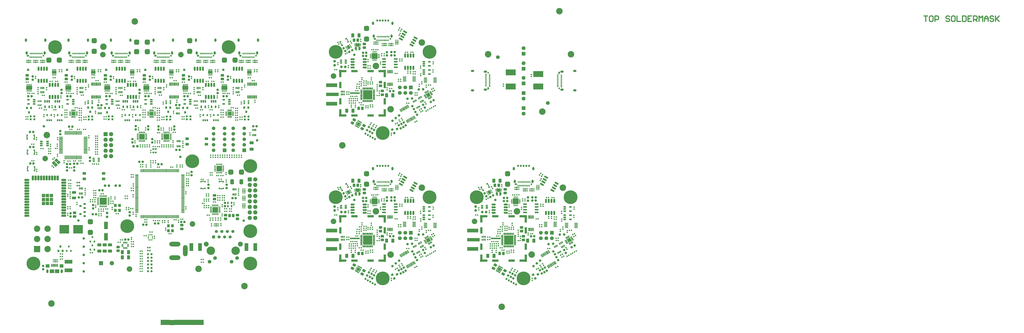
<source format=gts>
G04*
G04 #@! TF.GenerationSoftware,Altium Limited,Altium Designer,20.1.11 (218)*
G04*
G04 Layer_Color=8388736*
%FSLAX24Y24*%
%MOIN*%
G70*
G04*
G04 #@! TF.SameCoordinates,0BE0D124-E2EA-4A07-8277-1AC6FE167F2B*
G04*
G04*
G04 #@! TF.FilePolarity,Negative*
G04*
G01*
G75*
%ADD11C,0.0200*%
%ADD56P,0.0947X4X165.0*%
%ADD118R,0.0669X0.0669*%
%ADD124R,0.1004X0.1004*%
%ADD170C,0.0197*%
%ADD181C,0.0550*%
%ADD182R,0.0550X0.0550*%
%ADD378R,0.0935X0.0935*%
%ADD379R,0.0935X0.0935*%
%ADD380R,0.0935X0.0935*%
%ADD381R,0.1644X0.0935*%
%ADD382C,0.1181*%
G04:AMPARAMS|DCode=383|XSize=15.7mil|YSize=61mil|CornerRadius=3.7mil|HoleSize=0mil|Usage=FLASHONLY|Rotation=270.000|XOffset=0mil|YOffset=0mil|HoleType=Round|Shape=RoundedRectangle|*
%AMROUNDEDRECTD383*
21,1,0.0157,0.0535,0,0,270.0*
21,1,0.0083,0.0610,0,0,270.0*
1,1,0.0075,-0.0268,-0.0041*
1,1,0.0075,-0.0268,0.0041*
1,1,0.0075,0.0268,0.0041*
1,1,0.0075,0.0268,-0.0041*
%
%ADD383ROUNDEDRECTD383*%
G04:AMPARAMS|DCode=384|XSize=31.1mil|YSize=74.4mil|CornerRadius=6.6mil|HoleSize=0mil|Usage=FLASHONLY|Rotation=60.000|XOffset=0mil|YOffset=0mil|HoleType=Round|Shape=RoundedRectangle|*
%AMROUNDEDRECTD384*
21,1,0.0311,0.0612,0,0,60.0*
21,1,0.0179,0.0744,0,0,60.0*
1,1,0.0132,0.0310,-0.0075*
1,1,0.0132,0.0220,-0.0231*
1,1,0.0132,-0.0310,0.0075*
1,1,0.0132,-0.0220,0.0231*
%
%ADD384ROUNDEDRECTD384*%
G04:AMPARAMS|DCode=385|XSize=23.9mil|YSize=23.9mil|CornerRadius=8mil|HoleSize=0mil|Usage=FLASHONLY|Rotation=180.000|XOffset=0mil|YOffset=0mil|HoleType=Round|Shape=RoundedRectangle|*
%AMROUNDEDRECTD385*
21,1,0.0239,0.0080,0,0,180.0*
21,1,0.0080,0.0239,0,0,180.0*
1,1,0.0159,-0.0040,0.0040*
1,1,0.0159,0.0040,0.0040*
1,1,0.0159,0.0040,-0.0040*
1,1,0.0159,-0.0040,-0.0040*
%
%ADD385ROUNDEDRECTD385*%
G04:AMPARAMS|DCode=386|XSize=23.9mil|YSize=23.9mil|CornerRadius=8mil|HoleSize=0mil|Usage=FLASHONLY|Rotation=90.000|XOffset=0mil|YOffset=0mil|HoleType=Round|Shape=RoundedRectangle|*
%AMROUNDEDRECTD386*
21,1,0.0239,0.0080,0,0,90.0*
21,1,0.0080,0.0239,0,0,90.0*
1,1,0.0159,0.0040,0.0040*
1,1,0.0159,0.0040,-0.0040*
1,1,0.0159,-0.0040,-0.0040*
1,1,0.0159,-0.0040,0.0040*
%
%ADD386ROUNDEDRECTD386*%
G04:AMPARAMS|DCode=387|XSize=23.9mil|YSize=23.9mil|CornerRadius=8mil|HoleSize=0mil|Usage=FLASHONLY|Rotation=150.000|XOffset=0mil|YOffset=0mil|HoleType=Round|Shape=RoundedRectangle|*
%AMROUNDEDRECTD387*
21,1,0.0239,0.0080,0,0,150.0*
21,1,0.0080,0.0239,0,0,150.0*
1,1,0.0159,-0.0015,0.0055*
1,1,0.0159,0.0055,0.0015*
1,1,0.0159,0.0015,-0.0055*
1,1,0.0159,-0.0055,-0.0015*
%
%ADD387ROUNDEDRECTD387*%
G04:AMPARAMS|DCode=388|XSize=23.9mil|YSize=23.9mil|CornerRadius=8mil|HoleSize=0mil|Usage=FLASHONLY|Rotation=30.000|XOffset=0mil|YOffset=0mil|HoleType=Round|Shape=RoundedRectangle|*
%AMROUNDEDRECTD388*
21,1,0.0239,0.0080,0,0,30.0*
21,1,0.0080,0.0239,0,0,30.0*
1,1,0.0159,0.0055,-0.0015*
1,1,0.0159,-0.0015,-0.0055*
1,1,0.0159,-0.0055,0.0015*
1,1,0.0159,0.0015,0.0055*
%
%ADD388ROUNDEDRECTD388*%
%ADD389R,0.0150X0.0307*%
%ADD390R,0.2260X0.0646*%
%ADD391R,0.1984X0.0685*%
%ADD392R,0.1079X0.1079*%
G04:AMPARAMS|DCode=393|XSize=15.4mil|YSize=29.1mil|CornerRadius=3.7mil|HoleSize=0mil|Usage=FLASHONLY|Rotation=270.000|XOffset=0mil|YOffset=0mil|HoleType=Round|Shape=RoundedRectangle|*
%AMROUNDEDRECTD393*
21,1,0.0154,0.0217,0,0,270.0*
21,1,0.0079,0.0291,0,0,270.0*
1,1,0.0075,-0.0108,-0.0039*
1,1,0.0075,-0.0108,0.0039*
1,1,0.0075,0.0108,0.0039*
1,1,0.0075,0.0108,-0.0039*
%
%ADD393ROUNDEDRECTD393*%
G04:AMPARAMS|DCode=394|XSize=15.4mil|YSize=29.1mil|CornerRadius=3.7mil|HoleSize=0mil|Usage=FLASHONLY|Rotation=360.000|XOffset=0mil|YOffset=0mil|HoleType=Round|Shape=RoundedRectangle|*
%AMROUNDEDRECTD394*
21,1,0.0154,0.0217,0,0,360.0*
21,1,0.0079,0.0291,0,0,360.0*
1,1,0.0075,0.0039,-0.0108*
1,1,0.0075,-0.0039,-0.0108*
1,1,0.0075,-0.0039,0.0108*
1,1,0.0075,0.0039,0.0108*
%
%ADD394ROUNDEDRECTD394*%
G04:AMPARAMS|DCode=395|XSize=74.9mil|YSize=50.9mil|CornerRadius=10mil|HoleSize=0mil|Usage=FLASHONLY|Rotation=270.000|XOffset=0mil|YOffset=0mil|HoleType=Round|Shape=RoundedRectangle|*
%AMROUNDEDRECTD395*
21,1,0.0749,0.0310,0,0,270.0*
21,1,0.0550,0.0509,0,0,270.0*
1,1,0.0199,-0.0155,-0.0275*
1,1,0.0199,-0.0155,0.0275*
1,1,0.0199,0.0155,0.0275*
1,1,0.0199,0.0155,-0.0275*
%
%ADD395ROUNDEDRECTD395*%
G04:AMPARAMS|DCode=396|XSize=17.3mil|YSize=23.2mil|CornerRadius=3.9mil|HoleSize=0mil|Usage=FLASHONLY|Rotation=300.000|XOffset=0mil|YOffset=0mil|HoleType=Round|Shape=RoundedRectangle|*
%AMROUNDEDRECTD396*
21,1,0.0173,0.0154,0,0,300.0*
21,1,0.0094,0.0232,0,0,300.0*
1,1,0.0079,-0.0043,-0.0079*
1,1,0.0079,-0.0090,0.0003*
1,1,0.0079,0.0043,0.0079*
1,1,0.0079,0.0090,-0.0003*
%
%ADD396ROUNDEDRECTD396*%
G04:AMPARAMS|DCode=397|XSize=68.5mil|YSize=44.9mil|CornerRadius=4.7mil|HoleSize=0mil|Usage=FLASHONLY|Rotation=300.000|XOffset=0mil|YOffset=0mil|HoleType=Round|Shape=RoundedRectangle|*
%AMROUNDEDRECTD397*
21,1,0.0685,0.0354,0,0,300.0*
21,1,0.0591,0.0449,0,0,300.0*
1,1,0.0094,-0.0006,-0.0344*
1,1,0.0094,-0.0301,0.0167*
1,1,0.0094,0.0006,0.0344*
1,1,0.0094,0.0301,-0.0167*
%
%ADD397ROUNDEDRECTD397*%
G04:AMPARAMS|DCode=398|XSize=17.7mil|YSize=18.7mil|CornerRadius=0mil|HoleSize=0mil|Usage=FLASHONLY|Rotation=240.000|XOffset=0mil|YOffset=0mil|HoleType=Round|Shape=Rectangle|*
%AMROTATEDRECTD398*
4,1,4,-0.0037,0.0123,0.0125,0.0030,0.0037,-0.0123,-0.0125,-0.0030,-0.0037,0.0123,0.0*
%
%ADD398ROTATEDRECTD398*%

G04:AMPARAMS|DCode=399|XSize=19.7mil|YSize=86.6mil|CornerRadius=0mil|HoleSize=0mil|Usage=FLASHONLY|Rotation=240.000|XOffset=0mil|YOffset=0mil|HoleType=Round|Shape=Rectangle|*
%AMROTATEDRECTD399*
4,1,4,-0.0326,0.0302,0.0424,-0.0131,0.0326,-0.0302,-0.0424,0.0131,-0.0326,0.0302,0.0*
%
%ADD399ROTATEDRECTD399*%

%ADD400R,0.1339X0.0433*%
%ADD401R,0.0433X0.1339*%
%ADD402R,0.1181X0.0433*%
%ADD403R,0.0433X0.1181*%
G04:AMPARAMS|DCode=404|XSize=37mil|YSize=40.9mil|CornerRadius=0mil|HoleSize=0mil|Usage=FLASHONLY|Rotation=120.000|XOffset=0mil|YOffset=0mil|HoleType=Round|Shape=Rectangle|*
%AMROTATEDRECTD404*
4,1,4,0.0270,-0.0058,-0.0085,-0.0263,-0.0270,0.0058,0.0085,0.0263,0.0270,-0.0058,0.0*
%
%ADD404ROTATEDRECTD404*%

G04:AMPARAMS|DCode=405|XSize=58.9mil|YSize=46.9mil|CornerRadius=9.9mil|HoleSize=0mil|Usage=FLASHONLY|Rotation=360.000|XOffset=0mil|YOffset=0mil|HoleType=Round|Shape=RoundedRectangle|*
%AMROUNDEDRECTD405*
21,1,0.0589,0.0271,0,0,360.0*
21,1,0.0391,0.0469,0,0,360.0*
1,1,0.0198,0.0195,-0.0135*
1,1,0.0198,-0.0195,-0.0135*
1,1,0.0198,-0.0195,0.0135*
1,1,0.0198,0.0195,0.0135*
%
%ADD405ROUNDEDRECTD405*%
G04:AMPARAMS|DCode=406|XSize=38.9mil|YSize=37.9mil|CornerRadius=7.9mil|HoleSize=0mil|Usage=FLASHONLY|Rotation=300.000|XOffset=0mil|YOffset=0mil|HoleType=Round|Shape=RoundedRectangle|*
%AMROUNDEDRECTD406*
21,1,0.0389,0.0221,0,0,300.0*
21,1,0.0231,0.0379,0,0,300.0*
1,1,0.0158,-0.0038,-0.0155*
1,1,0.0158,-0.0153,0.0045*
1,1,0.0158,0.0038,0.0155*
1,1,0.0158,0.0153,-0.0045*
%
%ADD406ROUNDEDRECTD406*%
G04:AMPARAMS|DCode=407|XSize=19.3mil|YSize=58.7mil|CornerRadius=4.1mil|HoleSize=0mil|Usage=FLASHONLY|Rotation=30.000|XOffset=0mil|YOffset=0mil|HoleType=Round|Shape=RoundedRectangle|*
%AMROUNDEDRECTD407*
21,1,0.0193,0.0504,0,0,30.0*
21,1,0.0110,0.0587,0,0,30.0*
1,1,0.0083,0.0174,-0.0191*
1,1,0.0083,0.0078,-0.0246*
1,1,0.0083,-0.0174,0.0191*
1,1,0.0083,-0.0078,0.0246*
%
%ADD407ROUNDEDRECTD407*%
G04:AMPARAMS|DCode=408|XSize=23.9mil|YSize=23.9mil|CornerRadius=8mil|HoleSize=0mil|Usage=FLASHONLY|Rotation=300.000|XOffset=0mil|YOffset=0mil|HoleType=Round|Shape=RoundedRectangle|*
%AMROUNDEDRECTD408*
21,1,0.0239,0.0080,0,0,300.0*
21,1,0.0080,0.0239,0,0,300.0*
1,1,0.0159,-0.0015,-0.0055*
1,1,0.0159,-0.0055,0.0015*
1,1,0.0159,0.0015,0.0055*
1,1,0.0159,0.0055,-0.0015*
%
%ADD408ROUNDEDRECTD408*%
G04:AMPARAMS|DCode=409|XSize=15.4mil|YSize=33.1mil|CornerRadius=3mil|HoleSize=0mil|Usage=FLASHONLY|Rotation=30.000|XOffset=0mil|YOffset=0mil|HoleType=Round|Shape=RoundedRectangle|*
%AMROUNDEDRECTD409*
21,1,0.0154,0.0272,0,0,30.0*
21,1,0.0094,0.0331,0,0,30.0*
1,1,0.0059,0.0109,-0.0094*
1,1,0.0059,0.0027,-0.0141*
1,1,0.0059,-0.0109,0.0094*
1,1,0.0059,-0.0027,0.0141*
%
%ADD409ROUNDEDRECTD409*%
%ADD410C,0.0449*%
G04:AMPARAMS|DCode=411|XSize=19.7mil|YSize=35.4mil|CornerRadius=3.5mil|HoleSize=0mil|Usage=FLASHONLY|Rotation=30.000|XOffset=0mil|YOffset=0mil|HoleType=Round|Shape=RoundedRectangle|*
%AMROUNDEDRECTD411*
21,1,0.0197,0.0283,0,0,30.0*
21,1,0.0126,0.0354,0,0,30.0*
1,1,0.0071,0.0125,-0.0091*
1,1,0.0071,0.0016,-0.0154*
1,1,0.0071,-0.0125,0.0091*
1,1,0.0071,-0.0016,0.0154*
%
%ADD411ROUNDEDRECTD411*%
G04:AMPARAMS|DCode=412|XSize=38.9mil|YSize=37.9mil|CornerRadius=7.9mil|HoleSize=0mil|Usage=FLASHONLY|Rotation=30.000|XOffset=0mil|YOffset=0mil|HoleType=Round|Shape=RoundedRectangle|*
%AMROUNDEDRECTD412*
21,1,0.0389,0.0221,0,0,30.0*
21,1,0.0231,0.0379,0,0,30.0*
1,1,0.0158,0.0155,-0.0038*
1,1,0.0158,-0.0045,-0.0153*
1,1,0.0158,-0.0155,0.0038*
1,1,0.0158,0.0045,0.0153*
%
%ADD412ROUNDEDRECTD412*%
G04:AMPARAMS|DCode=413|XSize=15.4mil|YSize=31.9mil|CornerRadius=2.7mil|HoleSize=0mil|Usage=FLASHONLY|Rotation=30.000|XOffset=0mil|YOffset=0mil|HoleType=Round|Shape=RoundedRectangle|*
%AMROUNDEDRECTD413*
21,1,0.0154,0.0265,0,0,30.0*
21,1,0.0099,0.0319,0,0,30.0*
1,1,0.0054,0.0109,-0.0090*
1,1,0.0054,0.0023,-0.0139*
1,1,0.0054,-0.0109,0.0090*
1,1,0.0054,-0.0023,0.0139*
%
%ADD413ROUNDEDRECTD413*%
G04:AMPARAMS|DCode=414|XSize=15.4mil|YSize=31.9mil|CornerRadius=2.7mil|HoleSize=0mil|Usage=FLASHONLY|Rotation=300.000|XOffset=0mil|YOffset=0mil|HoleType=Round|Shape=RoundedRectangle|*
%AMROUNDEDRECTD414*
21,1,0.0154,0.0265,0,0,300.0*
21,1,0.0099,0.0319,0,0,300.0*
1,1,0.0054,-0.0090,-0.0109*
1,1,0.0054,-0.0139,-0.0023*
1,1,0.0054,0.0090,0.0109*
1,1,0.0054,0.0139,0.0023*
%
%ADD414ROUNDEDRECTD414*%
%ADD415P,0.0523X4X195.0*%
G04:AMPARAMS|DCode=416|XSize=58.9mil|YSize=46.9mil|CornerRadius=9.9mil|HoleSize=0mil|Usage=FLASHONLY|Rotation=270.000|XOffset=0mil|YOffset=0mil|HoleType=Round|Shape=RoundedRectangle|*
%AMROUNDEDRECTD416*
21,1,0.0589,0.0271,0,0,270.0*
21,1,0.0391,0.0469,0,0,270.0*
1,1,0.0198,-0.0135,-0.0195*
1,1,0.0198,-0.0135,0.0195*
1,1,0.0198,0.0135,0.0195*
1,1,0.0198,0.0135,-0.0195*
%
%ADD416ROUNDEDRECTD416*%
G04:AMPARAMS|DCode=417|XSize=31.5mil|YSize=17.7mil|CornerRadius=3.3mil|HoleSize=0mil|Usage=FLASHONLY|Rotation=300.000|XOffset=0mil|YOffset=0mil|HoleType=Round|Shape=RoundedRectangle|*
%AMROUNDEDRECTD417*
21,1,0.0315,0.0110,0,0,300.0*
21,1,0.0248,0.0177,0,0,300.0*
1,1,0.0067,0.0014,-0.0135*
1,1,0.0067,-0.0110,0.0080*
1,1,0.0067,-0.0014,0.0135*
1,1,0.0067,0.0110,-0.0080*
%
%ADD417ROUNDEDRECTD417*%
G04:AMPARAMS|DCode=418|XSize=27.6mil|YSize=29.5mil|CornerRadius=4.3mil|HoleSize=0mil|Usage=FLASHONLY|Rotation=300.000|XOffset=0mil|YOffset=0mil|HoleType=Round|Shape=RoundedRectangle|*
%AMROUNDEDRECTD418*
21,1,0.0276,0.0209,0,0,300.0*
21,1,0.0189,0.0295,0,0,300.0*
1,1,0.0087,-0.0043,-0.0134*
1,1,0.0087,-0.0138,0.0030*
1,1,0.0087,0.0043,0.0134*
1,1,0.0087,0.0138,-0.0030*
%
%ADD418ROUNDEDRECTD418*%
%ADD419R,0.0197X0.0167*%
%ADD420R,0.0197X0.0118*%
G04:AMPARAMS|DCode=421|XSize=38.9mil|YSize=37.9mil|CornerRadius=7.9mil|HoleSize=0mil|Usage=FLASHONLY|Rotation=90.000|XOffset=0mil|YOffset=0mil|HoleType=Round|Shape=RoundedRectangle|*
%AMROUNDEDRECTD421*
21,1,0.0389,0.0221,0,0,90.0*
21,1,0.0231,0.0379,0,0,90.0*
1,1,0.0158,0.0111,0.0116*
1,1,0.0158,0.0111,-0.0116*
1,1,0.0158,-0.0111,-0.0116*
1,1,0.0158,-0.0111,0.0116*
%
%ADD421ROUNDEDRECTD421*%
G04:AMPARAMS|DCode=422|XSize=27.2mil|YSize=44.9mil|CornerRadius=4.9mil|HoleSize=0mil|Usage=FLASHONLY|Rotation=90.000|XOffset=0mil|YOffset=0mil|HoleType=Round|Shape=RoundedRectangle|*
%AMROUNDEDRECTD422*
21,1,0.0272,0.0350,0,0,90.0*
21,1,0.0173,0.0449,0,0,90.0*
1,1,0.0098,0.0175,0.0087*
1,1,0.0098,0.0175,-0.0087*
1,1,0.0098,-0.0175,-0.0087*
1,1,0.0098,-0.0175,0.0087*
%
%ADD422ROUNDEDRECTD422*%
G04:AMPARAMS|DCode=423|XSize=38.9mil|YSize=37.9mil|CornerRadius=7.9mil|HoleSize=0mil|Usage=FLASHONLY|Rotation=180.000|XOffset=0mil|YOffset=0mil|HoleType=Round|Shape=RoundedRectangle|*
%AMROUNDEDRECTD423*
21,1,0.0389,0.0221,0,0,180.0*
21,1,0.0231,0.0379,0,0,180.0*
1,1,0.0158,-0.0116,0.0111*
1,1,0.0158,0.0116,0.0111*
1,1,0.0158,0.0116,-0.0111*
1,1,0.0158,-0.0116,-0.0111*
%
%ADD423ROUNDEDRECTD423*%
G04:AMPARAMS|DCode=424|XSize=29.1mil|YSize=68.5mil|CornerRadius=5.1mil|HoleSize=0mil|Usage=FLASHONLY|Rotation=90.000|XOffset=0mil|YOffset=0mil|HoleType=Round|Shape=RoundedRectangle|*
%AMROUNDEDRECTD424*
21,1,0.0291,0.0583,0,0,90.0*
21,1,0.0189,0.0685,0,0,90.0*
1,1,0.0102,0.0291,0.0094*
1,1,0.0102,0.0291,-0.0094*
1,1,0.0102,-0.0291,-0.0094*
1,1,0.0102,-0.0291,0.0094*
%
%ADD424ROUNDEDRECTD424*%
G04:AMPARAMS|DCode=425|XSize=19.7mil|YSize=39.4mil|CornerRadius=2.8mil|HoleSize=0mil|Usage=FLASHONLY|Rotation=270.000|XOffset=0mil|YOffset=0mil|HoleType=Round|Shape=RoundedRectangle|*
%AMROUNDEDRECTD425*
21,1,0.0197,0.0339,0,0,270.0*
21,1,0.0142,0.0394,0,0,270.0*
1,1,0.0055,-0.0169,-0.0071*
1,1,0.0055,-0.0169,0.0071*
1,1,0.0055,0.0169,0.0071*
1,1,0.0055,0.0169,-0.0071*
%
%ADD425ROUNDEDRECTD425*%
G04:AMPARAMS|DCode=426|XSize=31.1mil|YSize=74.4mil|CornerRadius=6.6mil|HoleSize=0mil|Usage=FLASHONLY|Rotation=270.000|XOffset=0mil|YOffset=0mil|HoleType=Round|Shape=RoundedRectangle|*
%AMROUNDEDRECTD426*
21,1,0.0311,0.0612,0,0,270.0*
21,1,0.0179,0.0744,0,0,270.0*
1,1,0.0132,-0.0306,-0.0090*
1,1,0.0132,-0.0306,0.0090*
1,1,0.0132,0.0306,0.0090*
1,1,0.0132,0.0306,-0.0090*
%
%ADD426ROUNDEDRECTD426*%
G04:AMPARAMS|DCode=427|XSize=11.8mil|YSize=26.2mil|CornerRadius=3.2mil|HoleSize=0mil|Usage=FLASHONLY|Rotation=360.000|XOffset=0mil|YOffset=0mil|HoleType=Round|Shape=RoundedRectangle|*
%AMROUNDEDRECTD427*
21,1,0.0118,0.0199,0,0,360.0*
21,1,0.0055,0.0262,0,0,360.0*
1,1,0.0063,0.0028,-0.0099*
1,1,0.0063,-0.0028,-0.0099*
1,1,0.0063,-0.0028,0.0099*
1,1,0.0063,0.0028,0.0099*
%
%ADD427ROUNDEDRECTD427*%
G04:AMPARAMS|DCode=428|XSize=19.7mil|YSize=26.2mil|CornerRadius=3.2mil|HoleSize=0mil|Usage=FLASHONLY|Rotation=360.000|XOffset=0mil|YOffset=0mil|HoleType=Round|Shape=RoundedRectangle|*
%AMROUNDEDRECTD428*
21,1,0.0197,0.0197,0,0,360.0*
21,1,0.0132,0.0262,0,0,360.0*
1,1,0.0065,0.0066,-0.0099*
1,1,0.0065,-0.0066,-0.0099*
1,1,0.0065,-0.0066,0.0099*
1,1,0.0065,0.0066,0.0099*
%
%ADD428ROUNDEDRECTD428*%
G04:AMPARAMS|DCode=429|XSize=11.8mil|YSize=26.2mil|CornerRadius=3.2mil|HoleSize=0mil|Usage=FLASHONLY|Rotation=90.000|XOffset=0mil|YOffset=0mil|HoleType=Round|Shape=RoundedRectangle|*
%AMROUNDEDRECTD429*
21,1,0.0118,0.0199,0,0,90.0*
21,1,0.0055,0.0262,0,0,90.0*
1,1,0.0063,0.0099,0.0028*
1,1,0.0063,0.0099,-0.0028*
1,1,0.0063,-0.0099,-0.0028*
1,1,0.0063,-0.0099,0.0028*
%
%ADD429ROUNDEDRECTD429*%
G04:AMPARAMS|DCode=430|XSize=19.7mil|YSize=26.2mil|CornerRadius=3.2mil|HoleSize=0mil|Usage=FLASHONLY|Rotation=90.000|XOffset=0mil|YOffset=0mil|HoleType=Round|Shape=RoundedRectangle|*
%AMROUNDEDRECTD430*
21,1,0.0197,0.0197,0,0,90.0*
21,1,0.0132,0.0262,0,0,90.0*
1,1,0.0065,0.0099,0.0066*
1,1,0.0065,0.0099,-0.0066*
1,1,0.0065,-0.0099,-0.0066*
1,1,0.0065,-0.0099,0.0066*
%
%ADD430ROUNDEDRECTD430*%
G04:AMPARAMS|DCode=431|XSize=94.5mil|YSize=90.6mil|CornerRadius=24mil|HoleSize=0mil|Usage=FLASHONLY|Rotation=180.000|XOffset=0mil|YOffset=0mil|HoleType=Round|Shape=RoundedRectangle|*
%AMROUNDEDRECTD431*
21,1,0.0945,0.0425,0,0,180.0*
21,1,0.0465,0.0906,0,0,180.0*
1,1,0.0480,-0.0232,0.0213*
1,1,0.0480,0.0232,0.0213*
1,1,0.0480,0.0232,-0.0213*
1,1,0.0480,-0.0232,-0.0213*
%
%ADD431ROUNDEDRECTD431*%
%ADD432P,0.0523X4X255.0*%
G04:AMPARAMS|DCode=433|XSize=58.9mil|YSize=46.9mil|CornerRadius=9.9mil|HoleSize=0mil|Usage=FLASHONLY|Rotation=150.000|XOffset=0mil|YOffset=0mil|HoleType=Round|Shape=RoundedRectangle|*
%AMROUNDEDRECTD433*
21,1,0.0589,0.0271,0,0,150.0*
21,1,0.0391,0.0469,0,0,150.0*
1,1,0.0198,-0.0102,0.0215*
1,1,0.0198,0.0237,0.0020*
1,1,0.0198,0.0102,-0.0215*
1,1,0.0198,-0.0237,-0.0020*
%
%ADD433ROUNDEDRECTD433*%
G04:AMPARAMS|DCode=434|XSize=21.7mil|YSize=63mil|CornerRadius=3.7mil|HoleSize=0mil|Usage=FLASHONLY|Rotation=360.000|XOffset=0mil|YOffset=0mil|HoleType=Round|Shape=RoundedRectangle|*
%AMROUNDEDRECTD434*
21,1,0.0217,0.0555,0,0,360.0*
21,1,0.0142,0.0630,0,0,360.0*
1,1,0.0075,0.0071,-0.0278*
1,1,0.0075,-0.0071,-0.0278*
1,1,0.0075,-0.0071,0.0278*
1,1,0.0075,0.0071,0.0278*
%
%ADD434ROUNDEDRECTD434*%
G04:AMPARAMS|DCode=435|XSize=31.1mil|YSize=74.4mil|CornerRadius=6.6mil|HoleSize=0mil|Usage=FLASHONLY|Rotation=360.000|XOffset=0mil|YOffset=0mil|HoleType=Round|Shape=RoundedRectangle|*
%AMROUNDEDRECTD435*
21,1,0.0311,0.0612,0,0,360.0*
21,1,0.0179,0.0744,0,0,360.0*
1,1,0.0132,0.0090,-0.0306*
1,1,0.0132,-0.0090,-0.0306*
1,1,0.0132,-0.0090,0.0306*
1,1,0.0132,0.0090,0.0306*
%
%ADD435ROUNDEDRECTD435*%
G04:AMPARAMS|DCode=436|XSize=37mil|YSize=17.3mil|CornerRadius=3.9mil|HoleSize=0mil|Usage=FLASHONLY|Rotation=90.000|XOffset=0mil|YOffset=0mil|HoleType=Round|Shape=RoundedRectangle|*
%AMROUNDEDRECTD436*
21,1,0.0370,0.0094,0,0,90.0*
21,1,0.0291,0.0173,0,0,90.0*
1,1,0.0079,0.0047,0.0146*
1,1,0.0079,0.0047,-0.0146*
1,1,0.0079,-0.0047,-0.0146*
1,1,0.0079,-0.0047,0.0146*
%
%ADD436ROUNDEDRECTD436*%
G04:AMPARAMS|DCode=437|XSize=40.6mil|YSize=11.8mil|CornerRadius=2.4mil|HoleSize=0mil|Usage=FLASHONLY|Rotation=270.000|XOffset=0mil|YOffset=0mil|HoleType=Round|Shape=RoundedRectangle|*
%AMROUNDEDRECTD437*
21,1,0.0406,0.0069,0,0,270.0*
21,1,0.0357,0.0118,0,0,270.0*
1,1,0.0049,-0.0035,-0.0178*
1,1,0.0049,-0.0035,0.0178*
1,1,0.0049,0.0035,0.0178*
1,1,0.0049,0.0035,-0.0178*
%
%ADD437ROUNDEDRECTD437*%
G04:AMPARAMS|DCode=438|XSize=40.6mil|YSize=11.8mil|CornerRadius=2.4mil|HoleSize=0mil|Usage=FLASHONLY|Rotation=360.000|XOffset=0mil|YOffset=0mil|HoleType=Round|Shape=RoundedRectangle|*
%AMROUNDEDRECTD438*
21,1,0.0406,0.0069,0,0,360.0*
21,1,0.0357,0.0118,0,0,360.0*
1,1,0.0049,0.0178,-0.0035*
1,1,0.0049,-0.0178,-0.0035*
1,1,0.0049,-0.0178,0.0035*
1,1,0.0049,0.0178,0.0035*
%
%ADD438ROUNDEDRECTD438*%
%ADD439R,0.1709X0.1709*%
%ADD440R,0.0307X0.0150*%
%ADD441R,0.1827X0.1051*%
G04:AMPARAMS|DCode=442|XSize=21.3mil|YSize=37mil|CornerRadius=4.3mil|HoleSize=0mil|Usage=FLASHONLY|Rotation=360.000|XOffset=0mil|YOffset=0mil|HoleType=Round|Shape=RoundedRectangle|*
%AMROUNDEDRECTD442*
21,1,0.0213,0.0283,0,0,360.0*
21,1,0.0126,0.0370,0,0,360.0*
1,1,0.0087,0.0063,-0.0142*
1,1,0.0087,-0.0063,-0.0142*
1,1,0.0087,-0.0063,0.0142*
1,1,0.0087,0.0063,0.0142*
%
%ADD442ROUNDEDRECTD442*%
G04:AMPARAMS|DCode=443|XSize=37mil|YSize=21.3mil|CornerRadius=4.3mil|HoleSize=0mil|Usage=FLASHONLY|Rotation=270.000|XOffset=0mil|YOffset=0mil|HoleType=Round|Shape=RoundedRectangle|*
%AMROUNDEDRECTD443*
21,1,0.0370,0.0126,0,0,270.0*
21,1,0.0283,0.0213,0,0,270.0*
1,1,0.0087,-0.0063,-0.0142*
1,1,0.0087,-0.0063,0.0142*
1,1,0.0087,0.0063,0.0142*
1,1,0.0087,0.0063,-0.0142*
%
%ADD443ROUNDEDRECTD443*%
%ADD444R,0.0646X0.0488*%
%ADD445R,0.0370X0.0409*%
G04:AMPARAMS|DCode=446|XSize=57.9mil|YSize=57.9mil|CornerRadius=0mil|HoleSize=0mil|Usage=FLASHONLY|Rotation=360.000|XOffset=0mil|YOffset=0mil|HoleType=Round|Shape=RoundedRectangle|*
%AMROUNDEDRECTD446*
21,1,0.0579,0.0579,0,0,360.0*
21,1,0.0579,0.0579,0,0,360.0*
1,1,0.0000,0.0289,-0.0289*
1,1,0.0000,-0.0289,-0.0289*
1,1,0.0000,-0.0289,0.0289*
1,1,0.0000,0.0289,0.0289*
%
%ADD446ROUNDEDRECTD446*%
G04:AMPARAMS|DCode=447|XSize=40.9mil|YSize=84.3mil|CornerRadius=6.3mil|HoleSize=0mil|Usage=FLASHONLY|Rotation=270.000|XOffset=0mil|YOffset=0mil|HoleType=Round|Shape=RoundedRectangle|*
%AMROUNDEDRECTD447*
21,1,0.0409,0.0717,0,0,270.0*
21,1,0.0283,0.0843,0,0,270.0*
1,1,0.0126,-0.0358,-0.0142*
1,1,0.0126,-0.0358,0.0142*
1,1,0.0126,0.0358,0.0142*
1,1,0.0126,0.0358,-0.0142*
%
%ADD447ROUNDEDRECTD447*%
G04:AMPARAMS|DCode=448|XSize=84.3mil|YSize=40.9mil|CornerRadius=6.3mil|HoleSize=0mil|Usage=FLASHONLY|Rotation=180.000|XOffset=0mil|YOffset=0mil|HoleType=Round|Shape=RoundedRectangle|*
%AMROUNDEDRECTD448*
21,1,0.0843,0.0283,0,0,180.0*
21,1,0.0717,0.0409,0,0,180.0*
1,1,0.0126,-0.0358,0.0142*
1,1,0.0126,0.0358,0.0142*
1,1,0.0126,0.0358,-0.0142*
1,1,0.0126,-0.0358,-0.0142*
%
%ADD448ROUNDEDRECTD448*%
G04:AMPARAMS|DCode=449|XSize=84.3mil|YSize=40.9mil|CornerRadius=6.3mil|HoleSize=0mil|Usage=FLASHONLY|Rotation=270.000|XOffset=0mil|YOffset=0mil|HoleType=Round|Shape=RoundedRectangle|*
%AMROUNDEDRECTD449*
21,1,0.0843,0.0283,0,0,270.0*
21,1,0.0717,0.0409,0,0,270.0*
1,1,0.0126,-0.0142,-0.0358*
1,1,0.0126,-0.0142,0.0358*
1,1,0.0126,0.0142,0.0358*
1,1,0.0126,0.0142,-0.0358*
%
%ADD449ROUNDEDRECTD449*%
%ADD450R,0.0272X0.0370*%
G04:AMPARAMS|DCode=451|XSize=48.8mil|YSize=52.8mil|CornerRadius=7.1mil|HoleSize=0mil|Usage=FLASHONLY|Rotation=315.000|XOffset=0mil|YOffset=0mil|HoleType=Round|Shape=RoundedRectangle|*
%AMROUNDEDRECTD451*
21,1,0.0488,0.0386,0,0,315.0*
21,1,0.0346,0.0528,0,0,315.0*
1,1,0.0142,-0.0014,-0.0259*
1,1,0.0142,-0.0259,-0.0014*
1,1,0.0142,0.0014,0.0259*
1,1,0.0142,0.0259,0.0014*
%
%ADD451ROUNDEDRECTD451*%
G04:AMPARAMS|DCode=452|XSize=28.7mil|YSize=36.6mil|CornerRadius=2.9mil|HoleSize=0mil|Usage=FLASHONLY|Rotation=270.000|XOffset=0mil|YOffset=0mil|HoleType=Round|Shape=RoundedRectangle|*
%AMROUNDEDRECTD452*
21,1,0.0287,0.0309,0,0,270.0*
21,1,0.0230,0.0366,0,0,270.0*
1,1,0.0057,-0.0155,-0.0115*
1,1,0.0057,-0.0155,0.0115*
1,1,0.0057,0.0155,0.0115*
1,1,0.0057,0.0155,-0.0115*
%
%ADD452ROUNDEDRECTD452*%
G04:AMPARAMS|DCode=453|XSize=47.2mil|YSize=55.1mil|CornerRadius=4.1mil|HoleSize=0mil|Usage=FLASHONLY|Rotation=180.000|XOffset=0mil|YOffset=0mil|HoleType=Round|Shape=RoundedRectangle|*
%AMROUNDEDRECTD453*
21,1,0.0472,0.0469,0,0,180.0*
21,1,0.0390,0.0551,0,0,180.0*
1,1,0.0083,-0.0195,0.0234*
1,1,0.0083,0.0195,0.0234*
1,1,0.0083,0.0195,-0.0234*
1,1,0.0083,-0.0195,-0.0234*
%
%ADD453ROUNDEDRECTD453*%
G04:AMPARAMS|DCode=454|XSize=76.4mil|YSize=44.9mil|CornerRadius=6.7mil|HoleSize=0mil|Usage=FLASHONLY|Rotation=180.000|XOffset=0mil|YOffset=0mil|HoleType=Round|Shape=RoundedRectangle|*
%AMROUNDEDRECTD454*
21,1,0.0764,0.0315,0,0,180.0*
21,1,0.0630,0.0449,0,0,180.0*
1,1,0.0134,-0.0315,0.0157*
1,1,0.0134,0.0315,0.0157*
1,1,0.0134,0.0315,-0.0157*
1,1,0.0134,-0.0315,-0.0157*
%
%ADD454ROUNDEDRECTD454*%
%ADD455R,0.0311X0.0390*%
G04:AMPARAMS|DCode=456|XSize=102mil|YSize=102mil|CornerRadius=7.6mil|HoleSize=0mil|Usage=FLASHONLY|Rotation=180.000|XOffset=0mil|YOffset=0mil|HoleType=Round|Shape=RoundedRectangle|*
%AMROUNDEDRECTD456*
21,1,0.1020,0.0868,0,0,180.0*
21,1,0.0868,0.1020,0,0,180.0*
1,1,0.0152,-0.0434,0.0434*
1,1,0.0152,0.0434,0.0434*
1,1,0.0152,0.0434,-0.0434*
1,1,0.0152,-0.0434,-0.0434*
%
%ADD456ROUNDEDRECTD456*%
G04:AMPARAMS|DCode=457|XSize=29.1mil|YSize=15mil|CornerRadius=3.2mil|HoleSize=0mil|Usage=FLASHONLY|Rotation=270.000|XOffset=0mil|YOffset=0mil|HoleType=Round|Shape=RoundedRectangle|*
%AMROUNDEDRECTD457*
21,1,0.0291,0.0085,0,0,270.0*
21,1,0.0227,0.0150,0,0,270.0*
1,1,0.0065,-0.0043,-0.0113*
1,1,0.0065,-0.0043,0.0113*
1,1,0.0065,0.0043,0.0113*
1,1,0.0065,0.0043,-0.0113*
%
%ADD457ROUNDEDRECTD457*%
G04:AMPARAMS|DCode=458|XSize=29.1mil|YSize=15mil|CornerRadius=3.2mil|HoleSize=0mil|Usage=FLASHONLY|Rotation=180.000|XOffset=0mil|YOffset=0mil|HoleType=Round|Shape=RoundedRectangle|*
%AMROUNDEDRECTD458*
21,1,0.0291,0.0085,0,0,180.0*
21,1,0.0227,0.0150,0,0,180.0*
1,1,0.0065,-0.0113,0.0043*
1,1,0.0065,0.0113,0.0043*
1,1,0.0065,0.0113,-0.0043*
1,1,0.0065,-0.0113,-0.0043*
%
%ADD458ROUNDEDRECTD458*%
G04:AMPARAMS|DCode=459|XSize=37mil|YSize=21.3mil|CornerRadius=4.3mil|HoleSize=0mil|Usage=FLASHONLY|Rotation=360.000|XOffset=0mil|YOffset=0mil|HoleType=Round|Shape=RoundedRectangle|*
%AMROUNDEDRECTD459*
21,1,0.0370,0.0126,0,0,360.0*
21,1,0.0283,0.0213,0,0,360.0*
1,1,0.0087,0.0142,-0.0063*
1,1,0.0087,-0.0142,-0.0063*
1,1,0.0087,-0.0142,0.0063*
1,1,0.0087,0.0142,0.0063*
%
%ADD459ROUNDEDRECTD459*%
G04:AMPARAMS|DCode=460|XSize=74.8mil|YSize=106.3mil|CornerRadius=5.5mil|HoleSize=0mil|Usage=FLASHONLY|Rotation=90.000|XOffset=0mil|YOffset=0mil|HoleType=Round|Shape=RoundedRectangle|*
%AMROUNDEDRECTD460*
21,1,0.0748,0.0953,0,0,90.0*
21,1,0.0638,0.1063,0,0,90.0*
1,1,0.0110,0.0476,0.0319*
1,1,0.0110,0.0476,-0.0319*
1,1,0.0110,-0.0476,-0.0319*
1,1,0.0110,-0.0476,0.0319*
%
%ADD460ROUNDEDRECTD460*%
G04:AMPARAMS|DCode=461|XSize=15.6mil|YSize=25mil|CornerRadius=3.1mil|HoleSize=0mil|Usage=FLASHONLY|Rotation=180.000|XOffset=0mil|YOffset=0mil|HoleType=Round|Shape=RoundedRectangle|*
%AMROUNDEDRECTD461*
21,1,0.0156,0.0189,0,0,180.0*
21,1,0.0094,0.0250,0,0,180.0*
1,1,0.0061,-0.0047,0.0094*
1,1,0.0061,0.0047,0.0094*
1,1,0.0061,0.0047,-0.0094*
1,1,0.0061,-0.0047,-0.0094*
%
%ADD461ROUNDEDRECTD461*%
G04:AMPARAMS|DCode=462|XSize=20.5mil|YSize=27.6mil|CornerRadius=3.6mil|HoleSize=0mil|Usage=FLASHONLY|Rotation=270.000|XOffset=0mil|YOffset=0mil|HoleType=Round|Shape=RoundedRectangle|*
%AMROUNDEDRECTD462*
21,1,0.0205,0.0203,0,0,270.0*
21,1,0.0132,0.0276,0,0,270.0*
1,1,0.0072,-0.0102,-0.0066*
1,1,0.0072,-0.0102,0.0066*
1,1,0.0072,0.0102,0.0066*
1,1,0.0072,0.0102,-0.0066*
%
%ADD462ROUNDEDRECTD462*%
G04:AMPARAMS|DCode=463|XSize=20.5mil|YSize=27.6mil|CornerRadius=3.6mil|HoleSize=0mil|Usage=FLASHONLY|Rotation=360.000|XOffset=0mil|YOffset=0mil|HoleType=Round|Shape=RoundedRectangle|*
%AMROUNDEDRECTD463*
21,1,0.0205,0.0203,0,0,360.0*
21,1,0.0132,0.0276,0,0,360.0*
1,1,0.0072,0.0066,-0.0102*
1,1,0.0072,-0.0066,-0.0102*
1,1,0.0072,-0.0066,0.0102*
1,1,0.0072,0.0066,0.0102*
%
%ADD463ROUNDEDRECTD463*%
%ADD464R,0.0843X0.0528*%
%ADD465R,0.0154X0.0252*%
G04:AMPARAMS|DCode=466|XSize=19.3mil|YSize=58.7mil|CornerRadius=4.1mil|HoleSize=0mil|Usage=FLASHONLY|Rotation=180.000|XOffset=0mil|YOffset=0mil|HoleType=Round|Shape=RoundedRectangle|*
%AMROUNDEDRECTD466*
21,1,0.0193,0.0504,0,0,180.0*
21,1,0.0110,0.0587,0,0,180.0*
1,1,0.0083,-0.0055,0.0252*
1,1,0.0083,0.0055,0.0252*
1,1,0.0083,0.0055,-0.0252*
1,1,0.0083,-0.0055,-0.0252*
%
%ADD466ROUNDEDRECTD466*%
G04:AMPARAMS|DCode=467|XSize=15.4mil|YSize=31.9mil|CornerRadius=2.7mil|HoleSize=0mil|Usage=FLASHONLY|Rotation=180.000|XOffset=0mil|YOffset=0mil|HoleType=Round|Shape=RoundedRectangle|*
%AMROUNDEDRECTD467*
21,1,0.0154,0.0265,0,0,180.0*
21,1,0.0099,0.0319,0,0,180.0*
1,1,0.0054,-0.0050,0.0132*
1,1,0.0054,0.0050,0.0132*
1,1,0.0054,0.0050,-0.0132*
1,1,0.0054,-0.0050,-0.0132*
%
%ADD467ROUNDEDRECTD467*%
G04:AMPARAMS|DCode=468|XSize=15.4mil|YSize=31.9mil|CornerRadius=2.7mil|HoleSize=0mil|Usage=FLASHONLY|Rotation=90.000|XOffset=0mil|YOffset=0mil|HoleType=Round|Shape=RoundedRectangle|*
%AMROUNDEDRECTD468*
21,1,0.0154,0.0265,0,0,90.0*
21,1,0.0099,0.0319,0,0,90.0*
1,1,0.0054,0.0132,0.0050*
1,1,0.0054,0.0132,-0.0050*
1,1,0.0054,-0.0132,-0.0050*
1,1,0.0054,-0.0132,0.0050*
%
%ADD468ROUNDEDRECTD468*%
%ADD469R,0.0453X0.0276*%
%ADD470R,0.1315X0.1315*%
G04:AMPARAMS|DCode=471|XSize=13.8mil|YSize=35.4mil|CornerRadius=4.4mil|HoleSize=0mil|Usage=FLASHONLY|Rotation=90.000|XOffset=0mil|YOffset=0mil|HoleType=Round|Shape=RoundedRectangle|*
%AMROUNDEDRECTD471*
21,1,0.0138,0.0266,0,0,90.0*
21,1,0.0049,0.0354,0,0,90.0*
1,1,0.0089,0.0133,0.0025*
1,1,0.0089,0.0133,-0.0025*
1,1,0.0089,-0.0133,-0.0025*
1,1,0.0089,-0.0133,0.0025*
%
%ADD471ROUNDEDRECTD471*%
G04:AMPARAMS|DCode=472|XSize=13.8mil|YSize=35.4mil|CornerRadius=4.4mil|HoleSize=0mil|Usage=FLASHONLY|Rotation=180.000|XOffset=0mil|YOffset=0mil|HoleType=Round|Shape=RoundedRectangle|*
%AMROUNDEDRECTD472*
21,1,0.0138,0.0266,0,0,180.0*
21,1,0.0049,0.0354,0,0,180.0*
1,1,0.0089,-0.0025,0.0133*
1,1,0.0089,0.0025,0.0133*
1,1,0.0089,0.0025,-0.0133*
1,1,0.0089,-0.0025,-0.0133*
%
%ADD472ROUNDEDRECTD472*%
%ADD473R,0.1043X0.1043*%
%ADD474O,0.0370X0.0154*%
%ADD475O,0.0154X0.0370*%
G04:AMPARAMS|DCode=476|XSize=65.7mil|YSize=15.4mil|CornerRadius=3.5mil|HoleSize=0mil|Usage=FLASHONLY|Rotation=180.000|XOffset=0mil|YOffset=0mil|HoleType=Round|Shape=RoundedRectangle|*
%AMROUNDEDRECTD476*
21,1,0.0657,0.0083,0,0,180.0*
21,1,0.0587,0.0154,0,0,180.0*
1,1,0.0071,-0.0293,0.0041*
1,1,0.0071,0.0293,0.0041*
1,1,0.0071,0.0293,-0.0041*
1,1,0.0071,-0.0293,-0.0041*
%
%ADD476ROUNDEDRECTD476*%
G04:AMPARAMS|DCode=477|XSize=65.7mil|YSize=15.4mil|CornerRadius=3.5mil|HoleSize=0mil|Usage=FLASHONLY|Rotation=270.000|XOffset=0mil|YOffset=0mil|HoleType=Round|Shape=RoundedRectangle|*
%AMROUNDEDRECTD477*
21,1,0.0657,0.0083,0,0,270.0*
21,1,0.0587,0.0154,0,0,270.0*
1,1,0.0071,-0.0041,-0.0293*
1,1,0.0071,-0.0041,0.0293*
1,1,0.0071,0.0041,0.0293*
1,1,0.0071,0.0041,-0.0293*
%
%ADD477ROUNDEDRECTD477*%
G04:AMPARAMS|DCode=478|XSize=13.8mil|YSize=37.4mil|CornerRadius=4.4mil|HoleSize=0mil|Usage=FLASHONLY|Rotation=360.000|XOffset=0mil|YOffset=0mil|HoleType=Round|Shape=RoundedRectangle|*
%AMROUNDEDRECTD478*
21,1,0.0138,0.0285,0,0,360.0*
21,1,0.0049,0.0374,0,0,360.0*
1,1,0.0089,0.0025,-0.0143*
1,1,0.0089,-0.0025,-0.0143*
1,1,0.0089,-0.0025,0.0143*
1,1,0.0089,0.0025,0.0143*
%
%ADD478ROUNDEDRECTD478*%
G04:AMPARAMS|DCode=479|XSize=13.8mil|YSize=37.4mil|CornerRadius=4.4mil|HoleSize=0mil|Usage=FLASHONLY|Rotation=90.000|XOffset=0mil|YOffset=0mil|HoleType=Round|Shape=RoundedRectangle|*
%AMROUNDEDRECTD479*
21,1,0.0138,0.0285,0,0,90.0*
21,1,0.0049,0.0374,0,0,90.0*
1,1,0.0089,0.0143,0.0025*
1,1,0.0089,0.0143,-0.0025*
1,1,0.0089,-0.0143,-0.0025*
1,1,0.0089,-0.0143,0.0025*
%
%ADD479ROUNDEDRECTD479*%
%ADD480R,0.0244X0.0156*%
%ADD481R,0.0156X0.0244*%
%ADD482R,0.0350X0.0193*%
%ADD483R,0.0193X0.0350*%
G04:AMPARAMS|DCode=484|XSize=15.6mil|YSize=56.9mil|CornerRadius=4.8mil|HoleSize=0mil|Usage=FLASHONLY|Rotation=180.000|XOffset=0mil|YOffset=0mil|HoleType=Round|Shape=RoundedRectangle|*
%AMROUNDEDRECTD484*
21,1,0.0156,0.0472,0,0,180.0*
21,1,0.0059,0.0569,0,0,180.0*
1,1,0.0097,-0.0030,0.0236*
1,1,0.0097,0.0030,0.0236*
1,1,0.0097,0.0030,-0.0236*
1,1,0.0097,-0.0030,-0.0236*
%
%ADD484ROUNDEDRECTD484*%
G04:AMPARAMS|DCode=485|XSize=15.6mil|YSize=56.9mil|CornerRadius=4.8mil|HoleSize=0mil|Usage=FLASHONLY|Rotation=90.000|XOffset=0mil|YOffset=0mil|HoleType=Round|Shape=RoundedRectangle|*
%AMROUNDEDRECTD485*
21,1,0.0156,0.0472,0,0,90.0*
21,1,0.0059,0.0569,0,0,90.0*
1,1,0.0097,0.0236,0.0030*
1,1,0.0097,0.0236,-0.0030*
1,1,0.0097,-0.0236,-0.0030*
1,1,0.0097,-0.0236,0.0030*
%
%ADD485ROUNDEDRECTD485*%
G04:AMPARAMS|DCode=486|XSize=27.6mil|YSize=29.5mil|CornerRadius=4.3mil|HoleSize=0mil|Usage=FLASHONLY|Rotation=270.000|XOffset=0mil|YOffset=0mil|HoleType=Round|Shape=RoundedRectangle|*
%AMROUNDEDRECTD486*
21,1,0.0276,0.0209,0,0,270.0*
21,1,0.0189,0.0295,0,0,270.0*
1,1,0.0087,-0.0104,-0.0094*
1,1,0.0087,-0.0104,0.0094*
1,1,0.0087,0.0104,0.0094*
1,1,0.0087,0.0104,-0.0094*
%
%ADD486ROUNDEDRECTD486*%
G04:AMPARAMS|DCode=487|XSize=31.5mil|YSize=17.7mil|CornerRadius=3.3mil|HoleSize=0mil|Usage=FLASHONLY|Rotation=90.000|XOffset=0mil|YOffset=0mil|HoleType=Round|Shape=RoundedRectangle|*
%AMROUNDEDRECTD487*
21,1,0.0315,0.0110,0,0,90.0*
21,1,0.0248,0.0177,0,0,90.0*
1,1,0.0067,0.0055,0.0124*
1,1,0.0067,0.0055,-0.0124*
1,1,0.0067,-0.0055,-0.0124*
1,1,0.0067,-0.0055,0.0124*
%
%ADD487ROUNDEDRECTD487*%
%ADD488R,0.0409X0.0370*%
%ADD489R,0.0275X0.0340*%
%ADD490R,0.1750X0.1580*%
G04:AMPARAMS|DCode=491|XSize=91.3mil|YSize=69.3mil|CornerRadius=18.7mil|HoleSize=0mil|Usage=FLASHONLY|Rotation=270.000|XOffset=0mil|YOffset=0mil|HoleType=Round|Shape=RoundedRectangle|*
%AMROUNDEDRECTD491*
21,1,0.0913,0.0319,0,0,270.0*
21,1,0.0539,0.0693,0,0,270.0*
1,1,0.0374,-0.0159,-0.0270*
1,1,0.0374,-0.0159,0.0270*
1,1,0.0374,0.0159,0.0270*
1,1,0.0374,0.0159,-0.0270*
%
%ADD491ROUNDEDRECTD491*%
%ADD492R,0.0370X0.0370*%
G04:AMPARAMS|DCode=493|XSize=94.5mil|YSize=90.6mil|CornerRadius=24mil|HoleSize=0mil|Usage=FLASHONLY|Rotation=270.000|XOffset=0mil|YOffset=0mil|HoleType=Round|Shape=RoundedRectangle|*
%AMROUNDEDRECTD493*
21,1,0.0945,0.0425,0,0,270.0*
21,1,0.0465,0.0906,0,0,270.0*
1,1,0.0480,-0.0213,-0.0232*
1,1,0.0480,-0.0213,0.0232*
1,1,0.0480,0.0213,0.0232*
1,1,0.0480,0.0213,-0.0232*
%
%ADD493ROUNDEDRECTD493*%
%ADD494R,0.0295X0.0276*%
%ADD495R,0.0291X0.0331*%
%ADD496R,0.0693X0.1319*%
G04:AMPARAMS|DCode=497|XSize=74.9mil|YSize=50.9mil|CornerRadius=10mil|HoleSize=0mil|Usage=FLASHONLY|Rotation=180.000|XOffset=0mil|YOffset=0mil|HoleType=Round|Shape=RoundedRectangle|*
%AMROUNDEDRECTD497*
21,1,0.0749,0.0310,0,0,180.0*
21,1,0.0550,0.0509,0,0,180.0*
1,1,0.0199,-0.0275,0.0155*
1,1,0.0199,0.0275,0.0155*
1,1,0.0199,0.0275,-0.0155*
1,1,0.0199,-0.0275,-0.0155*
%
%ADD497ROUNDEDRECTD497*%
G04:AMPARAMS|DCode=498|XSize=23.9mil|YSize=23.9mil|CornerRadius=8mil|HoleSize=0mil|Usage=FLASHONLY|Rotation=45.000|XOffset=0mil|YOffset=0mil|HoleType=Round|Shape=RoundedRectangle|*
%AMROUNDEDRECTD498*
21,1,0.0239,0.0080,0,0,45.0*
21,1,0.0080,0.0239,0,0,45.0*
1,1,0.0159,0.0057,0.0000*
1,1,0.0159,0.0000,-0.0057*
1,1,0.0159,-0.0057,0.0000*
1,1,0.0159,0.0000,0.0057*
%
%ADD498ROUNDEDRECTD498*%
G04:AMPARAMS|DCode=499|XSize=23.9mil|YSize=23.9mil|CornerRadius=8mil|HoleSize=0mil|Usage=FLASHONLY|Rotation=135.000|XOffset=0mil|YOffset=0mil|HoleType=Round|Shape=RoundedRectangle|*
%AMROUNDEDRECTD499*
21,1,0.0239,0.0080,0,0,135.0*
21,1,0.0080,0.0239,0,0,135.0*
1,1,0.0159,0.0000,0.0057*
1,1,0.0159,0.0057,0.0000*
1,1,0.0159,0.0000,-0.0057*
1,1,0.0159,-0.0057,0.0000*
%
%ADD499ROUNDEDRECTD499*%
G04:AMPARAMS|DCode=500|XSize=66.9mil|YSize=141.7mil|CornerRadius=9.8mil|HoleSize=0mil|Usage=FLASHONLY|Rotation=360.000|XOffset=0mil|YOffset=0mil|HoleType=Round|Shape=RoundedRectangle|*
%AMROUNDEDRECTD500*
21,1,0.0669,0.1220,0,0,360.0*
21,1,0.0472,0.1417,0,0,360.0*
1,1,0.0197,0.0236,-0.0610*
1,1,0.0197,-0.0236,-0.0610*
1,1,0.0197,-0.0236,0.0610*
1,1,0.0197,0.0236,0.0610*
%
%ADD500ROUNDEDRECTD500*%
G04:AMPARAMS|DCode=501|XSize=31.5mil|YSize=17.7mil|CornerRadius=3.3mil|HoleSize=0mil|Usage=FLASHONLY|Rotation=360.000|XOffset=0mil|YOffset=0mil|HoleType=Round|Shape=RoundedRectangle|*
%AMROUNDEDRECTD501*
21,1,0.0315,0.0110,0,0,360.0*
21,1,0.0248,0.0177,0,0,360.0*
1,1,0.0067,0.0124,-0.0055*
1,1,0.0067,-0.0124,-0.0055*
1,1,0.0067,-0.0124,0.0055*
1,1,0.0067,0.0124,0.0055*
%
%ADD501ROUNDEDRECTD501*%
G04:AMPARAMS|DCode=502|XSize=27.6mil|YSize=29.5mil|CornerRadius=4.3mil|HoleSize=0mil|Usage=FLASHONLY|Rotation=360.000|XOffset=0mil|YOffset=0mil|HoleType=Round|Shape=RoundedRectangle|*
%AMROUNDEDRECTD502*
21,1,0.0276,0.0209,0,0,360.0*
21,1,0.0189,0.0295,0,0,360.0*
1,1,0.0087,0.0094,-0.0104*
1,1,0.0087,-0.0094,-0.0104*
1,1,0.0087,-0.0094,0.0104*
1,1,0.0087,0.0094,0.0104*
%
%ADD502ROUNDEDRECTD502*%
G04:AMPARAMS|DCode=503|XSize=27.2mil|YSize=44.9mil|CornerRadius=4.9mil|HoleSize=0mil|Usage=FLASHONLY|Rotation=360.000|XOffset=0mil|YOffset=0mil|HoleType=Round|Shape=RoundedRectangle|*
%AMROUNDEDRECTD503*
21,1,0.0272,0.0350,0,0,360.0*
21,1,0.0173,0.0449,0,0,360.0*
1,1,0.0098,0.0087,-0.0175*
1,1,0.0098,-0.0087,-0.0175*
1,1,0.0098,-0.0087,0.0175*
1,1,0.0098,0.0087,0.0175*
%
%ADD503ROUNDEDRECTD503*%
G04:AMPARAMS|DCode=504|XSize=66.9mil|YSize=141.7mil|CornerRadius=9.8mil|HoleSize=0mil|Usage=FLASHONLY|Rotation=270.000|XOffset=0mil|YOffset=0mil|HoleType=Round|Shape=RoundedRectangle|*
%AMROUNDEDRECTD504*
21,1,0.0669,0.1220,0,0,270.0*
21,1,0.0472,0.1417,0,0,270.0*
1,1,0.0197,-0.0610,-0.0236*
1,1,0.0197,-0.0610,0.0236*
1,1,0.0197,0.0610,0.0236*
1,1,0.0197,0.0610,-0.0236*
%
%ADD504ROUNDEDRECTD504*%
G04:AMPARAMS|DCode=505|XSize=19.7mil|YSize=57.1mil|CornerRadius=5.9mil|HoleSize=0mil|Usage=FLASHONLY|Rotation=360.000|XOffset=0mil|YOffset=0mil|HoleType=Round|Shape=RoundedRectangle|*
%AMROUNDEDRECTD505*
21,1,0.0197,0.0453,0,0,360.0*
21,1,0.0079,0.0571,0,0,360.0*
1,1,0.0118,0.0039,-0.0226*
1,1,0.0118,-0.0039,-0.0226*
1,1,0.0118,-0.0039,0.0226*
1,1,0.0118,0.0039,0.0226*
%
%ADD505ROUNDEDRECTD505*%
%ADD506R,0.0787X0.0650*%
%ADD507R,0.0669X0.0591*%
%ADD508C,0.0685*%
%ADD509R,0.0685X0.0685*%
%ADD510C,0.0380*%
%ADD511O,0.0429X0.0311*%
%ADD512O,0.0370X0.0606*%
%ADD513C,0.0311*%
%ADD514C,0.1000*%
%ADD515C,0.0488*%
%ADD516C,0.2496*%
%ADD517O,0.0606X0.0370*%
%ADD518O,0.0311X0.0429*%
%ADD519C,0.0680*%
%ADD520R,0.0705X0.0705*%
%ADD521C,0.0705*%
%ADD522C,0.1157*%
%ADD523R,0.1157X0.1157*%
%ADD524C,0.0885*%
%ADD525C,0.1535*%
%ADD526C,0.0665*%
%ADD527O,0.0843X0.2024*%
%ADD528O,0.2024X0.0843*%
%ADD529C,0.0764*%
%ADD530R,0.0764X0.0764*%
G04:AMPARAMS|DCode=531|XSize=39.4mil|YSize=66.9mil|CornerRadius=19.7mil|HoleSize=0mil|Usage=FLASHONLY|Rotation=360.000|XOffset=0mil|YOffset=0mil|HoleType=Round|Shape=RoundedRectangle|*
%AMROUNDEDRECTD531*
21,1,0.0394,0.0276,0,0,360.0*
21,1,0.0000,0.0669,0,0,360.0*
1,1,0.0394,0.0000,-0.0138*
1,1,0.0394,0.0000,-0.0138*
1,1,0.0394,0.0000,0.0138*
1,1,0.0394,0.0000,0.0138*
%
%ADD531ROUNDEDRECTD531*%
%ADD532C,0.0650*%
%ADD533R,0.0650X0.0650*%
%ADD534C,0.0783*%
%ADD535R,0.0783X0.0783*%
%ADD536C,0.0079*%
%ADD537C,0.0237*%
%ADD538C,0.0236*%
G36*
X64993Y51950D02*
X64997Y51949D01*
X65000Y51947D01*
X65003Y51945D01*
X65006Y51942D01*
X65007Y51938D01*
X65009Y51935D01*
X65009Y51931D01*
X65009Y51853D01*
X65009Y51852D01*
X65010Y51852D01*
X65058Y51852D01*
X65062Y51852D01*
X65066Y51851D01*
X65069Y51849D01*
X65072Y51846D01*
X65074Y51843D01*
X65076Y51840D01*
X65077Y51836D01*
X65078Y51832D01*
Y51332D01*
X65077Y51328D01*
X65076Y51325D01*
X65075Y51323D01*
X65074Y51321D01*
X65072Y51318D01*
X65072D01*
Y51318D01*
X65069Y51316D01*
X65067Y51315D01*
X65066Y51314D01*
X65062Y51313D01*
X65058Y51312D01*
X64862Y51312D01*
X64862Y51312D01*
X64861Y51312D01*
X64861Y51269D01*
Y51265D01*
X64861Y51262D01*
X64860Y51258D01*
X64857Y51251D01*
X64855Y51247D01*
X64852Y51244D01*
X64847Y51239D01*
X64844Y51236D01*
X64841Y51234D01*
X64833Y51231D01*
X64830Y51230D01*
X64826Y51230D01*
X64822D01*
X64664Y51230D01*
X64664Y51230D01*
X64664Y51230D01*
X64664Y51230D01*
X64664Y51230D01*
X64660Y51230D01*
X64660D01*
X64659Y51230D01*
X64657Y51230D01*
X64657Y51230D01*
X64657D01*
X64656Y51230D01*
X64653Y51231D01*
X64653Y51231D01*
X64653D01*
X64646Y51234D01*
X64646Y51234D01*
X64646Y51234D01*
X64644Y51235D01*
X64642Y51236D01*
X64642Y51236D01*
X64642Y51236D01*
X64639Y51239D01*
X64634Y51244D01*
X64631Y51247D01*
X64629Y51251D01*
X64629Y51251D01*
X64626Y51258D01*
X64626Y51258D01*
X64626Y51258D01*
X64626Y51260D01*
X64625Y51261D01*
Y51261D01*
X64625Y51261D01*
X64625Y51264D01*
X64625Y51265D01*
Y51265D01*
Y51265D01*
X64625Y51269D01*
Y51269D01*
Y51269D01*
X64625Y51312D01*
X64625Y51312D01*
X64624Y51312D01*
X64428Y51312D01*
X64424Y51313D01*
X64421Y51314D01*
X64419Y51315D01*
X64417Y51316D01*
X64414Y51318D01*
Y51318D01*
X64414D01*
X64412Y51321D01*
X64411Y51323D01*
X64410Y51325D01*
X64409Y51328D01*
X64408Y51332D01*
Y51832D01*
X64409Y51836D01*
X64410Y51840D01*
X64412Y51843D01*
X64414Y51846D01*
X64417Y51849D01*
X64421Y51851D01*
X64424Y51852D01*
X64428Y51852D01*
X64476D01*
X64477Y51852D01*
X64477Y51853D01*
Y51931D01*
X64478Y51935D01*
X64479Y51938D01*
X64481Y51942D01*
X64483Y51945D01*
X64486Y51947D01*
X64489Y51949D01*
X64493Y51950D01*
X64497Y51950D01*
X64595D01*
X64599Y51950D01*
X64602Y51949D01*
X64603Y51949D01*
X64603Y51949D01*
X64606Y51947D01*
X64609Y51945D01*
X64609Y51945D01*
Y51945D01*
X64609D01*
X64610Y51944D01*
X64612Y51942D01*
X64614Y51938D01*
X64614Y51938D01*
X64614Y51937D01*
X64615Y51935D01*
X64615Y51931D01*
Y51931D01*
Y51931D01*
X64615Y51853D01*
X64615Y51852D01*
X64616Y51852D01*
X64870Y51852D01*
X64871Y51852D01*
X64871Y51853D01*
X64871Y51931D01*
X64871Y51935D01*
X64872Y51937D01*
X64872Y51938D01*
X64872Y51938D01*
X64874Y51942D01*
X64876Y51944D01*
X64877Y51945D01*
X64877Y51945D01*
X64877Y51945D01*
X64878Y51946D01*
X64880Y51947D01*
X64883Y51949D01*
X64883Y51949D01*
X64885Y51949D01*
X64887Y51950D01*
X64891Y51950D01*
X64989D01*
X64993Y51950D01*
D02*
G37*
G36*
X65200Y51242D02*
X65203Y51241D01*
X65203Y51240D01*
X65203Y51240D01*
X65207Y51239D01*
X65209Y51237D01*
X65210Y51236D01*
Y51236D01*
X65210D01*
X65210Y51235D01*
X65212Y51233D01*
X65214Y51230D01*
X65214Y51230D01*
X65214Y51229D01*
X65215Y51226D01*
X65215Y51222D01*
Y51222D01*
Y51222D01*
X65215Y51007D01*
X65216Y51006D01*
X65216Y51006D01*
X65294D01*
X65298Y51005D01*
X65302Y51004D01*
X65305Y51002D01*
X65308Y51000D01*
X65311Y50997D01*
X65312Y50993D01*
X65314Y50990D01*
X65314Y50986D01*
Y50887D01*
X65314Y50884D01*
X65312Y50880D01*
X65311Y50876D01*
X65308Y50873D01*
X65305Y50871D01*
X65302Y50869D01*
X65298Y50868D01*
X65294Y50868D01*
X65216D01*
X65216Y50867D01*
X65215Y50867D01*
X65215Y50651D01*
X65215Y50647D01*
X65214Y50644D01*
X65212Y50640D01*
X65210Y50637D01*
X65210D01*
Y50637D01*
X65207Y50635D01*
X65203Y50633D01*
X65200Y50632D01*
X65196Y50631D01*
X65010Y50631D01*
X65009Y50631D01*
X65009Y50631D01*
X65009Y50553D01*
X65008Y50549D01*
X65007Y50545D01*
X65005Y50542D01*
X65003Y50539D01*
X65000Y50536D01*
X64997Y50535D01*
X64993Y50533D01*
X64989Y50533D01*
X64900D01*
X64897Y50533D01*
X64893Y50535D01*
X64889Y50536D01*
X64886Y50539D01*
X64884Y50542D01*
X64882Y50545D01*
X64881Y50549D01*
X64881Y50553D01*
Y51206D01*
X64881Y51210D01*
X64881Y51210D01*
X64882Y51214D01*
X64885Y51221D01*
X64886Y51223D01*
X64887Y51225D01*
X64889Y51228D01*
X64895Y51233D01*
X64898Y51236D01*
X64901Y51237D01*
X64909Y51240D01*
X64912Y51242D01*
X64916Y51242D01*
X64920D01*
X65196Y51242D01*
X65196D01*
X65200Y51242D01*
D02*
G37*
G36*
X64566Y51242D02*
X64570D01*
X64574Y51242D01*
X64577Y51240D01*
X64585Y51237D01*
X64588Y51236D01*
X64591Y51233D01*
X64597Y51228D01*
X64599Y51225D01*
X64600Y51223D01*
X64601Y51221D01*
X64604Y51214D01*
X64605Y51212D01*
X64605Y51210D01*
X64605Y51206D01*
Y50553D01*
X64605Y50549D01*
X64604Y50545D01*
X64602Y50542D01*
X64600Y50539D01*
X64597Y50536D01*
X64593Y50535D01*
X64590Y50533D01*
X64586Y50533D01*
X64497D01*
X64493Y50533D01*
X64490Y50535D01*
X64486Y50536D01*
X64483Y50539D01*
X64481Y50542D01*
X64479Y50545D01*
X64478Y50549D01*
X64477Y50553D01*
X64477Y50631D01*
X64477Y50631D01*
X64476Y50631D01*
X64290Y50631D01*
X64287Y50632D01*
X64283Y50633D01*
X64279Y50635D01*
X64276Y50637D01*
X64274Y50640D01*
X64272Y50644D01*
X64271Y50647D01*
X64271Y50651D01*
X64271Y50867D01*
X64270Y50867D01*
X64270Y50868D01*
X64192D01*
X64188Y50868D01*
X64184Y50869D01*
X64181Y50871D01*
X64178Y50873D01*
X64176Y50876D01*
X64174Y50880D01*
X64173Y50884D01*
X64172Y50887D01*
Y50986D01*
X64173Y50990D01*
X64174Y50993D01*
X64176Y50997D01*
X64178Y51000D01*
X64181Y51002D01*
X64184Y51004D01*
X64188Y51005D01*
X64192Y51006D01*
X64270D01*
X64270Y51006D01*
X64271Y51007D01*
X64271Y51222D01*
Y51222D01*
Y51222D01*
X64271Y51226D01*
X64272Y51229D01*
X64272Y51230D01*
X64272Y51230D01*
X64274Y51233D01*
X64276Y51235D01*
X64276Y51236D01*
X64276D01*
Y51236D01*
X64277Y51237D01*
X64279Y51239D01*
X64283Y51240D01*
X64283Y51240D01*
X64283Y51241D01*
X64287Y51242D01*
X64290Y51242D01*
X64290D01*
X64566Y51242D01*
D02*
G37*
G36*
X77567Y43217D02*
X77570Y43216D01*
X77573Y43215D01*
X77576Y43214D01*
X77579Y43211D01*
X77581Y43209D01*
X77583Y43206D01*
X77652Y43087D01*
X77652Y43087D01*
X77655Y43082D01*
X77655Y43082D01*
X77655Y43081D01*
X77656Y43080D01*
X77656Y43079D01*
X77656Y43079D01*
X77657Y43078D01*
X77660Y43068D01*
X77660Y43068D01*
X77660Y43067D01*
X77661Y43066D01*
X77661Y43065D01*
X77661Y43064D01*
X77661Y43064D01*
X77662Y43053D01*
X77662Y43053D01*
X77663Y43052D01*
X77663Y43051D01*
X77663Y43050D01*
X77663Y43049D01*
X77663Y43049D01*
X77662Y43038D01*
X77662Y43038D01*
X77662Y43037D01*
X77662Y43036D01*
X77661Y43035D01*
X77661Y43034D01*
X77661Y43034D01*
X77658Y43023D01*
X77658Y43023D01*
X77658Y43022D01*
X77658Y43021D01*
X77657Y43020D01*
X77657Y43020D01*
X77657Y43019D01*
X77652Y43010D01*
X77652Y43009D01*
X77652Y43009D01*
X77651Y43008D01*
X77650Y43007D01*
X77650Y43006D01*
X77650Y43006D01*
X77643Y42997D01*
X77643Y42997D01*
X77643Y42997D01*
X77642Y42996D01*
X77641Y42995D01*
X77641Y42995D01*
X77640Y42994D01*
X77632Y42987D01*
X77632Y42987D01*
X77631Y42986D01*
X77630Y42986D01*
X77629Y42985D01*
X77629Y42985D01*
X77629Y42985D01*
X77619Y42979D01*
X77619Y42979D01*
X77619Y42979D01*
X77617Y42978D01*
X77616Y42978D01*
X77616Y42978D01*
X77615Y42977D01*
X77605Y42974D01*
X77605Y42974D01*
X77604Y42974D01*
X77603Y42973D01*
X77602Y42973D01*
X77601Y42973D01*
X77601Y42973D01*
X77590Y42972D01*
X77590Y42971D01*
X77589Y42971D01*
X77588Y42971D01*
X77587Y42971D01*
X77586Y42971D01*
X77586Y42971D01*
X77575Y42972D01*
X77575Y42972D01*
X77574Y42972D01*
X77573Y42972D01*
X77572Y42973D01*
X77571Y42973D01*
X77571Y42973D01*
X77560Y42976D01*
X77560Y42976D01*
X77560Y42976D01*
X77558Y42976D01*
X77557Y42977D01*
X77557Y42977D01*
X77556Y42977D01*
X77547Y42982D01*
X77546Y42982D01*
X77546Y42982D01*
X77545Y42983D01*
X77544Y42984D01*
X77543Y42984D01*
X77543Y42984D01*
X77534Y42991D01*
X77534Y42991D01*
X77534Y42991D01*
X77533Y42992D01*
X77532Y42993D01*
X77532Y42993D01*
X77531Y42994D01*
X77524Y43002D01*
X77524Y43002D01*
X77524Y43002D01*
X77523Y43004D01*
X77522Y43005D01*
X77522Y43005D01*
X77522Y43005D01*
X77519Y43010D01*
X77519Y43010D01*
X77450Y43129D01*
X77449Y43132D01*
X77448Y43136D01*
X77447Y43139D01*
Y43139D01*
X77447Y43142D01*
X77448Y43146D01*
X77449Y43149D01*
X77451Y43152D01*
X77453Y43155D01*
X77455Y43157D01*
X77458Y43159D01*
X77554Y43214D01*
X77557Y43216D01*
X77560Y43217D01*
X77563Y43217D01*
X77567Y43217D01*
D02*
G37*
G36*
X77922Y43122D02*
X77925Y43121D01*
X77928Y43120D01*
X77931Y43118D01*
X77934Y43116D01*
X77936Y43114D01*
X77938Y43111D01*
X77993Y43016D01*
X77993Y43016D01*
X77995Y43013D01*
X77996Y43009D01*
X77996Y43006D01*
X77996Y43002D01*
X77995Y42999D01*
X77994Y42996D01*
X77993Y42993D01*
X77991Y42990D01*
X77988Y42988D01*
X77985Y42986D01*
X77866Y42917D01*
X77866Y42917D01*
X77861Y42914D01*
X77861Y42914D01*
X77860Y42914D01*
X77859Y42913D01*
X77858Y42913D01*
X77858Y42913D01*
X77857Y42913D01*
X77847Y42909D01*
X77847Y42909D01*
X77846Y42909D01*
X77845Y42909D01*
X77844Y42908D01*
X77843Y42908D01*
X77843Y42908D01*
X77832Y42907D01*
X77832Y42907D01*
X77831Y42907D01*
X77830Y42907D01*
X77829Y42906D01*
X77828Y42907D01*
X77828Y42907D01*
X77817Y42907D01*
X77817Y42907D01*
X77816Y42907D01*
X77815Y42908D01*
X77814Y42908D01*
X77813Y42908D01*
X77813Y42908D01*
X77802Y42911D01*
X77802Y42911D01*
X77802Y42911D01*
X77800Y42911D01*
X77799Y42912D01*
X77799Y42912D01*
X77798Y42912D01*
X77789Y42917D01*
X77788Y42917D01*
X77788Y42917D01*
X77787Y42918D01*
X77786Y42919D01*
X77785Y42919D01*
X77785Y42919D01*
X77776Y42926D01*
X77776Y42926D01*
X77776Y42926D01*
X77775Y42927D01*
X77774Y42928D01*
X77774Y42929D01*
X77773Y42929D01*
X77766Y42937D01*
X77766Y42937D01*
X77766Y42938D01*
X77765Y42939D01*
X77764Y42940D01*
X77764Y42940D01*
X77764Y42940D01*
X77758Y42950D01*
X77758Y42950D01*
X77758Y42951D01*
X77757Y42952D01*
X77757Y42953D01*
X77757Y42953D01*
X77757Y42954D01*
X77753Y42964D01*
X77753Y42964D01*
X77753Y42965D01*
X77752Y42966D01*
X77752Y42967D01*
X77752Y42968D01*
X77752Y42968D01*
X77751Y42979D01*
X77751Y42979D01*
X77751Y42980D01*
X77751Y42981D01*
X77750Y42982D01*
X77751Y42983D01*
X77751Y42983D01*
X77751Y42994D01*
X77751Y42994D01*
X77751Y42995D01*
X77752Y42996D01*
X77752Y42997D01*
X77752Y42998D01*
X77752Y42998D01*
X77755Y43009D01*
X77755Y43009D01*
X77755Y43010D01*
X77755Y43011D01*
X77756Y43012D01*
X77756Y43012D01*
X77756Y43013D01*
X77761Y43022D01*
X77761Y43023D01*
X77761Y43023D01*
X77762Y43024D01*
X77763Y43025D01*
X77763Y43026D01*
X77763Y43026D01*
X77770Y43035D01*
X77770Y43035D01*
X77770Y43035D01*
X77771Y43036D01*
X77772Y43037D01*
X77772Y43037D01*
X77773Y43038D01*
X77781Y43045D01*
X77781Y43045D01*
X77782Y43045D01*
X77783Y43046D01*
X77784Y43047D01*
X77784Y43047D01*
X77784Y43047D01*
X77789Y43050D01*
X77789Y43050D01*
X77908Y43119D01*
X77912Y43120D01*
X77913Y43121D01*
X77915Y43121D01*
X77918Y43122D01*
X77918Y43122D01*
X77918D01*
X77922Y43122D01*
D02*
G37*
G36*
X77396Y43118D02*
X77400Y43118D01*
X77403Y43117D01*
X77406Y43115D01*
X77408Y43113D01*
X77411Y43111D01*
X77413Y43108D01*
X77482Y42988D01*
X77482Y42988D01*
X77484Y42984D01*
X77485Y42983D01*
X77485Y42983D01*
X77485Y42982D01*
X77486Y42981D01*
X77486Y42980D01*
X77486Y42980D01*
X77490Y42970D01*
X77490Y42969D01*
X77490Y42969D01*
X77490Y42967D01*
X77490Y42966D01*
X77490Y42966D01*
X77491Y42965D01*
X77492Y42955D01*
X77492Y42954D01*
X77492Y42954D01*
X77492Y42952D01*
X77492Y42951D01*
X77492Y42951D01*
X77492Y42950D01*
X77491Y42940D01*
X77491Y42939D01*
X77491Y42939D01*
X77491Y42937D01*
X77491Y42936D01*
X77491Y42936D01*
X77491Y42935D01*
X77488Y42925D01*
X77488Y42924D01*
X77488Y42924D01*
X77487Y42923D01*
X77487Y42922D01*
X77487Y42921D01*
X77486Y42921D01*
X77482Y42911D01*
X77481Y42911D01*
X77481Y42910D01*
X77481Y42909D01*
X77480Y42908D01*
X77480Y42908D01*
X77479Y42908D01*
X77473Y42899D01*
X77472Y42899D01*
X77472Y42898D01*
X77471Y42897D01*
X77470Y42896D01*
X77470Y42896D01*
X77470Y42896D01*
X77462Y42889D01*
X77461Y42888D01*
X77461Y42888D01*
X77460Y42887D01*
X77459Y42887D01*
X77459Y42886D01*
X77458Y42886D01*
X77449Y42881D01*
X77448Y42881D01*
X77448Y42880D01*
X77447Y42880D01*
X77446Y42879D01*
X77445Y42879D01*
X77445Y42879D01*
X77435Y42875D01*
X77434Y42875D01*
X77434Y42875D01*
X77433Y42875D01*
X77431Y42875D01*
X77431Y42875D01*
X77430Y42874D01*
X77420Y42873D01*
X77419Y42873D01*
X77419Y42873D01*
X77418Y42873D01*
X77416Y42873D01*
X77416Y42873D01*
X77415Y42873D01*
X77405Y42874D01*
X77404Y42874D01*
X77404Y42874D01*
X77403Y42874D01*
X77401Y42874D01*
X77401Y42874D01*
X77400Y42874D01*
X77390Y42877D01*
X77390Y42877D01*
X77389Y42877D01*
X77388Y42878D01*
X77387Y42878D01*
X77386Y42878D01*
X77386Y42879D01*
X77376Y42883D01*
X77376Y42884D01*
X77375Y42884D01*
X77374Y42885D01*
X77373Y42885D01*
X77373Y42885D01*
X77373Y42886D01*
X77364Y42892D01*
X77364Y42893D01*
X77363Y42893D01*
X77362Y42894D01*
X77361Y42895D01*
X77361Y42895D01*
X77361Y42895D01*
X77354Y42903D01*
X77353Y42904D01*
X77353Y42904D01*
X77352Y42905D01*
X77352Y42906D01*
X77351Y42907D01*
X77351Y42907D01*
X77349Y42912D01*
X77349Y42912D01*
X77280Y43031D01*
X77278Y43034D01*
X77278Y43035D01*
X77277Y43037D01*
X77277Y43040D01*
X77277Y43041D01*
Y43041D01*
X77277Y43044D01*
X77277Y43047D01*
X77279Y43051D01*
X77280Y43054D01*
X77282Y43056D01*
X77285Y43059D01*
X77288Y43061D01*
X77383Y43116D01*
X77383Y43116D01*
X77386Y43117D01*
X77389Y43118D01*
X77393Y43119D01*
X77396Y43118D01*
D02*
G37*
G36*
X77226Y43020D02*
X77229Y43019D01*
X77232Y43018D01*
X77235Y43017D01*
X77238Y43015D01*
X77240Y43012D01*
X77242Y43009D01*
X77311Y42890D01*
X77311Y42890D01*
X77314Y42885D01*
X77314Y42885D01*
X77314Y42885D01*
X77315Y42883D01*
X77315Y42882D01*
X77315Y42882D01*
X77316Y42881D01*
X77319Y42871D01*
X77319Y42871D01*
X77319Y42870D01*
X77320Y42869D01*
X77320Y42868D01*
X77320Y42867D01*
X77320Y42867D01*
X77321Y42856D01*
X77322Y42856D01*
X77322Y42855D01*
X77322Y42854D01*
X77322Y42853D01*
X77322Y42852D01*
X77322Y42852D01*
X77321Y42841D01*
X77321Y42841D01*
X77321Y42840D01*
X77321Y42839D01*
X77320Y42838D01*
X77320Y42837D01*
X77320Y42837D01*
X77317Y42826D01*
X77317Y42826D01*
X77317Y42826D01*
X77317Y42824D01*
X77316Y42823D01*
X77316Y42823D01*
X77316Y42822D01*
X77311Y42813D01*
X77311Y42812D01*
X77311Y42812D01*
X77310Y42811D01*
X77309Y42810D01*
X77309Y42809D01*
X77309Y42809D01*
X77302Y42800D01*
X77302Y42800D01*
X77302Y42800D01*
X77301Y42799D01*
X77300Y42798D01*
X77300Y42798D01*
X77299Y42797D01*
X77291Y42790D01*
X77291Y42790D01*
X77291Y42790D01*
X77289Y42789D01*
X77288Y42788D01*
X77288Y42788D01*
X77288Y42788D01*
X77278Y42782D01*
X77278Y42782D01*
X77278Y42782D01*
X77276Y42781D01*
X77275Y42781D01*
X77275Y42781D01*
X77274Y42781D01*
X77264Y42777D01*
X77264Y42777D01*
X77263Y42777D01*
X77262Y42777D01*
X77261Y42776D01*
X77260Y42776D01*
X77260Y42776D01*
X77249Y42775D01*
X77249Y42775D01*
X77248Y42775D01*
X77247Y42775D01*
X77246Y42774D01*
X77245Y42775D01*
X77245Y42775D01*
X77234Y42775D01*
X77234Y42775D01*
X77233Y42775D01*
X77232Y42776D01*
X77231Y42776D01*
X77230Y42776D01*
X77230Y42776D01*
X77219Y42779D01*
X77219Y42779D01*
X77219Y42779D01*
X77217Y42779D01*
X77216Y42780D01*
X77216Y42780D01*
X77215Y42780D01*
X77206Y42785D01*
X77205Y42785D01*
X77205Y42785D01*
X77204Y42786D01*
X77203Y42787D01*
X77202Y42787D01*
X77202Y42787D01*
X77194Y42794D01*
X77193Y42794D01*
X77193Y42794D01*
X77192Y42795D01*
X77191Y42796D01*
X77191Y42797D01*
X77190Y42797D01*
X77183Y42805D01*
X77183Y42805D01*
X77183Y42806D01*
X77182Y42807D01*
X77181Y42808D01*
X77181Y42808D01*
X77181Y42808D01*
X77178Y42813D01*
X77178Y42813D01*
X77109Y42932D01*
X77108Y42936D01*
X77107Y42937D01*
X77107Y42939D01*
X77106Y42942D01*
X77106Y42942D01*
Y42942D01*
X77106Y42946D01*
X77107Y42949D01*
X77108Y42952D01*
X77110Y42955D01*
X77112Y42958D01*
X77114Y42960D01*
X77117Y42962D01*
X77213Y43017D01*
X77213Y43017D01*
X77216Y43019D01*
X77219Y43020D01*
X77222Y43020D01*
X77226Y43020D01*
D02*
G37*
G36*
X78020Y42951D02*
X78023Y42951D01*
X78027Y42950D01*
X78030Y42948D01*
X78032Y42946D01*
X78035Y42943D01*
X78037Y42941D01*
X78092Y42845D01*
X78092Y42845D01*
X78093Y42842D01*
X78094Y42839D01*
X78095Y42835D01*
X78094Y42832D01*
X78094Y42829D01*
X78094Y42829D01*
X78093Y42825D01*
X78091Y42822D01*
X78089Y42820D01*
X78087Y42817D01*
X78085Y42816D01*
X78084Y42815D01*
X77964Y42747D01*
X77964Y42747D01*
X77960Y42744D01*
X77959Y42744D01*
X77959Y42743D01*
X77958Y42743D01*
X77957Y42742D01*
X77956Y42742D01*
X77956Y42742D01*
X77946Y42739D01*
X77945Y42738D01*
X77945Y42738D01*
X77943Y42738D01*
X77942Y42738D01*
X77942Y42738D01*
X77941Y42738D01*
X77931Y42736D01*
X77930Y42736D01*
X77930Y42736D01*
X77928Y42736D01*
X77927Y42736D01*
X77927Y42736D01*
X77926Y42736D01*
X77916Y42737D01*
X77915Y42737D01*
X77915Y42737D01*
X77913Y42737D01*
X77912Y42737D01*
X77912Y42737D01*
X77911Y42737D01*
X77901Y42740D01*
X77900Y42740D01*
X77900Y42741D01*
X77899Y42741D01*
X77898Y42741D01*
X77897Y42742D01*
X77897Y42742D01*
X77887Y42747D01*
X77887Y42747D01*
X77886Y42747D01*
X77885Y42748D01*
X77884Y42748D01*
X77884Y42749D01*
X77883Y42749D01*
X77875Y42755D01*
X77875Y42756D01*
X77874Y42756D01*
X77873Y42757D01*
X77872Y42758D01*
X77872Y42758D01*
X77872Y42758D01*
X77865Y42766D01*
X77864Y42767D01*
X77864Y42767D01*
X77863Y42768D01*
X77863Y42769D01*
X77862Y42770D01*
X77862Y42770D01*
X77857Y42779D01*
X77857Y42780D01*
X77856Y42780D01*
X77856Y42781D01*
X77855Y42782D01*
X77855Y42783D01*
X77855Y42783D01*
X77851Y42794D01*
X77851Y42794D01*
X77851Y42794D01*
X77851Y42796D01*
X77851Y42797D01*
X77851Y42797D01*
X77850Y42798D01*
X77849Y42808D01*
X77849Y42809D01*
X77849Y42809D01*
X77849Y42811D01*
X77849Y42812D01*
X77849Y42812D01*
X77849Y42813D01*
X77850Y42824D01*
X77850Y42824D01*
X77850Y42824D01*
X77850Y42826D01*
X77850Y42827D01*
X77850Y42827D01*
X77850Y42828D01*
X77853Y42838D01*
X77853Y42839D01*
X77853Y42839D01*
X77854Y42840D01*
X77854Y42841D01*
X77854Y42842D01*
X77855Y42842D01*
X77859Y42852D01*
X77860Y42852D01*
X77860Y42853D01*
X77861Y42854D01*
X77861Y42855D01*
X77861Y42855D01*
X77862Y42856D01*
X77868Y42864D01*
X77869Y42864D01*
X77869Y42865D01*
X77870Y42866D01*
X77871Y42867D01*
X77871Y42867D01*
X77871Y42867D01*
X77879Y42874D01*
X77880Y42875D01*
X77880Y42875D01*
X77881Y42876D01*
X77882Y42876D01*
X77882Y42877D01*
X77883Y42877D01*
X77888Y42880D01*
X77888Y42880D01*
X78007Y42949D01*
X78010Y42950D01*
X78011Y42950D01*
X78013Y42951D01*
X78016Y42951D01*
X78017Y42951D01*
X78017D01*
X78020Y42951D01*
D02*
G37*
G36*
X77055Y42922D02*
X77059Y42921D01*
X77062Y42920D01*
X77065Y42918D01*
X77067Y42916D01*
X77070Y42914D01*
X77072Y42911D01*
X77141Y42792D01*
X77141Y42792D01*
X77143Y42787D01*
X77144Y42786D01*
X77144Y42786D01*
X77144Y42785D01*
X77145Y42784D01*
X77145Y42783D01*
X77145Y42783D01*
X77149Y42773D01*
X77149Y42772D01*
X77149Y42772D01*
X77149Y42771D01*
X77149Y42769D01*
X77150Y42769D01*
X77150Y42769D01*
X77151Y42758D01*
X77151Y42757D01*
X77151Y42757D01*
X77151Y42756D01*
X77151Y42754D01*
X77151Y42754D01*
X77151Y42754D01*
X77150Y42743D01*
X77150Y42742D01*
X77150Y42742D01*
X77150Y42741D01*
X77150Y42739D01*
X77150Y42739D01*
X77150Y42738D01*
X77147Y42728D01*
X77147Y42728D01*
X77147Y42727D01*
X77146Y42726D01*
X77146Y42725D01*
X77146Y42724D01*
X77145Y42724D01*
X77141Y42714D01*
X77140Y42714D01*
X77140Y42714D01*
X77140Y42712D01*
X77139Y42711D01*
X77139Y42711D01*
X77138Y42711D01*
X77132Y42702D01*
X77131Y42702D01*
X77131Y42701D01*
X77130Y42700D01*
X77129Y42700D01*
X77129Y42699D01*
X77129Y42699D01*
X77121Y42692D01*
X77120Y42692D01*
X77120Y42691D01*
X77119Y42691D01*
X77118Y42690D01*
X77118Y42690D01*
X77117Y42689D01*
X77108Y42684D01*
X77107Y42684D01*
X77107Y42683D01*
X77106Y42683D01*
X77105Y42682D01*
X77104Y42682D01*
X77104Y42682D01*
X77094Y42679D01*
X77093Y42679D01*
X77093Y42678D01*
X77092Y42678D01*
X77090Y42678D01*
X77090Y42678D01*
X77090Y42678D01*
X77079Y42676D01*
X77078Y42676D01*
X77078Y42676D01*
X77077Y42676D01*
X77075Y42676D01*
X77075Y42676D01*
X77075Y42676D01*
X77064Y42677D01*
X77063Y42677D01*
X77063Y42677D01*
X77062Y42677D01*
X77060Y42677D01*
X77060Y42677D01*
X77059Y42677D01*
X77049Y42680D01*
X77049Y42680D01*
X77048Y42681D01*
X77047Y42681D01*
X77046Y42681D01*
X77045Y42682D01*
X77045Y42682D01*
X77035Y42687D01*
X77035Y42687D01*
X77035Y42687D01*
X77033Y42688D01*
X77032Y42688D01*
X77032Y42689D01*
X77032Y42689D01*
X77023Y42695D01*
X77023Y42696D01*
X77022Y42696D01*
X77021Y42697D01*
X77021Y42698D01*
X77020Y42698D01*
X77020Y42698D01*
X77013Y42707D01*
X77013Y42707D01*
X77012Y42707D01*
X77011Y42708D01*
X77011Y42709D01*
X77011Y42710D01*
X77010Y42710D01*
X77008Y42715D01*
X77008Y42715D01*
X76939Y42834D01*
X76937Y42837D01*
X76936Y42840D01*
X76936Y42844D01*
Y42844D01*
X76936Y42847D01*
X76936Y42851D01*
X76938Y42854D01*
X76939Y42857D01*
X76941Y42859D01*
X76944Y42862D01*
X76947Y42864D01*
X77042Y42919D01*
X77045Y42920D01*
X77048Y42921D01*
X77052Y42922D01*
X77055Y42922D01*
D02*
G37*
G36*
X65121Y42913D02*
X65117Y42675D01*
X63350Y42675D01*
X63350Y42949D01*
X65086Y42949D01*
X65121Y42913D01*
D02*
G37*
G36*
X78118Y42781D02*
X78122Y42780D01*
X78125Y42779D01*
X78128Y42777D01*
X78131Y42775D01*
X78133Y42773D01*
X78135Y42770D01*
X78190Y42675D01*
X78192Y42672D01*
X78193Y42668D01*
X78193Y42665D01*
X78193Y42662D01*
X78192Y42658D01*
X78191Y42655D01*
X78190Y42652D01*
X78187Y42649D01*
X78185Y42647D01*
X78182Y42645D01*
X78063Y42576D01*
X78063Y42576D01*
X78058Y42573D01*
X78058Y42573D01*
X78057Y42573D01*
X78056Y42572D01*
X78055Y42572D01*
X78055Y42572D01*
X78054Y42572D01*
X78044Y42568D01*
X78044Y42568D01*
X78043Y42568D01*
X78042Y42568D01*
X78041Y42567D01*
X78040Y42567D01*
X78040Y42567D01*
X78029Y42566D01*
X78029Y42566D01*
X78028Y42566D01*
X78027Y42566D01*
X78026Y42566D01*
X78025Y42566D01*
X78025Y42566D01*
X78014Y42566D01*
X78014Y42566D01*
X78013Y42566D01*
X78012Y42567D01*
X78011Y42567D01*
X78010Y42567D01*
X78010Y42567D01*
X77999Y42570D01*
X77999Y42570D01*
X77998Y42570D01*
X77997Y42571D01*
X77996Y42571D01*
X77996Y42571D01*
X77995Y42571D01*
X77986Y42576D01*
X77985Y42576D01*
X77985Y42576D01*
X77984Y42577D01*
X77983Y42578D01*
X77982Y42578D01*
X77982Y42578D01*
X77973Y42585D01*
X77973Y42585D01*
X77973Y42585D01*
X77972Y42586D01*
X77971Y42587D01*
X77970Y42588D01*
X77970Y42588D01*
X77963Y42596D01*
X77963Y42596D01*
X77962Y42597D01*
X77962Y42598D01*
X77961Y42599D01*
X77961Y42599D01*
X77961Y42599D01*
X77955Y42609D01*
X77955Y42609D01*
X77955Y42610D01*
X77954Y42611D01*
X77954Y42612D01*
X77954Y42612D01*
X77953Y42613D01*
X77950Y42623D01*
X77950Y42623D01*
X77950Y42624D01*
X77949Y42625D01*
X77949Y42626D01*
X77949Y42627D01*
X77949Y42627D01*
X77947Y42638D01*
X77947Y42638D01*
X77947Y42639D01*
X77947Y42640D01*
X77947Y42641D01*
X77947Y42642D01*
X77947Y42642D01*
X77948Y42653D01*
X77948Y42653D01*
X77948Y42654D01*
X77948Y42655D01*
X77949Y42656D01*
X77949Y42657D01*
X77949Y42657D01*
X77952Y42668D01*
X77952Y42668D01*
X77952Y42669D01*
X77952Y42670D01*
X77953Y42671D01*
X77953Y42671D01*
X77953Y42672D01*
X77958Y42681D01*
X77958Y42682D01*
X77958Y42682D01*
X77959Y42683D01*
X77960Y42684D01*
X77960Y42685D01*
X77960Y42685D01*
X77967Y42694D01*
X77967Y42694D01*
X77967Y42694D01*
X77968Y42695D01*
X77969Y42696D01*
X77969Y42696D01*
X77970Y42697D01*
X77978Y42704D01*
X77978Y42704D01*
X77978Y42705D01*
X77979Y42705D01*
X77981Y42706D01*
X77981Y42706D01*
X77981Y42706D01*
X77986Y42709D01*
X77986Y42709D01*
X78105Y42778D01*
X78108Y42780D01*
X78112Y42780D01*
X78115Y42781D01*
X78115D01*
X78118Y42781D01*
D02*
G37*
G36*
X78217Y42610D02*
X78220Y42610D01*
X78223Y42609D01*
X78226Y42607D01*
X78229Y42605D01*
X78231Y42602D01*
X78233Y42600D01*
X78289Y42504D01*
X78289Y42504D01*
X78289Y42503D01*
X78290Y42501D01*
X78291Y42498D01*
X78291Y42494D01*
X78291Y42491D01*
X78291Y42488D01*
X78290Y42484D01*
X78288Y42481D01*
X78286Y42479D01*
X78283Y42476D01*
X78281Y42474D01*
X78161Y42406D01*
X78161Y42406D01*
X78157Y42403D01*
X78156Y42403D01*
X78156Y42402D01*
X78155Y42402D01*
X78153Y42401D01*
X78153Y42401D01*
X78153Y42401D01*
X78142Y42398D01*
X78142Y42398D01*
X78142Y42397D01*
X78140Y42397D01*
X78139Y42397D01*
X78139Y42397D01*
X78138Y42397D01*
X78127Y42395D01*
X78127Y42395D01*
X78127Y42395D01*
X78125Y42395D01*
X78124Y42395D01*
X78124Y42395D01*
X78123Y42395D01*
X78112Y42396D01*
X78112Y42396D01*
X78112Y42396D01*
X78110Y42396D01*
X78109Y42396D01*
X78109Y42396D01*
X78108Y42396D01*
X78098Y42399D01*
X78097Y42399D01*
X78097Y42400D01*
X78096Y42400D01*
X78094Y42400D01*
X78094Y42401D01*
X78094Y42401D01*
X78084Y42406D01*
X78084Y42406D01*
X78083Y42406D01*
X78082Y42407D01*
X78081Y42407D01*
X78081Y42408D01*
X78080Y42408D01*
X78072Y42414D01*
X78071Y42415D01*
X78071Y42415D01*
X78070Y42416D01*
X78069Y42417D01*
X78069Y42417D01*
X78069Y42417D01*
X78061Y42426D01*
X78061Y42426D01*
X78061Y42426D01*
X78060Y42427D01*
X78059Y42428D01*
X78059Y42429D01*
X78059Y42429D01*
X78054Y42438D01*
X78053Y42439D01*
X78053Y42439D01*
X78053Y42440D01*
X78052Y42441D01*
X78052Y42442D01*
X78052Y42442D01*
X78048Y42453D01*
X78048Y42453D01*
X78048Y42453D01*
X78048Y42455D01*
X78047Y42456D01*
X78047Y42456D01*
X78047Y42457D01*
X78046Y42467D01*
X78046Y42468D01*
X78046Y42468D01*
X78046Y42470D01*
X78046Y42471D01*
X78046Y42471D01*
X78046Y42472D01*
X78046Y42483D01*
X78047Y42483D01*
X78047Y42483D01*
X78047Y42485D01*
X78047Y42486D01*
X78047Y42486D01*
X78047Y42487D01*
X78050Y42497D01*
X78050Y42498D01*
X78050Y42498D01*
X78051Y42499D01*
X78051Y42500D01*
X78051Y42501D01*
X78051Y42501D01*
X78056Y42511D01*
X78057Y42511D01*
X78057Y42512D01*
X78057Y42513D01*
X78058Y42514D01*
X78058Y42514D01*
X78059Y42515D01*
X78065Y42523D01*
X78065Y42524D01*
X78066Y42524D01*
X78067Y42525D01*
X78067Y42526D01*
X78068Y42526D01*
X78068Y42526D01*
X78076Y42533D01*
X78077Y42534D01*
X78077Y42534D01*
X78078Y42535D01*
X78079Y42536D01*
X78079Y42536D01*
X78080Y42536D01*
X78084Y42539D01*
X78084Y42539D01*
X78204Y42608D01*
X78207Y42609D01*
X78210Y42610D01*
X78213Y42610D01*
X78213Y42610D01*
X78213D01*
X78217Y42610D01*
D02*
G37*
G36*
X77008Y42588D02*
X77009Y42588D01*
X77020Y42587D01*
X77020Y42587D01*
X77021Y42587D01*
X77022Y42587D01*
X77023Y42587D01*
X77024Y42587D01*
X77024Y42587D01*
X77034Y42584D01*
X77035Y42584D01*
X77035Y42584D01*
X77036Y42583D01*
X77038Y42583D01*
X77038Y42583D01*
X77038Y42582D01*
X77048Y42578D01*
X77048Y42577D01*
X77049Y42577D01*
X77050Y42577D01*
X77051Y42576D01*
X77051Y42576D01*
X77052Y42575D01*
X77060Y42569D01*
X77061Y42569D01*
X77061Y42568D01*
X77062Y42567D01*
X77063Y42567D01*
X77063Y42566D01*
X77063Y42566D01*
X77071Y42558D01*
X77071Y42557D01*
X77071Y42557D01*
X77072Y42556D01*
X77073Y42555D01*
X77073Y42555D01*
X77073Y42554D01*
X77079Y42545D01*
X77079Y42544D01*
X77079Y42544D01*
X77079Y42543D01*
X77080Y42542D01*
X77080Y42541D01*
X77080Y42541D01*
X77084Y42531D01*
X77084Y42530D01*
X77084Y42530D01*
X77084Y42529D01*
X77085Y42527D01*
X77085Y42527D01*
X77085Y42527D01*
X77086Y42516D01*
X77086Y42515D01*
X77086Y42515D01*
X77086Y42514D01*
X77086Y42512D01*
X77086Y42512D01*
X77086Y42512D01*
X77086Y42501D01*
X77086Y42500D01*
X77086Y42500D01*
X77085Y42499D01*
X77085Y42497D01*
X77085Y42497D01*
X77085Y42497D01*
X77082Y42486D01*
X77082Y42486D01*
X77082Y42485D01*
X77081Y42484D01*
X77081Y42483D01*
X77081Y42482D01*
X77081Y42482D01*
X77076Y42472D01*
X77076Y42472D01*
X77075Y42472D01*
X77075Y42470D01*
X77074Y42469D01*
X77074Y42469D01*
X77074Y42469D01*
X77067Y42460D01*
X77067Y42460D01*
X77066Y42459D01*
X77066Y42458D01*
X77065Y42458D01*
X77064Y42457D01*
X77064Y42457D01*
X77056Y42450D01*
X77056Y42450D01*
X77055Y42449D01*
X77054Y42449D01*
X77053Y42448D01*
X77053Y42448D01*
X77052Y42447D01*
X77048Y42445D01*
X77048Y42445D01*
X76928Y42376D01*
X76925Y42374D01*
X76924Y42374D01*
X76922Y42373D01*
X76919Y42373D01*
X76919Y42373D01*
X76919D01*
X76915Y42373D01*
X76912Y42374D01*
X76909Y42375D01*
X76906Y42376D01*
X76903Y42378D01*
X76901Y42381D01*
X76899Y42384D01*
X76844Y42479D01*
X76844Y42479D01*
X76843Y42480D01*
X76842Y42482D01*
X76841Y42485D01*
X76841Y42489D01*
X76841Y42492D01*
X76841Y42496D01*
X76843Y42499D01*
X76844Y42502D01*
X76846Y42505D01*
X76849Y42507D01*
X76852Y42509D01*
X76971Y42578D01*
X76971Y42578D01*
X76976Y42580D01*
X76976Y42581D01*
X76976Y42581D01*
X76977Y42581D01*
X76979Y42582D01*
X76979Y42582D01*
X76979Y42582D01*
X76990Y42586D01*
X76990Y42586D01*
X76991Y42586D01*
X76992Y42586D01*
X76993Y42586D01*
X76993Y42587D01*
X76994Y42587D01*
X77005Y42588D01*
X77005Y42588D01*
X77005Y42588D01*
X77007Y42588D01*
X77008Y42588D01*
X77008Y42588D01*
D02*
G37*
G36*
X77107Y42418D02*
X77107Y42418D01*
X77118Y42417D01*
X77119Y42417D01*
X77119Y42417D01*
X77120Y42417D01*
X77122Y42417D01*
X77122Y42416D01*
X77122Y42416D01*
X77133Y42413D01*
X77133Y42413D01*
X77134Y42413D01*
X77135Y42413D01*
X77136Y42412D01*
X77136Y42412D01*
X77137Y42412D01*
X77147Y42407D01*
X77147Y42407D01*
X77147Y42407D01*
X77148Y42406D01*
X77149Y42405D01*
X77150Y42405D01*
X77150Y42405D01*
X77159Y42398D01*
X77159Y42398D01*
X77159Y42398D01*
X77160Y42397D01*
X77161Y42396D01*
X77162Y42396D01*
X77162Y42395D01*
X77169Y42387D01*
X77169Y42387D01*
X77170Y42387D01*
X77170Y42386D01*
X77171Y42385D01*
X77171Y42384D01*
X77172Y42384D01*
X77177Y42374D01*
X77177Y42374D01*
X77177Y42374D01*
X77178Y42372D01*
X77178Y42371D01*
X77179Y42371D01*
X77179Y42371D01*
X77182Y42360D01*
X77182Y42360D01*
X77182Y42359D01*
X77183Y42358D01*
X77183Y42357D01*
X77183Y42357D01*
X77183Y42356D01*
X77185Y42345D01*
X77185Y42345D01*
X77185Y42344D01*
X77185Y42343D01*
X77185Y42342D01*
X77185Y42341D01*
X77185Y42341D01*
X77184Y42330D01*
X77184Y42330D01*
X77184Y42329D01*
X77184Y42328D01*
X77184Y42327D01*
X77183Y42326D01*
X77183Y42326D01*
X77181Y42316D01*
X77180Y42315D01*
X77180Y42315D01*
X77180Y42314D01*
X77179Y42312D01*
X77179Y42312D01*
X77179Y42312D01*
X77174Y42302D01*
X77174Y42301D01*
X77174Y42301D01*
X77173Y42300D01*
X77172Y42299D01*
X77172Y42299D01*
X77172Y42298D01*
X77165Y42290D01*
X77165Y42289D01*
X77165Y42289D01*
X77164Y42288D01*
X77163Y42287D01*
X77163Y42287D01*
X77162Y42286D01*
X77154Y42279D01*
X77154Y42279D01*
X77154Y42279D01*
X77153Y42278D01*
X77152Y42277D01*
X77151Y42277D01*
X77151Y42277D01*
X77146Y42274D01*
X77146Y42274D01*
X77027Y42205D01*
X77024Y42204D01*
X77023Y42203D01*
X77020Y42203D01*
X77017Y42202D01*
X77017Y42202D01*
X77017D01*
X77014Y42202D01*
X77010Y42203D01*
X77007Y42204D01*
X77004Y42206D01*
X77001Y42208D01*
X76999Y42210D01*
X76997Y42213D01*
X76942Y42309D01*
X76942Y42309D01*
X76941Y42312D01*
X76940Y42315D01*
X76939Y42318D01*
X76939Y42322D01*
X76940Y42325D01*
X76941Y42328D01*
X76943Y42331D01*
X76945Y42334D01*
X76947Y42336D01*
X76950Y42338D01*
X77069Y42407D01*
X77069Y42407D01*
X77074Y42410D01*
X77074Y42410D01*
X77075Y42410D01*
X77076Y42411D01*
X77077Y42411D01*
X77077Y42412D01*
X77078Y42412D01*
X77088Y42415D01*
X77089Y42415D01*
X77089Y42415D01*
X77090Y42416D01*
X77091Y42416D01*
X77092Y42416D01*
X77092Y42416D01*
X77103Y42418D01*
X77103Y42418D01*
X77104Y42418D01*
X77105Y42418D01*
X77106Y42418D01*
X77107Y42418D01*
D02*
G37*
G36*
X78057Y42307D02*
X78058Y42307D01*
X78068Y42306D01*
X78069Y42306D01*
X78069Y42306D01*
X78071Y42306D01*
X78072Y42306D01*
X78072Y42306D01*
X78073Y42306D01*
X78083Y42303D01*
X78083Y42303D01*
X78084Y42303D01*
X78085Y42302D01*
X78086Y42302D01*
X78087Y42302D01*
X78087Y42301D01*
X78097Y42297D01*
X78097Y42296D01*
X78098Y42296D01*
X78099Y42296D01*
X78100Y42295D01*
X78100Y42295D01*
X78100Y42294D01*
X78109Y42288D01*
X78109Y42288D01*
X78110Y42287D01*
X78111Y42286D01*
X78112Y42286D01*
X78112Y42285D01*
X78112Y42285D01*
X78119Y42277D01*
X78120Y42276D01*
X78120Y42276D01*
X78121Y42275D01*
X78121Y42274D01*
X78122Y42274D01*
X78122Y42273D01*
X78124Y42269D01*
X78125Y42269D01*
X78193Y42149D01*
X78195Y42146D01*
X78196Y42143D01*
X78196Y42139D01*
Y42139D01*
X78196Y42136D01*
X78196Y42133D01*
X78194Y42130D01*
X78193Y42127D01*
X78191Y42124D01*
X78188Y42121D01*
X78185Y42120D01*
X78090Y42064D01*
X78087Y42063D01*
X78084Y42062D01*
X78080Y42062D01*
X78080D01*
X78077Y42062D01*
X78074Y42062D01*
X78070Y42063D01*
X78067Y42065D01*
X78065Y42067D01*
X78062Y42070D01*
X78060Y42072D01*
X77991Y42192D01*
X77991Y42192D01*
X77989Y42196D01*
X77989Y42197D01*
X77988Y42197D01*
X77988Y42198D01*
X77987Y42200D01*
X77987Y42200D01*
X77987Y42200D01*
X77983Y42211D01*
X77983Y42211D01*
X77983Y42211D01*
X77983Y42213D01*
X77983Y42214D01*
X77983Y42214D01*
X77982Y42215D01*
X77981Y42225D01*
X77981Y42226D01*
X77981Y42226D01*
X77981Y42228D01*
X77981Y42229D01*
X77981Y42229D01*
X77981Y42230D01*
X77982Y42241D01*
X77982Y42241D01*
X77982Y42241D01*
X77982Y42243D01*
X77982Y42244D01*
X77982Y42244D01*
X77982Y42245D01*
X77985Y42255D01*
X77985Y42256D01*
X77985Y42256D01*
X77986Y42257D01*
X77986Y42259D01*
X77986Y42259D01*
X77987Y42259D01*
X77991Y42269D01*
X77992Y42269D01*
X77992Y42270D01*
X77993Y42271D01*
X77993Y42272D01*
X77993Y42272D01*
X77994Y42273D01*
X78000Y42281D01*
X78001Y42282D01*
X78001Y42282D01*
X78002Y42283D01*
X78003Y42284D01*
X78003Y42284D01*
X78003Y42284D01*
X78011Y42291D01*
X78012Y42292D01*
X78012Y42292D01*
X78013Y42293D01*
X78014Y42294D01*
X78014Y42294D01*
X78015Y42294D01*
X78024Y42299D01*
X78025Y42300D01*
X78025Y42300D01*
X78026Y42300D01*
X78027Y42301D01*
X78028Y42301D01*
X78028Y42301D01*
X78038Y42305D01*
X78039Y42305D01*
X78039Y42305D01*
X78040Y42305D01*
X78042Y42305D01*
X78042Y42306D01*
X78043Y42306D01*
X78053Y42307D01*
X78054Y42307D01*
X78054Y42307D01*
X78055Y42307D01*
X78057Y42307D01*
X78057Y42307D01*
D02*
G37*
G36*
X77205Y42247D02*
X77206Y42247D01*
X77217Y42247D01*
X77217Y42246D01*
X77217Y42246D01*
X77219Y42246D01*
X77220Y42246D01*
X77220Y42246D01*
X77221Y42246D01*
X77231Y42243D01*
X77232Y42243D01*
X77232Y42243D01*
X77233Y42242D01*
X77234Y42242D01*
X77235Y42242D01*
X77235Y42242D01*
X77245Y42237D01*
X77245Y42236D01*
X77246Y42236D01*
X77247Y42236D01*
X77248Y42235D01*
X77248Y42235D01*
X77249Y42234D01*
X77257Y42228D01*
X77258Y42228D01*
X77258Y42227D01*
X77259Y42226D01*
X77260Y42226D01*
X77260Y42225D01*
X77260Y42225D01*
X77267Y42217D01*
X77268Y42216D01*
X77268Y42216D01*
X77269Y42215D01*
X77270Y42214D01*
X77270Y42214D01*
X77270Y42213D01*
X77275Y42204D01*
X77276Y42204D01*
X77276Y42203D01*
X77276Y42202D01*
X77277Y42201D01*
X77277Y42200D01*
X77277Y42200D01*
X77281Y42190D01*
X77281Y42189D01*
X77281Y42189D01*
X77281Y42188D01*
X77281Y42186D01*
X77282Y42186D01*
X77282Y42186D01*
X77283Y42175D01*
X77283Y42174D01*
X77283Y42174D01*
X77283Y42173D01*
X77283Y42171D01*
X77283Y42171D01*
X77283Y42171D01*
X77282Y42160D01*
X77282Y42159D01*
X77282Y42159D01*
X77282Y42158D01*
X77282Y42156D01*
X77282Y42156D01*
X77282Y42156D01*
X77279Y42145D01*
X77279Y42145D01*
X77279Y42144D01*
X77278Y42143D01*
X77278Y42142D01*
X77278Y42141D01*
X77277Y42141D01*
X77273Y42131D01*
X77272Y42131D01*
X77272Y42131D01*
X77272Y42130D01*
X77271Y42128D01*
X77271Y42128D01*
X77270Y42128D01*
X77264Y42119D01*
X77263Y42119D01*
X77263Y42118D01*
X77262Y42118D01*
X77262Y42117D01*
X77261Y42116D01*
X77261Y42116D01*
X77253Y42109D01*
X77252Y42109D01*
X77252Y42108D01*
X77251Y42108D01*
X77250Y42107D01*
X77250Y42107D01*
X77249Y42106D01*
X77245Y42104D01*
X77245Y42104D01*
X77125Y42035D01*
X77122Y42033D01*
X77119Y42032D01*
X77115Y42032D01*
X77112Y42032D01*
X77109Y42033D01*
X77105Y42034D01*
X77102Y42035D01*
X77100Y42037D01*
X77097Y42040D01*
X77096Y42042D01*
X77096Y42043D01*
X77096Y42043D01*
X77040Y42138D01*
X77039Y42141D01*
X77038Y42144D01*
X77038Y42148D01*
Y42148D01*
X77038Y42148D01*
X77038Y42151D01*
X77038Y42154D01*
X77038Y42155D01*
X77039Y42155D01*
X77039Y42158D01*
X77041Y42161D01*
X77043Y42164D01*
X77046Y42166D01*
X77048Y42168D01*
X77168Y42237D01*
X77168Y42237D01*
X77172Y42239D01*
X77173Y42240D01*
X77173Y42240D01*
X77174Y42240D01*
X77175Y42241D01*
X77176Y42241D01*
X77176Y42241D01*
X77187Y42245D01*
X77187Y42245D01*
X77187Y42245D01*
X77189Y42245D01*
X77190Y42246D01*
X77190Y42246D01*
X77191Y42246D01*
X77201Y42247D01*
X77202Y42247D01*
X77202Y42247D01*
X77204Y42247D01*
X77205Y42247D01*
X77205Y42247D01*
D02*
G37*
G36*
X77887Y42209D02*
X77887Y42209D01*
X77898Y42208D01*
X77898Y42208D01*
X77899Y42208D01*
X77900Y42208D01*
X77901Y42208D01*
X77902Y42207D01*
X77902Y42207D01*
X77913Y42205D01*
X77913Y42204D01*
X77913Y42204D01*
X77915Y42204D01*
X77916Y42203D01*
X77916Y42203D01*
X77917Y42203D01*
X77926Y42198D01*
X77927Y42198D01*
X77927Y42198D01*
X77928Y42197D01*
X77929Y42196D01*
X77930Y42196D01*
X77930Y42196D01*
X77939Y42189D01*
X77939Y42189D01*
X77939Y42189D01*
X77940Y42188D01*
X77941Y42187D01*
X77941Y42187D01*
X77942Y42186D01*
X77949Y42178D01*
X77949Y42178D01*
X77949Y42178D01*
X77950Y42177D01*
X77951Y42176D01*
X77951Y42175D01*
X77951Y42175D01*
X77954Y42170D01*
X77954Y42170D01*
X78023Y42051D01*
X78024Y42048D01*
X78025Y42044D01*
X78026Y42041D01*
Y42041D01*
X78026Y42038D01*
X78025Y42034D01*
X78024Y42031D01*
X78022Y42028D01*
X78020Y42025D01*
X78018Y42023D01*
X78015Y42021D01*
X77920Y41966D01*
X77916Y41965D01*
X77913Y41964D01*
X77910Y41963D01*
X77910D01*
X77910Y41963D01*
X77906Y41963D01*
X77904Y41964D01*
X77903Y41964D01*
X77902Y41964D01*
X77900Y41965D01*
X77898Y41966D01*
X77897Y41967D01*
X77894Y41969D01*
X77892Y41971D01*
X77890Y41974D01*
X77821Y42093D01*
X77821Y42093D01*
X77818Y42098D01*
X77818Y42098D01*
X77818Y42099D01*
X77817Y42100D01*
X77817Y42101D01*
X77817Y42101D01*
X77816Y42102D01*
X77813Y42112D01*
X77813Y42113D01*
X77813Y42113D01*
X77812Y42114D01*
X77812Y42115D01*
X77812Y42116D01*
X77812Y42116D01*
X77811Y42127D01*
X77811Y42127D01*
X77811Y42128D01*
X77810Y42129D01*
X77810Y42130D01*
X77810Y42131D01*
X77810Y42131D01*
X77811Y42142D01*
X77811Y42143D01*
X77811Y42143D01*
X77811Y42144D01*
X77812Y42146D01*
X77812Y42146D01*
X77812Y42146D01*
X77815Y42157D01*
X77815Y42157D01*
X77815Y42158D01*
X77815Y42159D01*
X77816Y42160D01*
X77816Y42160D01*
X77816Y42161D01*
X77821Y42171D01*
X77821Y42171D01*
X77821Y42171D01*
X77822Y42172D01*
X77823Y42174D01*
X77823Y42174D01*
X77823Y42174D01*
X77830Y42183D01*
X77830Y42183D01*
X77830Y42183D01*
X77831Y42184D01*
X77832Y42185D01*
X77832Y42186D01*
X77833Y42186D01*
X77841Y42193D01*
X77841Y42193D01*
X77842Y42194D01*
X77843Y42194D01*
X77844Y42195D01*
X77844Y42195D01*
X77844Y42196D01*
X77854Y42201D01*
X77854Y42201D01*
X77855Y42201D01*
X77856Y42202D01*
X77857Y42202D01*
X77857Y42203D01*
X77858Y42203D01*
X77868Y42206D01*
X77868Y42206D01*
X77869Y42206D01*
X77870Y42207D01*
X77871Y42207D01*
X77872Y42207D01*
X77872Y42207D01*
X77883Y42209D01*
X77883Y42209D01*
X77884Y42209D01*
X77885Y42209D01*
X77886Y42209D01*
X77887Y42209D01*
D02*
G37*
G36*
X77716Y42110D02*
X77717Y42110D01*
X77727Y42110D01*
X77728Y42110D01*
X77728Y42110D01*
X77730Y42109D01*
X77731Y42109D01*
X77731Y42109D01*
X77732Y42109D01*
X77742Y42106D01*
X77743Y42106D01*
X77743Y42106D01*
X77744Y42105D01*
X77745Y42105D01*
X77746Y42105D01*
X77746Y42105D01*
X77756Y42100D01*
X77756Y42100D01*
X77757Y42099D01*
X77758Y42099D01*
X77759Y42098D01*
X77759Y42098D01*
X77759Y42098D01*
X77768Y42091D01*
X77768Y42091D01*
X77769Y42090D01*
X77770Y42090D01*
X77771Y42089D01*
X77771Y42088D01*
X77771Y42088D01*
X77778Y42080D01*
X77779Y42080D01*
X77779Y42079D01*
X77780Y42078D01*
X77780Y42077D01*
X77781Y42077D01*
X77781Y42076D01*
X77784Y42072D01*
X77784Y42072D01*
X77852Y41952D01*
X77854Y41949D01*
X77854Y41948D01*
X77855Y41946D01*
X77855Y41943D01*
X77855Y41943D01*
Y41943D01*
X77855Y41939D01*
X77855Y41936D01*
X77853Y41933D01*
X77852Y41930D01*
X77850Y41927D01*
X77847Y41925D01*
X77845Y41923D01*
X77749Y41868D01*
X77749Y41868D01*
X77746Y41866D01*
X77743Y41865D01*
X77739Y41865D01*
X77736Y41865D01*
X77733Y41865D01*
X77733Y41865D01*
X77729Y41867D01*
X77726Y41868D01*
X77724Y41870D01*
X77721Y41873D01*
X77720Y41874D01*
X77719Y41876D01*
X77650Y41995D01*
X77650Y41995D01*
X77648Y42000D01*
X77648Y42000D01*
X77647Y42000D01*
X77647Y42002D01*
X77646Y42003D01*
X77646Y42003D01*
X77646Y42003D01*
X77642Y42014D01*
X77642Y42014D01*
X77642Y42015D01*
X77642Y42016D01*
X77642Y42017D01*
X77642Y42017D01*
X77642Y42018D01*
X77640Y42029D01*
X77640Y42029D01*
X77640Y42030D01*
X77640Y42031D01*
X77640Y42032D01*
X77640Y42032D01*
X77640Y42033D01*
X77641Y42044D01*
X77641Y42044D01*
X77641Y42045D01*
X77641Y42046D01*
X77641Y42047D01*
X77641Y42048D01*
X77641Y42048D01*
X77644Y42058D01*
X77644Y42059D01*
X77644Y42059D01*
X77645Y42060D01*
X77645Y42062D01*
X77646Y42062D01*
X77646Y42062D01*
X77650Y42072D01*
X77651Y42073D01*
X77651Y42073D01*
X77652Y42074D01*
X77652Y42075D01*
X77653Y42075D01*
X77653Y42076D01*
X77659Y42084D01*
X77660Y42085D01*
X77660Y42085D01*
X77661Y42086D01*
X77662Y42087D01*
X77662Y42087D01*
X77662Y42087D01*
X77670Y42095D01*
X77671Y42095D01*
X77671Y42095D01*
X77672Y42096D01*
X77673Y42097D01*
X77674Y42097D01*
X77674Y42097D01*
X77683Y42103D01*
X77684Y42103D01*
X77684Y42103D01*
X77685Y42103D01*
X77686Y42104D01*
X77687Y42104D01*
X77687Y42104D01*
X77697Y42108D01*
X77698Y42108D01*
X77698Y42108D01*
X77700Y42108D01*
X77701Y42109D01*
X77701Y42109D01*
X77702Y42109D01*
X77712Y42110D01*
X77713Y42110D01*
X77713Y42110D01*
X77714Y42110D01*
X77716Y42110D01*
X77716Y42110D01*
D02*
G37*
G36*
X77304Y42077D02*
X77304Y42077D01*
X77315Y42076D01*
X77315Y42076D01*
X77316Y42076D01*
X77317Y42076D01*
X77318Y42076D01*
X77319Y42075D01*
X77319Y42075D01*
X77330Y42073D01*
X77330Y42072D01*
X77330Y42072D01*
X77332Y42072D01*
X77333Y42071D01*
X77333Y42071D01*
X77334Y42071D01*
X77343Y42066D01*
X77344Y42066D01*
X77344Y42066D01*
X77345Y42065D01*
X77346Y42064D01*
X77347Y42064D01*
X77347Y42064D01*
X77356Y42057D01*
X77356Y42057D01*
X77356Y42057D01*
X77357Y42056D01*
X77358Y42055D01*
X77358Y42055D01*
X77359Y42054D01*
X77366Y42046D01*
X77366Y42046D01*
X77366Y42046D01*
X77367Y42045D01*
X77368Y42044D01*
X77368Y42043D01*
X77368Y42043D01*
X77374Y42033D01*
X77374Y42033D01*
X77374Y42033D01*
X77375Y42032D01*
X77375Y42030D01*
X77375Y42030D01*
X77376Y42030D01*
X77379Y42019D01*
X77379Y42019D01*
X77379Y42018D01*
X77380Y42017D01*
X77380Y42016D01*
X77380Y42016D01*
X77380Y42015D01*
X77381Y42004D01*
X77381Y42004D01*
X77382Y42004D01*
X77382Y42002D01*
X77382Y42001D01*
X77382Y42001D01*
X77382Y42000D01*
X77381Y41989D01*
X77381Y41989D01*
X77381Y41988D01*
X77381Y41987D01*
X77380Y41986D01*
X77380Y41985D01*
X77380Y41985D01*
X77377Y41975D01*
X77377Y41974D01*
X77377Y41974D01*
X77377Y41973D01*
X77376Y41971D01*
X77376Y41971D01*
X77376Y41971D01*
X77371Y41961D01*
X77371Y41961D01*
X77371Y41960D01*
X77370Y41959D01*
X77369Y41958D01*
X77369Y41958D01*
X77369Y41957D01*
X77362Y41949D01*
X77362Y41948D01*
X77362Y41948D01*
X77361Y41947D01*
X77360Y41946D01*
X77360Y41946D01*
X77359Y41946D01*
X77351Y41938D01*
X77351Y41938D01*
X77350Y41938D01*
X77349Y41937D01*
X77348Y41936D01*
X77348Y41936D01*
X77348Y41936D01*
X77343Y41933D01*
X77343Y41933D01*
X77224Y41864D01*
X77221Y41863D01*
X77220Y41863D01*
X77217Y41862D01*
X77214Y41861D01*
X77214Y41861D01*
X77214D01*
X77210Y41861D01*
X77207Y41862D01*
X77204Y41863D01*
X77201Y41865D01*
X77198Y41867D01*
X77196Y41869D01*
X77194Y41872D01*
X77139Y41968D01*
X77139Y41968D01*
X77138Y41969D01*
X77137Y41971D01*
X77136Y41974D01*
X77136Y41977D01*
X77136Y41981D01*
X77137Y41984D01*
X77138Y41987D01*
X77139Y41990D01*
X77141Y41993D01*
X77144Y41995D01*
X77147Y41997D01*
X77266Y42066D01*
X77266Y42066D01*
X77271Y42069D01*
X77271Y42069D01*
X77272Y42069D01*
X77273Y42070D01*
X77274Y42070D01*
X77274Y42071D01*
X77275Y42071D01*
X77285Y42074D01*
X77285Y42074D01*
X77286Y42074D01*
X77287Y42075D01*
X77288Y42075D01*
X77289Y42075D01*
X77289Y42075D01*
X77300Y42077D01*
X77300Y42077D01*
X77301Y42077D01*
X77302Y42077D01*
X77303Y42077D01*
X77304Y42077D01*
D02*
G37*
G36*
X77546Y42012D02*
X77546Y42012D01*
X77557Y42011D01*
X77557Y42011D01*
X77558Y42011D01*
X77559Y42011D01*
X77560Y42011D01*
X77561Y42011D01*
X77561Y42010D01*
X77572Y42008D01*
X77572Y42008D01*
X77572Y42007D01*
X77574Y42007D01*
X77575Y42007D01*
X77575Y42006D01*
X77576Y42006D01*
X77585Y42001D01*
X77586Y42001D01*
X77586Y42001D01*
X77587Y42000D01*
X77588Y42000D01*
X77589Y41999D01*
X77589Y41999D01*
X77598Y41993D01*
X77598Y41992D01*
X77598Y41992D01*
X77599Y41991D01*
X77600Y41990D01*
X77600Y41990D01*
X77601Y41990D01*
X77608Y41981D01*
X77608Y41981D01*
X77608Y41981D01*
X77609Y41980D01*
X77610Y41979D01*
X77610Y41978D01*
X77610Y41978D01*
X77613Y41973D01*
X77613Y41973D01*
X77682Y41854D01*
X77683Y41851D01*
X77684Y41848D01*
X77685Y41844D01*
Y41844D01*
X77685Y41841D01*
X77684Y41837D01*
X77683Y41834D01*
X77681Y41831D01*
X77679Y41829D01*
X77677Y41826D01*
X77674Y41824D01*
X77579Y41769D01*
X77575Y41768D01*
X77572Y41767D01*
X77569Y41766D01*
X77569D01*
X77565Y41766D01*
X77562Y41767D01*
X77559Y41768D01*
X77556Y41770D01*
X77553Y41772D01*
X77551Y41774D01*
X77549Y41777D01*
X77480Y41896D01*
X77480Y41896D01*
X77477Y41901D01*
X77477Y41902D01*
X77477Y41902D01*
X77476Y41903D01*
X77476Y41904D01*
X77476Y41905D01*
X77476Y41905D01*
X77472Y41915D01*
X77472Y41916D01*
X77472Y41916D01*
X77471Y41917D01*
X77471Y41919D01*
X77471Y41919D01*
X77471Y41919D01*
X77470Y41930D01*
X77470Y41931D01*
X77470Y41931D01*
X77470Y41932D01*
X77469Y41934D01*
X77470Y41934D01*
X77470Y41934D01*
X77470Y41945D01*
X77470Y41946D01*
X77470Y41946D01*
X77471Y41947D01*
X77471Y41949D01*
X77471Y41949D01*
X77471Y41950D01*
X77474Y41960D01*
X77474Y41960D01*
X77474Y41961D01*
X77474Y41962D01*
X77475Y41963D01*
X77475Y41964D01*
X77475Y41964D01*
X77480Y41974D01*
X77480Y41974D01*
X77480Y41974D01*
X77481Y41976D01*
X77482Y41977D01*
X77482Y41977D01*
X77482Y41977D01*
X77489Y41986D01*
X77489Y41986D01*
X77489Y41987D01*
X77490Y41988D01*
X77491Y41988D01*
X77491Y41989D01*
X77492Y41989D01*
X77500Y41996D01*
X77500Y41996D01*
X77501Y41997D01*
X77502Y41998D01*
X77503Y41998D01*
X77503Y41998D01*
X77503Y41999D01*
X77513Y42004D01*
X77513Y42004D01*
X77514Y42005D01*
X77515Y42005D01*
X77516Y42006D01*
X77516Y42006D01*
X77517Y42006D01*
X77527Y42009D01*
X77527Y42009D01*
X77528Y42010D01*
X77529Y42010D01*
X77530Y42010D01*
X77531Y42010D01*
X77531Y42010D01*
X77542Y42012D01*
X77542Y42012D01*
X77543Y42012D01*
X77544Y42012D01*
X77545Y42012D01*
X77546Y42012D01*
D02*
G37*
G36*
X41867Y39709D02*
X41870Y39708D01*
X41873Y39707D01*
X41876Y39705D01*
X41879Y39703D01*
X41881Y39700D01*
X41883Y39697D01*
X41884Y39694D01*
X41885Y39691D01*
X41885Y39687D01*
X41885Y39550D01*
X41885Y39550D01*
X41885Y39544D01*
X41885Y39544D01*
X41885Y39543D01*
X41885Y39542D01*
X41885Y39541D01*
X41885Y39540D01*
X41885Y39540D01*
X41883Y39529D01*
X41883Y39529D01*
X41883Y39529D01*
X41882Y39527D01*
X41882Y39526D01*
X41882Y39526D01*
X41882Y39525D01*
X41877Y39515D01*
X41877Y39515D01*
X41877Y39514D01*
X41876Y39513D01*
X41876Y39512D01*
X41876Y39512D01*
X41875Y39511D01*
X41869Y39502D01*
X41869Y39502D01*
X41869Y39502D01*
X41868Y39501D01*
X41867Y39500D01*
X41867Y39499D01*
X41867Y39499D01*
X41859Y39491D01*
X41859Y39491D01*
X41858Y39491D01*
X41857Y39490D01*
X41856Y39489D01*
X41856Y39489D01*
X41856Y39489D01*
X41847Y39483D01*
X41846Y39483D01*
X41846Y39482D01*
X41845Y39482D01*
X41844Y39481D01*
X41843Y39481D01*
X41843Y39481D01*
X41833Y39477D01*
X41833Y39476D01*
X41832Y39476D01*
X41831Y39476D01*
X41830Y39476D01*
X41829Y39475D01*
X41829Y39475D01*
X41818Y39473D01*
X41818Y39473D01*
X41817Y39473D01*
X41816Y39473D01*
X41815Y39473D01*
X41814Y39473D01*
X41814Y39473D01*
X41803Y39473D01*
X41803Y39473D01*
X41802Y39473D01*
X41801Y39473D01*
X41800Y39473D01*
X41799Y39473D01*
X41799Y39473D01*
X41788Y39475D01*
X41788Y39475D01*
X41787Y39476D01*
X41786Y39476D01*
X41785Y39476D01*
X41785Y39476D01*
X41784Y39477D01*
X41774Y39481D01*
X41774Y39481D01*
X41773Y39481D01*
X41772Y39482D01*
X41771Y39482D01*
X41771Y39483D01*
X41770Y39483D01*
X41761Y39489D01*
X41761Y39489D01*
X41761Y39489D01*
X41760Y39490D01*
X41759Y39491D01*
X41758Y39491D01*
X41758Y39491D01*
X41750Y39499D01*
X41750Y39499D01*
X41750Y39500D01*
X41749Y39501D01*
X41748Y39502D01*
X41748Y39502D01*
X41748Y39502D01*
X41742Y39511D01*
X41741Y39512D01*
X41741Y39512D01*
X41741Y39513D01*
X41740Y39514D01*
X41740Y39515D01*
X41740Y39515D01*
X41735Y39525D01*
X41735Y39526D01*
X41735Y39526D01*
X41735Y39527D01*
X41734Y39529D01*
X41734Y39529D01*
X41734Y39529D01*
X41732Y39540D01*
X41732Y39540D01*
X41732Y39541D01*
X41732Y39542D01*
X41732Y39543D01*
X41732Y39544D01*
X41732Y39544D01*
X41732Y39550D01*
X41732Y39687D01*
X41732Y39691D01*
X41733Y39694D01*
X41734Y39697D01*
X41736Y39700D01*
X41738Y39703D01*
X41741Y39705D01*
X41744Y39707D01*
X41747Y39708D01*
X41750Y39709D01*
X41753Y39709D01*
X41864D01*
X41867Y39709D01*
D02*
G37*
G36*
X41670D02*
X41673Y39708D01*
X41677Y39707D01*
X41680Y39705D01*
X41682Y39703D01*
X41684Y39700D01*
X41686Y39697D01*
X41687Y39694D01*
X41688Y39691D01*
X41688Y39687D01*
X41689Y39550D01*
X41688Y39550D01*
X41688Y39544D01*
X41688Y39544D01*
X41688Y39543D01*
X41688Y39542D01*
X41688Y39541D01*
X41688Y39540D01*
X41688Y39540D01*
X41686Y39529D01*
X41686Y39529D01*
X41686Y39529D01*
X41685Y39527D01*
X41685Y39526D01*
X41685Y39526D01*
X41685Y39525D01*
X41681Y39515D01*
X41680Y39515D01*
X41680Y39514D01*
X41680Y39513D01*
X41679Y39512D01*
X41679Y39512D01*
X41679Y39511D01*
X41673Y39502D01*
X41672Y39502D01*
X41672Y39502D01*
X41671Y39501D01*
X41670Y39500D01*
X41670Y39499D01*
X41670Y39499D01*
X41662Y39491D01*
X41662Y39491D01*
X41662Y39491D01*
X41661Y39490D01*
X41660Y39489D01*
X41659Y39489D01*
X41659Y39489D01*
X41650Y39483D01*
X41649Y39483D01*
X41649Y39482D01*
X41648Y39482D01*
X41647Y39481D01*
X41646Y39481D01*
X41646Y39481D01*
X41636Y39477D01*
X41636Y39476D01*
X41635Y39476D01*
X41634Y39476D01*
X41633Y39476D01*
X41632Y39475D01*
X41632Y39475D01*
X41621Y39473D01*
X41621Y39473D01*
X41620Y39473D01*
X41619Y39473D01*
X41618Y39473D01*
X41618Y39473D01*
X41617Y39473D01*
X41606Y39473D01*
X41606Y39473D01*
X41605Y39473D01*
X41604Y39473D01*
X41603Y39473D01*
X41602Y39473D01*
X41602Y39473D01*
X41591Y39475D01*
X41591Y39475D01*
X41591Y39476D01*
X41589Y39476D01*
X41588Y39476D01*
X41588Y39476D01*
X41587Y39477D01*
X41577Y39481D01*
X41577Y39481D01*
X41576Y39481D01*
X41575Y39482D01*
X41574Y39482D01*
X41574Y39483D01*
X41573Y39483D01*
X41564Y39489D01*
X41564Y39489D01*
X41564Y39489D01*
X41563Y39490D01*
X41562Y39491D01*
X41561Y39491D01*
X41561Y39491D01*
X41554Y39499D01*
X41553Y39499D01*
X41553Y39500D01*
X41552Y39501D01*
X41551Y39502D01*
X41551Y39502D01*
X41551Y39502D01*
X41545Y39511D01*
X41545Y39512D01*
X41544Y39512D01*
X41544Y39513D01*
X41543Y39514D01*
X41543Y39515D01*
X41543Y39515D01*
X41539Y39525D01*
X41538Y39526D01*
X41538Y39526D01*
X41538Y39527D01*
X41538Y39529D01*
X41537Y39529D01*
X41537Y39529D01*
X41535Y39540D01*
X41535Y39540D01*
X41535Y39541D01*
X41535Y39542D01*
X41535Y39543D01*
X41535Y39544D01*
X41535Y39544D01*
X41535Y39550D01*
X41535Y39687D01*
X41535Y39691D01*
X41536Y39694D01*
X41537Y39697D01*
X41539Y39700D01*
X41541Y39703D01*
X41544Y39705D01*
X41547Y39707D01*
X41550Y39708D01*
X41553Y39709D01*
X41557Y39709D01*
X41667D01*
X41670Y39709D01*
D02*
G37*
G36*
X41473D02*
X41477Y39708D01*
X41480Y39707D01*
X41483Y39705D01*
X41485Y39703D01*
X41488Y39700D01*
X41489Y39697D01*
X41491Y39694D01*
X41491Y39691D01*
X41492Y39687D01*
X41492Y39550D01*
X41492Y39550D01*
X41492Y39544D01*
X41492Y39544D01*
X41492Y39543D01*
X41491Y39542D01*
X41491Y39541D01*
X41491Y39540D01*
X41491Y39540D01*
X41489Y39529D01*
X41489Y39529D01*
X41489Y39529D01*
X41489Y39527D01*
X41488Y39526D01*
X41488Y39526D01*
X41488Y39525D01*
X41484Y39515D01*
X41484Y39515D01*
X41483Y39514D01*
X41483Y39513D01*
X41482Y39512D01*
X41482Y39512D01*
X41482Y39511D01*
X41476Y39502D01*
X41475Y39502D01*
X41475Y39502D01*
X41474Y39501D01*
X41474Y39500D01*
X41473Y39499D01*
X41473Y39499D01*
X41465Y39491D01*
X41465Y39491D01*
X41465Y39491D01*
X41464Y39490D01*
X41463Y39489D01*
X41462Y39489D01*
X41462Y39489D01*
X41453Y39483D01*
X41453Y39483D01*
X41452Y39482D01*
X41451Y39482D01*
X41450Y39481D01*
X41450Y39481D01*
X41449Y39481D01*
X41439Y39477D01*
X41439Y39476D01*
X41438Y39476D01*
X41437Y39476D01*
X41436Y39476D01*
X41436Y39475D01*
X41435Y39475D01*
X41424Y39473D01*
X41424Y39473D01*
X41424Y39473D01*
X41422Y39473D01*
X41421Y39473D01*
X41421Y39473D01*
X41420Y39473D01*
X41409Y39473D01*
X41409Y39473D01*
X41409Y39473D01*
X41407Y39473D01*
X41406Y39473D01*
X41406Y39473D01*
X41405Y39473D01*
X41395Y39475D01*
X41394Y39475D01*
X41394Y39476D01*
X41392Y39476D01*
X41391Y39476D01*
X41391Y39476D01*
X41390Y39477D01*
X41380Y39481D01*
X41380Y39481D01*
X41380Y39481D01*
X41378Y39482D01*
X41377Y39482D01*
X41377Y39483D01*
X41377Y39483D01*
X41368Y39489D01*
X41367Y39489D01*
X41367Y39489D01*
X41366Y39490D01*
X41365Y39491D01*
X41365Y39491D01*
X41364Y39491D01*
X41357Y39499D01*
X41356Y39499D01*
X41356Y39500D01*
X41355Y39501D01*
X41354Y39502D01*
X41354Y39502D01*
X41354Y39502D01*
X41348Y39511D01*
X41348Y39512D01*
X41347Y39512D01*
X41347Y39513D01*
X41346Y39514D01*
X41346Y39515D01*
X41346Y39515D01*
X41342Y39525D01*
X41342Y39526D01*
X41341Y39526D01*
X41341Y39527D01*
X41341Y39529D01*
X41341Y39529D01*
X41341Y39529D01*
X41338Y39540D01*
X41338Y39540D01*
X41338Y39541D01*
X41338Y39542D01*
X41338Y39543D01*
X41338Y39544D01*
X41338Y39544D01*
X41338Y39550D01*
X41338Y39687D01*
X41338Y39691D01*
X41339Y39694D01*
X41340Y39697D01*
X41342Y39700D01*
X41344Y39703D01*
X41347Y39705D01*
X41350Y39707D01*
X41353Y39708D01*
X41356Y39709D01*
X41360Y39709D01*
X41470D01*
X41473Y39709D01*
D02*
G37*
G36*
X41276D02*
X41280Y39708D01*
X41283Y39707D01*
X41286Y39705D01*
X41288Y39703D01*
X41291Y39700D01*
X41292Y39697D01*
X41294Y39694D01*
X41295Y39691D01*
X41295Y39687D01*
X41295Y39550D01*
X41295Y39550D01*
X41295Y39544D01*
X41295Y39544D01*
X41295Y39543D01*
X41295Y39542D01*
X41295Y39541D01*
X41294Y39540D01*
X41294Y39540D01*
X41292Y39529D01*
X41292Y39529D01*
X41292Y39529D01*
X41292Y39527D01*
X41291Y39526D01*
X41291Y39526D01*
X41291Y39525D01*
X41287Y39515D01*
X41287Y39515D01*
X41287Y39514D01*
X41286Y39513D01*
X41285Y39512D01*
X41285Y39512D01*
X41285Y39511D01*
X41279Y39502D01*
X41279Y39502D01*
X41278Y39502D01*
X41278Y39501D01*
X41277Y39500D01*
X41276Y39499D01*
X41276Y39499D01*
X41268Y39491D01*
X41268Y39491D01*
X41268Y39491D01*
X41267Y39490D01*
X41266Y39489D01*
X41266Y39489D01*
X41265Y39489D01*
X41256Y39483D01*
X41256Y39483D01*
X41255Y39482D01*
X41254Y39482D01*
X41253Y39481D01*
X41253Y39481D01*
X41252Y39481D01*
X41242Y39477D01*
X41242Y39476D01*
X41242Y39476D01*
X41240Y39476D01*
X41239Y39476D01*
X41239Y39475D01*
X41238Y39475D01*
X41228Y39473D01*
X41227Y39473D01*
X41227Y39473D01*
X41226Y39473D01*
X41224Y39473D01*
X41224Y39473D01*
X41223Y39473D01*
X41213Y39473D01*
X41212Y39473D01*
X41212Y39473D01*
X41210Y39473D01*
X41209Y39473D01*
X41209Y39473D01*
X41208Y39473D01*
X41198Y39475D01*
X41197Y39475D01*
X41197Y39476D01*
X41196Y39476D01*
X41194Y39476D01*
X41194Y39476D01*
X41194Y39477D01*
X41184Y39481D01*
X41183Y39481D01*
X41183Y39481D01*
X41182Y39482D01*
X41181Y39482D01*
X41180Y39483D01*
X41180Y39483D01*
X41171Y39489D01*
X41170Y39489D01*
X41170Y39489D01*
X41169Y39490D01*
X41168Y39491D01*
X41168Y39491D01*
X41167Y39491D01*
X41160Y39499D01*
X41160Y39499D01*
X41159Y39500D01*
X41158Y39501D01*
X41158Y39502D01*
X41157Y39502D01*
X41157Y39502D01*
X41151Y39511D01*
X41151Y39512D01*
X41151Y39512D01*
X41150Y39513D01*
X41149Y39514D01*
X41149Y39515D01*
X41149Y39515D01*
X41145Y39525D01*
X41145Y39526D01*
X41145Y39526D01*
X41144Y39527D01*
X41144Y39529D01*
X41144Y39529D01*
X41144Y39529D01*
X41142Y39540D01*
X41141Y39540D01*
X41141Y39541D01*
X41141Y39542D01*
X41141Y39543D01*
X41141Y39544D01*
X41141Y39544D01*
X41141Y39550D01*
X41141Y39687D01*
X41141Y39691D01*
X41142Y39694D01*
X41143Y39697D01*
X41145Y39700D01*
X41147Y39703D01*
X41150Y39705D01*
X41153Y39707D01*
X41156Y39708D01*
X41159Y39709D01*
X41163Y39709D01*
X41273D01*
X41276Y39709D01*
D02*
G37*
G36*
X27694D02*
X27697Y39708D01*
X27700Y39707D01*
X27703Y39705D01*
X27706Y39703D01*
X27708Y39700D01*
X27710Y39697D01*
X27711Y39694D01*
X27712Y39691D01*
X27712Y39687D01*
X27712Y39550D01*
X27712Y39550D01*
X27712Y39544D01*
X27712Y39544D01*
X27712Y39543D01*
X27712Y39542D01*
X27712Y39541D01*
X27712Y39540D01*
X27712Y39540D01*
X27710Y39529D01*
X27709Y39529D01*
X27709Y39529D01*
X27709Y39527D01*
X27709Y39526D01*
X27708Y39526D01*
X27708Y39525D01*
X27704Y39515D01*
X27704Y39515D01*
X27704Y39514D01*
X27703Y39513D01*
X27703Y39512D01*
X27702Y39512D01*
X27702Y39511D01*
X27696Y39502D01*
X27696Y39502D01*
X27696Y39502D01*
X27695Y39501D01*
X27694Y39500D01*
X27694Y39499D01*
X27693Y39499D01*
X27686Y39491D01*
X27685Y39491D01*
X27685Y39491D01*
X27684Y39490D01*
X27683Y39489D01*
X27683Y39489D01*
X27682Y39489D01*
X27673Y39483D01*
X27673Y39483D01*
X27673Y39482D01*
X27672Y39482D01*
X27670Y39481D01*
X27670Y39481D01*
X27670Y39481D01*
X27660Y39477D01*
X27659Y39476D01*
X27659Y39476D01*
X27658Y39476D01*
X27656Y39476D01*
X27656Y39475D01*
X27656Y39475D01*
X27645Y39473D01*
X27645Y39473D01*
X27644Y39473D01*
X27643Y39473D01*
X27642Y39473D01*
X27641Y39473D01*
X27641Y39473D01*
X27630Y39473D01*
X27629Y39473D01*
X27629Y39473D01*
X27628Y39473D01*
X27626Y39473D01*
X27626Y39473D01*
X27626Y39473D01*
X27615Y39475D01*
X27615Y39475D01*
X27614Y39476D01*
X27613Y39476D01*
X27612Y39476D01*
X27611Y39476D01*
X27611Y39477D01*
X27601Y39481D01*
X27600Y39481D01*
X27600Y39481D01*
X27599Y39482D01*
X27598Y39482D01*
X27597Y39483D01*
X27597Y39483D01*
X27588Y39489D01*
X27588Y39489D01*
X27587Y39489D01*
X27586Y39490D01*
X27585Y39491D01*
X27585Y39491D01*
X27585Y39491D01*
X27577Y39499D01*
X27577Y39499D01*
X27577Y39500D01*
X27576Y39501D01*
X27575Y39502D01*
X27575Y39502D01*
X27574Y39502D01*
X27568Y39511D01*
X27568Y39512D01*
X27568Y39512D01*
X27567Y39513D01*
X27567Y39514D01*
X27567Y39515D01*
X27566Y39515D01*
X27562Y39525D01*
X27562Y39526D01*
X27562Y39526D01*
X27562Y39527D01*
X27561Y39529D01*
X27561Y39529D01*
X27561Y39529D01*
X27559Y39540D01*
X27559Y39540D01*
X27559Y39541D01*
X27559Y39542D01*
X27558Y39543D01*
X27558Y39544D01*
X27558Y39544D01*
X27558Y39550D01*
X27558Y39687D01*
X27559Y39691D01*
X27560Y39694D01*
X27561Y39697D01*
X27563Y39700D01*
X27565Y39703D01*
X27567Y39705D01*
X27570Y39707D01*
X27573Y39708D01*
X27577Y39709D01*
X27580Y39709D01*
X27690D01*
X27694Y39709D01*
D02*
G37*
G36*
X27497D02*
X27500Y39708D01*
X27503Y39707D01*
X27506Y39705D01*
X27509Y39703D01*
X27511Y39700D01*
X27513Y39697D01*
X27514Y39694D01*
X27515Y39691D01*
X27515Y39687D01*
X27515Y39550D01*
X27515Y39550D01*
X27515Y39544D01*
X27515Y39544D01*
X27515Y39543D01*
X27515Y39542D01*
X27515Y39541D01*
X27515Y39540D01*
X27515Y39540D01*
X27513Y39529D01*
X27513Y39529D01*
X27513Y39529D01*
X27512Y39527D01*
X27512Y39526D01*
X27512Y39526D01*
X27512Y39525D01*
X27507Y39515D01*
X27507Y39515D01*
X27507Y39514D01*
X27506Y39513D01*
X27506Y39512D01*
X27506Y39512D01*
X27505Y39511D01*
X27499Y39502D01*
X27499Y39502D01*
X27499Y39502D01*
X27498Y39501D01*
X27497Y39500D01*
X27497Y39499D01*
X27497Y39499D01*
X27489Y39491D01*
X27489Y39491D01*
X27488Y39491D01*
X27487Y39490D01*
X27486Y39489D01*
X27486Y39489D01*
X27486Y39489D01*
X27477Y39483D01*
X27476Y39483D01*
X27476Y39482D01*
X27475Y39482D01*
X27474Y39481D01*
X27473Y39481D01*
X27473Y39481D01*
X27463Y39477D01*
X27462Y39476D01*
X27462Y39476D01*
X27461Y39476D01*
X27460Y39476D01*
X27459Y39475D01*
X27459Y39475D01*
X27448Y39473D01*
X27448Y39473D01*
X27447Y39473D01*
X27446Y39473D01*
X27445Y39473D01*
X27444Y39473D01*
X27444Y39473D01*
X27433Y39473D01*
X27433Y39473D01*
X27432Y39473D01*
X27431Y39473D01*
X27430Y39473D01*
X27429Y39473D01*
X27429Y39473D01*
X27418Y39475D01*
X27418Y39475D01*
X27417Y39476D01*
X27416Y39476D01*
X27415Y39476D01*
X27414Y39476D01*
X27414Y39477D01*
X27404Y39481D01*
X27404Y39481D01*
X27403Y39481D01*
X27402Y39482D01*
X27401Y39482D01*
X27401Y39483D01*
X27400Y39483D01*
X27391Y39489D01*
X27391Y39489D01*
X27391Y39489D01*
X27390Y39490D01*
X27389Y39491D01*
X27388Y39491D01*
X27388Y39491D01*
X27380Y39499D01*
X27380Y39499D01*
X27380Y39500D01*
X27379Y39501D01*
X27378Y39502D01*
X27378Y39502D01*
X27378Y39502D01*
X27372Y39511D01*
X27371Y39512D01*
X27371Y39512D01*
X27370Y39513D01*
X27370Y39514D01*
X27370Y39515D01*
X27370Y39515D01*
X27365Y39525D01*
X27365Y39526D01*
X27365Y39526D01*
X27365Y39527D01*
X27364Y39529D01*
X27364Y39529D01*
X27364Y39529D01*
X27362Y39540D01*
X27362Y39540D01*
X27362Y39541D01*
X27362Y39542D01*
X27362Y39543D01*
X27362Y39544D01*
X27362Y39544D01*
X27362Y39550D01*
X27362Y39687D01*
X27362Y39691D01*
X27363Y39694D01*
X27364Y39697D01*
X27366Y39700D01*
X27368Y39703D01*
X27371Y39705D01*
X27373Y39707D01*
X27377Y39708D01*
X27380Y39709D01*
X27383Y39709D01*
X27494D01*
X27497Y39709D01*
D02*
G37*
G36*
X27300D02*
X27303Y39708D01*
X27307Y39707D01*
X27309Y39705D01*
X27312Y39703D01*
X27314Y39700D01*
X27316Y39697D01*
X27317Y39694D01*
X27318Y39691D01*
X27318Y39687D01*
X27318Y39550D01*
X27318Y39550D01*
X27318Y39544D01*
X27318Y39544D01*
X27318Y39543D01*
X27318Y39542D01*
X27318Y39541D01*
X27318Y39540D01*
X27318Y39540D01*
X27316Y39529D01*
X27316Y39529D01*
X27316Y39529D01*
X27315Y39527D01*
X27315Y39526D01*
X27315Y39526D01*
X27315Y39525D01*
X27311Y39515D01*
X27310Y39515D01*
X27310Y39514D01*
X27310Y39513D01*
X27309Y39512D01*
X27309Y39512D01*
X27308Y39511D01*
X27302Y39502D01*
X27302Y39502D01*
X27302Y39502D01*
X27301Y39501D01*
X27300Y39500D01*
X27300Y39499D01*
X27300Y39499D01*
X27292Y39491D01*
X27292Y39491D01*
X27291Y39491D01*
X27290Y39490D01*
X27289Y39489D01*
X27289Y39489D01*
X27289Y39489D01*
X27280Y39483D01*
X27279Y39483D01*
X27279Y39482D01*
X27278Y39482D01*
X27277Y39481D01*
X27276Y39481D01*
X27276Y39481D01*
X27266Y39477D01*
X27266Y39476D01*
X27265Y39476D01*
X27264Y39476D01*
X27263Y39476D01*
X27262Y39475D01*
X27262Y39475D01*
X27251Y39473D01*
X27251Y39473D01*
X27250Y39473D01*
X27249Y39473D01*
X27248Y39473D01*
X27247Y39473D01*
X27247Y39473D01*
X27236Y39473D01*
X27236Y39473D01*
X27235Y39473D01*
X27234Y39473D01*
X27233Y39473D01*
X27232Y39473D01*
X27232Y39473D01*
X27221Y39475D01*
X27221Y39475D01*
X27220Y39476D01*
X27219Y39476D01*
X27218Y39476D01*
X27218Y39476D01*
X27217Y39477D01*
X27207Y39481D01*
X27207Y39481D01*
X27206Y39481D01*
X27205Y39482D01*
X27204Y39482D01*
X27204Y39483D01*
X27203Y39483D01*
X27194Y39489D01*
X27194Y39489D01*
X27194Y39489D01*
X27193Y39490D01*
X27192Y39491D01*
X27191Y39491D01*
X27191Y39491D01*
X27183Y39499D01*
X27183Y39499D01*
X27183Y39500D01*
X27182Y39501D01*
X27181Y39502D01*
X27181Y39502D01*
X27181Y39502D01*
X27175Y39511D01*
X27174Y39512D01*
X27174Y39512D01*
X27174Y39513D01*
X27173Y39514D01*
X27173Y39515D01*
X27173Y39515D01*
X27169Y39525D01*
X27168Y39526D01*
X27168Y39526D01*
X27168Y39527D01*
X27167Y39529D01*
X27167Y39529D01*
X27167Y39529D01*
X27165Y39540D01*
X27165Y39540D01*
X27165Y39541D01*
X27165Y39542D01*
X27165Y39543D01*
X27165Y39544D01*
X27165Y39544D01*
X27165Y39550D01*
X27165Y39687D01*
X27165Y39691D01*
X27166Y39694D01*
X27167Y39697D01*
X27169Y39700D01*
X27171Y39703D01*
X27174Y39705D01*
X27177Y39707D01*
X27180Y39708D01*
X27183Y39709D01*
X27186Y39709D01*
X27297D01*
X27300Y39709D01*
D02*
G37*
G36*
X27103D02*
X27107Y39708D01*
X27110Y39707D01*
X27113Y39705D01*
X27115Y39703D01*
X27117Y39700D01*
X27119Y39697D01*
X27121Y39694D01*
X27121Y39691D01*
X27122Y39687D01*
X27122Y39550D01*
X27122Y39550D01*
X27122Y39544D01*
X27122Y39544D01*
X27122Y39543D01*
X27121Y39542D01*
X27121Y39541D01*
X27121Y39540D01*
X27121Y39540D01*
X27119Y39529D01*
X27119Y39529D01*
X27119Y39529D01*
X27118Y39527D01*
X27118Y39526D01*
X27118Y39526D01*
X27118Y39525D01*
X27114Y39515D01*
X27113Y39515D01*
X27113Y39514D01*
X27113Y39513D01*
X27112Y39512D01*
X27112Y39512D01*
X27112Y39511D01*
X27106Y39502D01*
X27105Y39502D01*
X27105Y39502D01*
X27104Y39501D01*
X27104Y39500D01*
X27103Y39499D01*
X27103Y39499D01*
X27095Y39491D01*
X27095Y39491D01*
X27095Y39491D01*
X27094Y39490D01*
X27093Y39489D01*
X27092Y39489D01*
X27092Y39489D01*
X27083Y39483D01*
X27083Y39483D01*
X27082Y39482D01*
X27081Y39482D01*
X27080Y39481D01*
X27080Y39481D01*
X27079Y39481D01*
X27069Y39477D01*
X27069Y39476D01*
X27068Y39476D01*
X27067Y39476D01*
X27066Y39476D01*
X27065Y39475D01*
X27065Y39475D01*
X27054Y39473D01*
X27054Y39473D01*
X27054Y39473D01*
X27052Y39473D01*
X27051Y39473D01*
X27051Y39473D01*
X27050Y39473D01*
X27039Y39473D01*
X27039Y39473D01*
X27038Y39473D01*
X27037Y39473D01*
X27036Y39473D01*
X27035Y39473D01*
X27035Y39473D01*
X27024Y39475D01*
X27024Y39475D01*
X27024Y39476D01*
X27022Y39476D01*
X27021Y39476D01*
X27021Y39476D01*
X27020Y39477D01*
X27010Y39481D01*
X27010Y39481D01*
X27010Y39481D01*
X27008Y39482D01*
X27007Y39482D01*
X27007Y39483D01*
X27007Y39483D01*
X26998Y39489D01*
X26997Y39489D01*
X26997Y39489D01*
X26996Y39490D01*
X26995Y39491D01*
X26995Y39491D01*
X26994Y39491D01*
X26987Y39499D01*
X26986Y39499D01*
X26986Y39500D01*
X26985Y39501D01*
X26984Y39502D01*
X26984Y39502D01*
X26984Y39502D01*
X26978Y39511D01*
X26978Y39512D01*
X26977Y39512D01*
X26977Y39513D01*
X26976Y39514D01*
X26976Y39515D01*
X26976Y39515D01*
X26972Y39525D01*
X26972Y39526D01*
X26971Y39526D01*
X26971Y39527D01*
X26971Y39529D01*
X26971Y39529D01*
X26970Y39529D01*
X26968Y39540D01*
X26968Y39540D01*
X26968Y39541D01*
X26968Y39542D01*
X26968Y39543D01*
X26968Y39544D01*
X26968Y39544D01*
X26968Y39550D01*
X26968Y39687D01*
X26968Y39691D01*
X26969Y39694D01*
X26970Y39697D01*
X26972Y39700D01*
X26974Y39703D01*
X26977Y39705D01*
X26980Y39707D01*
X26983Y39708D01*
X26986Y39709D01*
X26990Y39709D01*
X27100D01*
X27103Y39709D01*
D02*
G37*
G36*
X13521D02*
X13524Y39708D01*
X13527Y39707D01*
X13530Y39705D01*
X13533Y39703D01*
X13535Y39700D01*
X13537Y39697D01*
X13538Y39694D01*
X13539Y39691D01*
X13539Y39687D01*
X13539Y39550D01*
X13539Y39550D01*
X13539Y39544D01*
X13539Y39544D01*
X13539Y39543D01*
X13539Y39542D01*
X13539Y39541D01*
X13539Y39540D01*
X13538Y39540D01*
X13536Y39529D01*
X13536Y39529D01*
X13536Y39529D01*
X13536Y39527D01*
X13535Y39526D01*
X13535Y39526D01*
X13535Y39525D01*
X13531Y39515D01*
X13531Y39515D01*
X13531Y39514D01*
X13530Y39513D01*
X13529Y39512D01*
X13529Y39512D01*
X13529Y39511D01*
X13523Y39502D01*
X13523Y39502D01*
X13522Y39502D01*
X13522Y39501D01*
X13521Y39500D01*
X13521Y39499D01*
X13520Y39499D01*
X13513Y39491D01*
X13512Y39491D01*
X13512Y39491D01*
X13511Y39490D01*
X13510Y39489D01*
X13510Y39489D01*
X13509Y39489D01*
X13500Y39483D01*
X13500Y39483D01*
X13500Y39482D01*
X13498Y39482D01*
X13497Y39481D01*
X13497Y39481D01*
X13496Y39481D01*
X13486Y39477D01*
X13486Y39476D01*
X13486Y39476D01*
X13484Y39476D01*
X13483Y39476D01*
X13483Y39475D01*
X13482Y39475D01*
X13472Y39473D01*
X13471Y39473D01*
X13471Y39473D01*
X13470Y39473D01*
X13468Y39473D01*
X13468Y39473D01*
X13467Y39473D01*
X13457Y39473D01*
X13456Y39473D01*
X13456Y39473D01*
X13455Y39473D01*
X13453Y39473D01*
X13453Y39473D01*
X13452Y39473D01*
X13442Y39475D01*
X13441Y39475D01*
X13441Y39476D01*
X13440Y39476D01*
X13438Y39476D01*
X13438Y39476D01*
X13438Y39477D01*
X13428Y39481D01*
X13427Y39481D01*
X13427Y39481D01*
X13426Y39482D01*
X13425Y39482D01*
X13424Y39483D01*
X13424Y39483D01*
X13415Y39489D01*
X13415Y39489D01*
X13414Y39489D01*
X13413Y39490D01*
X13412Y39491D01*
X13412Y39491D01*
X13412Y39491D01*
X13404Y39499D01*
X13404Y39499D01*
X13403Y39500D01*
X13403Y39501D01*
X13402Y39502D01*
X13401Y39502D01*
X13401Y39502D01*
X13395Y39511D01*
X13395Y39512D01*
X13395Y39512D01*
X13394Y39513D01*
X13393Y39514D01*
X13393Y39515D01*
X13393Y39515D01*
X13389Y39525D01*
X13389Y39526D01*
X13389Y39526D01*
X13388Y39527D01*
X13388Y39529D01*
X13388Y39529D01*
X13388Y39529D01*
X13386Y39540D01*
X13386Y39540D01*
X13385Y39541D01*
X13385Y39542D01*
X13385Y39543D01*
X13385Y39544D01*
X13385Y39544D01*
X13385Y39550D01*
X13385Y39687D01*
X13385Y39691D01*
X13386Y39694D01*
X13388Y39697D01*
X13389Y39700D01*
X13392Y39703D01*
X13394Y39705D01*
X13397Y39707D01*
X13400Y39708D01*
X13404Y39709D01*
X13407Y39709D01*
X13517D01*
X13521Y39709D01*
D02*
G37*
G36*
X13324D02*
X13327Y39708D01*
X13330Y39707D01*
X13333Y39705D01*
X13336Y39703D01*
X13338Y39700D01*
X13340Y39697D01*
X13341Y39694D01*
X13342Y39691D01*
X13342Y39687D01*
X13342Y39550D01*
X13342Y39550D01*
X13342Y39544D01*
X13342Y39544D01*
X13342Y39543D01*
X13342Y39542D01*
X13342Y39541D01*
X13342Y39540D01*
X13342Y39540D01*
X13340Y39529D01*
X13339Y39529D01*
X13339Y39529D01*
X13339Y39527D01*
X13339Y39526D01*
X13338Y39526D01*
X13338Y39525D01*
X13334Y39515D01*
X13334Y39515D01*
X13334Y39514D01*
X13333Y39513D01*
X13333Y39512D01*
X13332Y39512D01*
X13332Y39511D01*
X13326Y39502D01*
X13326Y39502D01*
X13326Y39502D01*
X13325Y39501D01*
X13324Y39500D01*
X13324Y39499D01*
X13323Y39499D01*
X13316Y39491D01*
X13315Y39491D01*
X13315Y39491D01*
X13314Y39490D01*
X13313Y39489D01*
X13313Y39489D01*
X13312Y39489D01*
X13303Y39483D01*
X13303Y39483D01*
X13303Y39482D01*
X13302Y39482D01*
X13300Y39481D01*
X13300Y39481D01*
X13300Y39481D01*
X13290Y39477D01*
X13289Y39476D01*
X13289Y39476D01*
X13288Y39476D01*
X13286Y39476D01*
X13286Y39475D01*
X13286Y39475D01*
X13275Y39473D01*
X13274Y39473D01*
X13274Y39473D01*
X13273Y39473D01*
X13271Y39473D01*
X13271Y39473D01*
X13271Y39473D01*
X13260Y39473D01*
X13259Y39473D01*
X13259Y39473D01*
X13258Y39473D01*
X13256Y39473D01*
X13256Y39473D01*
X13256Y39473D01*
X13245Y39475D01*
X13244Y39475D01*
X13244Y39476D01*
X13243Y39476D01*
X13242Y39476D01*
X13241Y39476D01*
X13241Y39477D01*
X13231Y39481D01*
X13230Y39481D01*
X13230Y39481D01*
X13229Y39482D01*
X13228Y39482D01*
X13227Y39483D01*
X13227Y39483D01*
X13218Y39489D01*
X13218Y39489D01*
X13217Y39489D01*
X13216Y39490D01*
X13215Y39491D01*
X13215Y39491D01*
X13215Y39491D01*
X13207Y39499D01*
X13207Y39499D01*
X13206Y39500D01*
X13206Y39501D01*
X13205Y39502D01*
X13205Y39502D01*
X13204Y39502D01*
X13198Y39511D01*
X13198Y39512D01*
X13198Y39512D01*
X13197Y39513D01*
X13197Y39514D01*
X13196Y39515D01*
X13196Y39515D01*
X13192Y39525D01*
X13192Y39526D01*
X13192Y39526D01*
X13191Y39527D01*
X13191Y39529D01*
X13191Y39529D01*
X13191Y39529D01*
X13189Y39540D01*
X13189Y39540D01*
X13189Y39541D01*
X13189Y39542D01*
X13188Y39543D01*
X13188Y39544D01*
X13188Y39544D01*
X13188Y39550D01*
X13188Y39687D01*
X13189Y39691D01*
X13189Y39694D01*
X13191Y39697D01*
X13193Y39700D01*
X13195Y39703D01*
X13197Y39705D01*
X13200Y39707D01*
X13203Y39708D01*
X13207Y39709D01*
X13210Y39709D01*
X13320D01*
X13324Y39709D01*
D02*
G37*
G36*
X13127D02*
X13130Y39708D01*
X13133Y39707D01*
X13136Y39705D01*
X13139Y39703D01*
X13141Y39700D01*
X13143Y39697D01*
X13144Y39694D01*
X13145Y39691D01*
X13145Y39687D01*
X13145Y39550D01*
X13145Y39550D01*
X13145Y39544D01*
X13145Y39544D01*
X13145Y39543D01*
X13145Y39542D01*
X13145Y39541D01*
X13145Y39540D01*
X13145Y39540D01*
X13143Y39529D01*
X13143Y39529D01*
X13142Y39529D01*
X13142Y39527D01*
X13142Y39526D01*
X13142Y39526D01*
X13141Y39525D01*
X13137Y39515D01*
X13137Y39515D01*
X13137Y39514D01*
X13136Y39513D01*
X13136Y39512D01*
X13135Y39512D01*
X13135Y39511D01*
X13129Y39502D01*
X13129Y39502D01*
X13129Y39502D01*
X13128Y39501D01*
X13127Y39500D01*
X13127Y39499D01*
X13127Y39499D01*
X13119Y39491D01*
X13119Y39491D01*
X13118Y39491D01*
X13117Y39490D01*
X13116Y39489D01*
X13116Y39489D01*
X13116Y39489D01*
X13107Y39483D01*
X13106Y39483D01*
X13106Y39482D01*
X13105Y39482D01*
X13104Y39481D01*
X13103Y39481D01*
X13103Y39481D01*
X13093Y39477D01*
X13092Y39476D01*
X13092Y39476D01*
X13091Y39476D01*
X13090Y39476D01*
X13089Y39475D01*
X13089Y39475D01*
X13078Y39473D01*
X13078Y39473D01*
X13077Y39473D01*
X13076Y39473D01*
X13075Y39473D01*
X13074Y39473D01*
X13074Y39473D01*
X13063Y39473D01*
X13063Y39473D01*
X13062Y39473D01*
X13061Y39473D01*
X13060Y39473D01*
X13059Y39473D01*
X13059Y39473D01*
X13048Y39475D01*
X13048Y39475D01*
X13047Y39476D01*
X13046Y39476D01*
X13045Y39476D01*
X13044Y39476D01*
X13044Y39477D01*
X13034Y39481D01*
X13034Y39481D01*
X13033Y39481D01*
X13032Y39482D01*
X13031Y39482D01*
X13031Y39483D01*
X13030Y39483D01*
X13021Y39489D01*
X13021Y39489D01*
X13020Y39489D01*
X13019Y39490D01*
X13018Y39491D01*
X13018Y39491D01*
X13018Y39491D01*
X13010Y39499D01*
X13010Y39499D01*
X13010Y39500D01*
X13009Y39501D01*
X13008Y39502D01*
X13008Y39502D01*
X13007Y39502D01*
X13001Y39511D01*
X13001Y39512D01*
X13001Y39512D01*
X13000Y39513D01*
X13000Y39514D01*
X13000Y39515D01*
X12999Y39515D01*
X12995Y39525D01*
X12995Y39526D01*
X12995Y39526D01*
X12995Y39527D01*
X12994Y39529D01*
X12994Y39529D01*
X12994Y39529D01*
X12992Y39540D01*
X12992Y39540D01*
X12992Y39541D01*
X12992Y39542D01*
X12992Y39543D01*
X12992Y39544D01*
X12992Y39544D01*
X12992Y39550D01*
X12992Y39687D01*
X12992Y39691D01*
X12993Y39694D01*
X12994Y39697D01*
X12996Y39700D01*
X12998Y39703D01*
X13000Y39705D01*
X13003Y39707D01*
X13007Y39708D01*
X13010Y39709D01*
X13013Y39709D01*
X13123D01*
X13127Y39709D01*
D02*
G37*
G36*
X12930D02*
X12933Y39708D01*
X12936Y39707D01*
X12939Y39705D01*
X12942Y39703D01*
X12944Y39700D01*
X12946Y39697D01*
X12947Y39694D01*
X12948Y39691D01*
X12948Y39687D01*
X12948Y39550D01*
X12948Y39550D01*
X12948Y39544D01*
X12948Y39544D01*
X12948Y39543D01*
X12948Y39542D01*
X12948Y39541D01*
X12948Y39540D01*
X12948Y39540D01*
X12946Y39529D01*
X12946Y39529D01*
X12946Y39529D01*
X12945Y39527D01*
X12945Y39526D01*
X12945Y39526D01*
X12945Y39525D01*
X12940Y39515D01*
X12940Y39515D01*
X12940Y39514D01*
X12939Y39513D01*
X12939Y39512D01*
X12939Y39512D01*
X12938Y39511D01*
X12932Y39502D01*
X12932Y39502D01*
X12932Y39502D01*
X12931Y39501D01*
X12930Y39500D01*
X12930Y39499D01*
X12930Y39499D01*
X12922Y39491D01*
X12922Y39491D01*
X12921Y39491D01*
X12920Y39490D01*
X12919Y39489D01*
X12919Y39489D01*
X12919Y39489D01*
X12910Y39483D01*
X12909Y39483D01*
X12909Y39482D01*
X12908Y39482D01*
X12907Y39481D01*
X12906Y39481D01*
X12906Y39481D01*
X12896Y39477D01*
X12895Y39476D01*
X12895Y39476D01*
X12894Y39476D01*
X12893Y39476D01*
X12892Y39475D01*
X12892Y39475D01*
X12881Y39473D01*
X12881Y39473D01*
X12880Y39473D01*
X12879Y39473D01*
X12878Y39473D01*
X12877Y39473D01*
X12877Y39473D01*
X12866Y39473D01*
X12866Y39473D01*
X12865Y39473D01*
X12864Y39473D01*
X12863Y39473D01*
X12862Y39473D01*
X12862Y39473D01*
X12851Y39475D01*
X12851Y39475D01*
X12850Y39476D01*
X12849Y39476D01*
X12848Y39476D01*
X12848Y39476D01*
X12847Y39477D01*
X12837Y39481D01*
X12837Y39481D01*
X12836Y39481D01*
X12835Y39482D01*
X12834Y39482D01*
X12834Y39483D01*
X12833Y39483D01*
X12824Y39489D01*
X12824Y39489D01*
X12824Y39489D01*
X12823Y39490D01*
X12822Y39491D01*
X12821Y39491D01*
X12821Y39491D01*
X12813Y39499D01*
X12813Y39499D01*
X12813Y39500D01*
X12812Y39501D01*
X12811Y39502D01*
X12811Y39502D01*
X12811Y39502D01*
X12805Y39511D01*
X12804Y39512D01*
X12804Y39512D01*
X12804Y39513D01*
X12803Y39514D01*
X12803Y39515D01*
X12803Y39515D01*
X12798Y39525D01*
X12798Y39526D01*
X12798Y39526D01*
X12798Y39527D01*
X12797Y39529D01*
X12797Y39529D01*
X12797Y39529D01*
X12795Y39540D01*
X12795Y39540D01*
X12795Y39541D01*
X12795Y39542D01*
X12795Y39543D01*
X12795Y39544D01*
X12795Y39544D01*
X12795Y39550D01*
X12795Y39687D01*
X12795Y39691D01*
X12796Y39694D01*
X12797Y39697D01*
X12799Y39700D01*
X12801Y39703D01*
X12804Y39705D01*
X12807Y39707D01*
X12810Y39708D01*
X12813Y39709D01*
X12816Y39709D01*
X12927D01*
X12930Y39709D01*
D02*
G37*
G36*
X42127Y39449D02*
X42130Y39448D01*
X42133Y39447D01*
X42136Y39445D01*
X42139Y39443D01*
X42141Y39440D01*
X42143Y39437D01*
X42144Y39434D01*
X42145Y39431D01*
X42145Y39428D01*
Y39428D01*
Y39317D01*
X42145Y39314D01*
X42144Y39311D01*
X42143Y39308D01*
X42141Y39305D01*
X42139Y39302D01*
X42136Y39300D01*
X42133Y39298D01*
X42130Y39297D01*
X42127Y39296D01*
X42123Y39296D01*
X41986Y39296D01*
X41986Y39296D01*
X41980Y39296D01*
X41980Y39296D01*
X41979Y39296D01*
X41978Y39296D01*
X41977Y39296D01*
X41976Y39296D01*
X41976Y39296D01*
X41965Y39298D01*
X41965Y39298D01*
X41965Y39298D01*
X41963Y39299D01*
X41962Y39299D01*
X41962Y39299D01*
X41961Y39299D01*
X41951Y39304D01*
X41951Y39304D01*
X41950Y39304D01*
X41949Y39305D01*
X41948Y39305D01*
X41948Y39305D01*
X41947Y39306D01*
X41938Y39312D01*
X41938Y39312D01*
X41938Y39312D01*
X41937Y39313D01*
X41936Y39314D01*
X41935Y39314D01*
X41935Y39314D01*
X41927Y39322D01*
X41927Y39322D01*
X41927Y39323D01*
X41926Y39324D01*
X41925Y39325D01*
X41925Y39325D01*
X41925Y39325D01*
X41919Y39334D01*
X41919Y39335D01*
X41918Y39335D01*
X41918Y39336D01*
X41917Y39337D01*
X41917Y39338D01*
X41917Y39338D01*
X41913Y39348D01*
X41912Y39349D01*
X41912Y39349D01*
X41912Y39350D01*
X41912Y39351D01*
X41911Y39352D01*
X41911Y39352D01*
X41909Y39363D01*
X41909Y39363D01*
X41909Y39364D01*
X41909Y39365D01*
X41909Y39366D01*
X41909Y39367D01*
X41909Y39367D01*
X41909Y39378D01*
X41909Y39378D01*
X41909Y39379D01*
X41909Y39380D01*
X41909Y39381D01*
X41909Y39382D01*
X41909Y39382D01*
X41911Y39393D01*
X41911Y39393D01*
X41912Y39394D01*
X41912Y39395D01*
X41912Y39396D01*
X41912Y39397D01*
X41913Y39397D01*
X41917Y39407D01*
X41917Y39407D01*
X41917Y39408D01*
X41918Y39409D01*
X41918Y39410D01*
X41919Y39410D01*
X41919Y39411D01*
X41925Y39420D01*
X41925Y39420D01*
X41925Y39420D01*
X41926Y39421D01*
X41927Y39422D01*
X41927Y39423D01*
X41927Y39423D01*
X41935Y39431D01*
X41935Y39431D01*
X41936Y39431D01*
X41937Y39432D01*
X41938Y39433D01*
X41938Y39433D01*
X41938Y39433D01*
X41947Y39439D01*
X41948Y39440D01*
X41948Y39440D01*
X41949Y39440D01*
X41950Y39441D01*
X41951Y39441D01*
X41951Y39441D01*
X41961Y39446D01*
X41962Y39446D01*
X41962Y39446D01*
X41963Y39446D01*
X41965Y39447D01*
X41965Y39447D01*
X41965Y39447D01*
X41976Y39449D01*
X41976Y39449D01*
X41977Y39449D01*
X41978Y39449D01*
X41979Y39449D01*
X41980Y39449D01*
X41980Y39449D01*
X41986Y39449D01*
X42123Y39449D01*
X42123D01*
X42127Y39449D01*
D02*
G37*
G36*
X27954D02*
X27957Y39448D01*
X27960Y39447D01*
X27963Y39445D01*
X27966Y39443D01*
X27968Y39440D01*
X27970Y39437D01*
X27971Y39434D01*
X27972Y39431D01*
X27972Y39428D01*
Y39428D01*
Y39317D01*
X27972Y39314D01*
X27971Y39311D01*
X27970Y39308D01*
X27968Y39305D01*
X27966Y39302D01*
X27963Y39300D01*
X27960Y39298D01*
X27957Y39297D01*
X27954Y39296D01*
X27950Y39296D01*
X27812Y39296D01*
X27812Y39296D01*
X27807Y39296D01*
X27807Y39296D01*
X27806Y39296D01*
X27805Y39296D01*
X27804Y39296D01*
X27803Y39296D01*
X27803Y39296D01*
X27792Y39298D01*
X27792Y39298D01*
X27791Y39298D01*
X27790Y39299D01*
X27789Y39299D01*
X27788Y39299D01*
X27788Y39299D01*
X27778Y39304D01*
X27778Y39304D01*
X27777Y39304D01*
X27776Y39305D01*
X27775Y39305D01*
X27775Y39305D01*
X27774Y39306D01*
X27765Y39312D01*
X27765Y39312D01*
X27765Y39312D01*
X27764Y39313D01*
X27763Y39314D01*
X27762Y39314D01*
X27762Y39314D01*
X27754Y39322D01*
X27754Y39322D01*
X27754Y39323D01*
X27753Y39324D01*
X27752Y39325D01*
X27752Y39325D01*
X27752Y39325D01*
X27746Y39334D01*
X27745Y39335D01*
X27745Y39335D01*
X27744Y39336D01*
X27744Y39337D01*
X27744Y39338D01*
X27744Y39338D01*
X27739Y39348D01*
X27739Y39349D01*
X27739Y39349D01*
X27739Y39350D01*
X27738Y39351D01*
X27738Y39352D01*
X27738Y39352D01*
X27736Y39363D01*
X27736Y39363D01*
X27736Y39364D01*
X27736Y39365D01*
X27736Y39366D01*
X27736Y39367D01*
X27736Y39367D01*
X27736Y39378D01*
X27736Y39378D01*
X27736Y39379D01*
X27736Y39380D01*
X27736Y39381D01*
X27736Y39382D01*
X27736Y39382D01*
X27738Y39393D01*
X27738Y39393D01*
X27738Y39394D01*
X27739Y39395D01*
X27739Y39396D01*
X27739Y39397D01*
X27739Y39397D01*
X27744Y39407D01*
X27744Y39407D01*
X27744Y39408D01*
X27744Y39409D01*
X27745Y39410D01*
X27745Y39410D01*
X27746Y39411D01*
X27752Y39420D01*
X27752Y39420D01*
X27752Y39420D01*
X27753Y39421D01*
X27754Y39422D01*
X27754Y39423D01*
X27754Y39423D01*
X27762Y39431D01*
X27762Y39431D01*
X27763Y39431D01*
X27764Y39432D01*
X27765Y39433D01*
X27765Y39433D01*
X27765Y39433D01*
X27774Y39439D01*
X27775Y39440D01*
X27775Y39440D01*
X27776Y39440D01*
X27777Y39441D01*
X27778Y39441D01*
X27778Y39441D01*
X27788Y39446D01*
X27788Y39446D01*
X27789Y39446D01*
X27790Y39446D01*
X27791Y39447D01*
X27792Y39447D01*
X27792Y39447D01*
X27803Y39449D01*
X27803Y39449D01*
X27804Y39449D01*
X27805Y39449D01*
X27806Y39449D01*
X27807Y39449D01*
X27807Y39449D01*
X27812Y39449D01*
X27950Y39449D01*
X27950D01*
X27954Y39449D01*
D02*
G37*
G36*
X13780D02*
X13784Y39448D01*
X13787Y39447D01*
X13790Y39445D01*
X13792Y39443D01*
X13795Y39440D01*
X13796Y39437D01*
X13798Y39434D01*
X13798Y39431D01*
X13799Y39428D01*
Y39428D01*
Y39317D01*
X13798Y39314D01*
X13798Y39311D01*
X13796Y39308D01*
X13795Y39305D01*
X13792Y39302D01*
X13790Y39300D01*
X13787Y39298D01*
X13784Y39297D01*
X13780Y39296D01*
X13777Y39296D01*
X13639Y39296D01*
X13639Y39296D01*
X13634Y39296D01*
X13633Y39296D01*
X13633Y39296D01*
X13632Y39296D01*
X13630Y39296D01*
X13630Y39296D01*
X13630Y39296D01*
X13619Y39298D01*
X13618Y39298D01*
X13618Y39298D01*
X13617Y39299D01*
X13616Y39299D01*
X13615Y39299D01*
X13615Y39299D01*
X13605Y39304D01*
X13604Y39304D01*
X13604Y39304D01*
X13603Y39305D01*
X13602Y39305D01*
X13601Y39305D01*
X13601Y39306D01*
X13592Y39312D01*
X13592Y39312D01*
X13591Y39312D01*
X13590Y39313D01*
X13589Y39314D01*
X13589Y39314D01*
X13589Y39314D01*
X13581Y39322D01*
X13581Y39322D01*
X13580Y39323D01*
X13580Y39324D01*
X13579Y39325D01*
X13579Y39325D01*
X13578Y39325D01*
X13572Y39334D01*
X13572Y39335D01*
X13572Y39335D01*
X13571Y39336D01*
X13571Y39337D01*
X13570Y39338D01*
X13570Y39338D01*
X13566Y39348D01*
X13566Y39349D01*
X13566Y39349D01*
X13565Y39350D01*
X13565Y39351D01*
X13565Y39352D01*
X13565Y39352D01*
X13563Y39363D01*
X13563Y39363D01*
X13563Y39364D01*
X13563Y39365D01*
X13562Y39366D01*
X13562Y39367D01*
X13562Y39367D01*
X13562Y39378D01*
X13562Y39378D01*
X13562Y39379D01*
X13563Y39380D01*
X13563Y39381D01*
X13563Y39382D01*
X13563Y39382D01*
X13565Y39393D01*
X13565Y39393D01*
X13565Y39394D01*
X13565Y39395D01*
X13566Y39396D01*
X13566Y39397D01*
X13566Y39397D01*
X13570Y39407D01*
X13570Y39407D01*
X13571Y39408D01*
X13571Y39409D01*
X13572Y39410D01*
X13572Y39410D01*
X13572Y39411D01*
X13578Y39420D01*
X13579Y39420D01*
X13579Y39420D01*
X13580Y39421D01*
X13580Y39422D01*
X13581Y39423D01*
X13581Y39423D01*
X13589Y39431D01*
X13589Y39431D01*
X13589Y39431D01*
X13590Y39432D01*
X13591Y39433D01*
X13592Y39433D01*
X13592Y39433D01*
X13601Y39439D01*
X13601Y39440D01*
X13602Y39440D01*
X13603Y39440D01*
X13604Y39441D01*
X13604Y39441D01*
X13605Y39441D01*
X13615Y39446D01*
X13615Y39446D01*
X13616Y39446D01*
X13617Y39446D01*
X13618Y39447D01*
X13618Y39447D01*
X13619Y39447D01*
X13630Y39449D01*
X13630Y39449D01*
X13630Y39449D01*
X13632Y39449D01*
X13633Y39449D01*
X13633Y39449D01*
X13634Y39449D01*
X13639Y39449D01*
X13777Y39449D01*
X13777D01*
X13780Y39449D01*
D02*
G37*
G36*
X41041Y39449D02*
X41046Y39449D01*
X41047Y39449D01*
X41047Y39449D01*
X41048Y39449D01*
X41050Y39449D01*
X41050Y39449D01*
X41050Y39449D01*
X41061Y39447D01*
X41062Y39447D01*
X41062Y39447D01*
X41063Y39446D01*
X41064Y39446D01*
X41065Y39446D01*
X41065Y39446D01*
X41075Y39441D01*
X41076Y39441D01*
X41076Y39441D01*
X41077Y39440D01*
X41078Y39440D01*
X41079Y39440D01*
X41079Y39439D01*
X41088Y39433D01*
X41088Y39433D01*
X41089Y39433D01*
X41090Y39432D01*
X41091Y39431D01*
X41091Y39431D01*
X41091Y39431D01*
X41099Y39423D01*
X41099Y39423D01*
X41100Y39422D01*
X41100Y39421D01*
X41101Y39420D01*
X41101Y39420D01*
X41102Y39420D01*
X41108Y39411D01*
X41108Y39410D01*
X41108Y39410D01*
X41109Y39409D01*
X41109Y39408D01*
X41110Y39407D01*
X41110Y39407D01*
X41114Y39397D01*
X41114Y39397D01*
X41114Y39396D01*
X41115Y39395D01*
X41115Y39394D01*
X41115Y39393D01*
X41115Y39393D01*
X41117Y39382D01*
X41117Y39382D01*
X41117Y39381D01*
X41117Y39380D01*
X41118Y39379D01*
X41118Y39378D01*
X41118Y39378D01*
X41118Y39367D01*
X41118Y39367D01*
X41118Y39366D01*
X41118Y39365D01*
X41117Y39364D01*
X41117Y39363D01*
X41117Y39363D01*
X41115Y39352D01*
X41115Y39352D01*
X41115Y39351D01*
X41115Y39350D01*
X41114Y39349D01*
X41114Y39349D01*
X41114Y39348D01*
X41110Y39338D01*
X41110Y39338D01*
X41109Y39337D01*
X41109Y39336D01*
X41108Y39335D01*
X41108Y39335D01*
X41108Y39334D01*
X41102Y39325D01*
X41101Y39325D01*
X41101Y39325D01*
X41100Y39324D01*
X41100Y39323D01*
X41099Y39322D01*
X41099Y39322D01*
X41091Y39314D01*
X41091Y39314D01*
X41091Y39314D01*
X41090Y39313D01*
X41089Y39312D01*
X41088Y39312D01*
X41088Y39312D01*
X41079Y39306D01*
X41079Y39305D01*
X41078Y39305D01*
X41077Y39305D01*
X41076Y39304D01*
X41076Y39304D01*
X41075Y39304D01*
X41065Y39299D01*
X41065Y39299D01*
X41064Y39299D01*
X41063Y39299D01*
X41062Y39298D01*
X41062Y39298D01*
X41061Y39298D01*
X41050Y39296D01*
X41050Y39296D01*
X41050Y39296D01*
X41048Y39296D01*
X41047Y39296D01*
X41047Y39296D01*
X41046Y39296D01*
X41041Y39296D01*
X40903Y39296D01*
X40900Y39296D01*
X40896Y39297D01*
X40893Y39298D01*
X40890Y39300D01*
X40888Y39302D01*
X40885Y39305D01*
X40884Y39308D01*
X40882Y39311D01*
X40882Y39314D01*
X40881Y39317D01*
Y39428D01*
X40882Y39431D01*
X40882Y39434D01*
X40884Y39437D01*
X40885Y39440D01*
X40888Y39443D01*
X40890Y39445D01*
X40893Y39447D01*
X40896Y39448D01*
X40900Y39449D01*
X40903Y39449D01*
X41041Y39449D01*
X41041D01*
X41041Y39449D01*
D02*
G37*
G36*
X26868D02*
X26873Y39449D01*
X26873Y39449D01*
X26874Y39449D01*
X26875Y39449D01*
X26876Y39449D01*
X26877Y39449D01*
X26877Y39449D01*
X26888Y39447D01*
X26888Y39447D01*
X26889Y39447D01*
X26890Y39446D01*
X26891Y39446D01*
X26892Y39446D01*
X26892Y39446D01*
X26902Y39441D01*
X26902Y39441D01*
X26903Y39441D01*
X26904Y39440D01*
X26905Y39440D01*
X26905Y39440D01*
X26906Y39439D01*
X26915Y39433D01*
X26915Y39433D01*
X26916Y39433D01*
X26916Y39432D01*
X26917Y39431D01*
X26918Y39431D01*
X26918Y39431D01*
X26926Y39423D01*
X26926Y39423D01*
X26926Y39422D01*
X26927Y39421D01*
X26928Y39420D01*
X26928Y39420D01*
X26928Y39420D01*
X26934Y39411D01*
X26935Y39410D01*
X26935Y39410D01*
X26936Y39409D01*
X26936Y39408D01*
X26936Y39407D01*
X26937Y39407D01*
X26941Y39397D01*
X26941Y39397D01*
X26941Y39396D01*
X26941Y39395D01*
X26942Y39394D01*
X26942Y39393D01*
X26942Y39393D01*
X26944Y39382D01*
X26944Y39382D01*
X26944Y39381D01*
X26944Y39380D01*
X26944Y39379D01*
X26944Y39378D01*
X26944Y39378D01*
X26944Y39367D01*
X26944Y39367D01*
X26944Y39366D01*
X26944Y39365D01*
X26944Y39364D01*
X26944Y39363D01*
X26944Y39363D01*
X26942Y39352D01*
X26942Y39352D01*
X26942Y39351D01*
X26941Y39350D01*
X26941Y39349D01*
X26941Y39349D01*
X26941Y39348D01*
X26937Y39338D01*
X26936Y39338D01*
X26936Y39337D01*
X26936Y39336D01*
X26935Y39335D01*
X26935Y39335D01*
X26934Y39334D01*
X26928Y39325D01*
X26928Y39325D01*
X26928Y39325D01*
X26927Y39324D01*
X26926Y39323D01*
X26926Y39322D01*
X26926Y39322D01*
X26918Y39314D01*
X26918Y39314D01*
X26917Y39314D01*
X26916Y39313D01*
X26916Y39312D01*
X26915Y39312D01*
X26915Y39312D01*
X26906Y39306D01*
X26905Y39305D01*
X26905Y39305D01*
X26904Y39305D01*
X26903Y39304D01*
X26902Y39304D01*
X26902Y39304D01*
X26892Y39299D01*
X26892Y39299D01*
X26891Y39299D01*
X26890Y39299D01*
X26889Y39298D01*
X26888Y39298D01*
X26888Y39298D01*
X26877Y39296D01*
X26877Y39296D01*
X26876Y39296D01*
X26875Y39296D01*
X26874Y39296D01*
X26873Y39296D01*
X26873Y39296D01*
X26868Y39296D01*
X26730Y39296D01*
X26726Y39296D01*
X26723Y39297D01*
X26720Y39298D01*
X26717Y39300D01*
X26714Y39302D01*
X26712Y39305D01*
X26710Y39308D01*
X26709Y39311D01*
X26708Y39314D01*
X26708Y39317D01*
Y39428D01*
X26708Y39431D01*
X26709Y39434D01*
X26710Y39437D01*
X26712Y39440D01*
X26714Y39443D01*
X26717Y39445D01*
X26720Y39447D01*
X26723Y39448D01*
X26726Y39449D01*
X26730Y39449D01*
X26867Y39449D01*
X26868D01*
X26868Y39449D01*
D02*
G37*
G36*
X12694D02*
X12700Y39449D01*
X12700Y39449D01*
X12701Y39449D01*
X12702Y39449D01*
X12703Y39449D01*
X12704Y39449D01*
X12704Y39449D01*
X12715Y39447D01*
X12715Y39447D01*
X12716Y39447D01*
X12717Y39446D01*
X12718Y39446D01*
X12718Y39446D01*
X12719Y39446D01*
X12729Y39441D01*
X12729Y39441D01*
X12730Y39441D01*
X12731Y39440D01*
X12732Y39440D01*
X12732Y39440D01*
X12733Y39439D01*
X12742Y39433D01*
X12742Y39433D01*
X12742Y39433D01*
X12743Y39432D01*
X12744Y39431D01*
X12745Y39431D01*
X12745Y39431D01*
X12753Y39423D01*
X12753Y39423D01*
X12753Y39422D01*
X12754Y39421D01*
X12755Y39420D01*
X12755Y39420D01*
X12755Y39420D01*
X12761Y39411D01*
X12761Y39410D01*
X12762Y39410D01*
X12762Y39409D01*
X12763Y39408D01*
X12763Y39407D01*
X12763Y39407D01*
X12767Y39397D01*
X12768Y39397D01*
X12768Y39396D01*
X12768Y39395D01*
X12768Y39394D01*
X12769Y39393D01*
X12769Y39393D01*
X12771Y39382D01*
X12771Y39382D01*
X12771Y39381D01*
X12771Y39380D01*
X12771Y39379D01*
X12771Y39378D01*
X12771Y39378D01*
X12771Y39367D01*
X12771Y39367D01*
X12771Y39366D01*
X12771Y39365D01*
X12771Y39364D01*
X12771Y39363D01*
X12771Y39363D01*
X12769Y39352D01*
X12769Y39352D01*
X12768Y39351D01*
X12768Y39350D01*
X12768Y39349D01*
X12768Y39349D01*
X12767Y39348D01*
X12763Y39338D01*
X12763Y39338D01*
X12763Y39337D01*
X12762Y39336D01*
X12762Y39335D01*
X12761Y39335D01*
X12761Y39334D01*
X12755Y39325D01*
X12755Y39325D01*
X12755Y39325D01*
X12754Y39324D01*
X12753Y39323D01*
X12753Y39322D01*
X12753Y39322D01*
X12745Y39314D01*
X12745Y39314D01*
X12744Y39314D01*
X12743Y39313D01*
X12742Y39312D01*
X12742Y39312D01*
X12742Y39312D01*
X12733Y39306D01*
X12732Y39305D01*
X12732Y39305D01*
X12731Y39305D01*
X12730Y39304D01*
X12729Y39304D01*
X12729Y39304D01*
X12719Y39299D01*
X12718Y39299D01*
X12718Y39299D01*
X12717Y39299D01*
X12716Y39298D01*
X12715Y39298D01*
X12715Y39298D01*
X12704Y39296D01*
X12704Y39296D01*
X12703Y39296D01*
X12702Y39296D01*
X12701Y39296D01*
X12700Y39296D01*
X12700Y39296D01*
X12694Y39296D01*
X12557Y39296D01*
X12553Y39296D01*
X12550Y39297D01*
X12547Y39298D01*
X12544Y39300D01*
X12541Y39302D01*
X12539Y39305D01*
X12537Y39308D01*
X12536Y39311D01*
X12535Y39314D01*
X12535Y39317D01*
Y39428D01*
X12535Y39431D01*
X12536Y39434D01*
X12537Y39437D01*
X12539Y39440D01*
X12541Y39443D01*
X12544Y39445D01*
X12547Y39447D01*
X12550Y39448D01*
X12553Y39449D01*
X12557Y39449D01*
X12694Y39449D01*
X12694D01*
X12694Y39449D01*
D02*
G37*
G36*
X42127Y39252D02*
X42130Y39251D01*
X42133Y39250D01*
X42136Y39248D01*
X42139Y39246D01*
X42141Y39244D01*
X42143Y39241D01*
X42144Y39237D01*
X42145Y39234D01*
X42145Y39231D01*
Y39231D01*
Y39121D01*
X42145Y39117D01*
X42144Y39114D01*
X42143Y39111D01*
X42141Y39108D01*
X42139Y39105D01*
X42136Y39103D01*
X42133Y39101D01*
X42130Y39100D01*
X42127Y39099D01*
X42123Y39099D01*
X41986Y39099D01*
X41986Y39099D01*
X41980Y39099D01*
X41980Y39099D01*
X41979Y39099D01*
X41978Y39099D01*
X41977Y39099D01*
X41976Y39099D01*
X41976Y39099D01*
X41965Y39101D01*
X41965Y39101D01*
X41965Y39102D01*
X41963Y39102D01*
X41962Y39102D01*
X41962Y39102D01*
X41961Y39103D01*
X41951Y39107D01*
X41951Y39107D01*
X41950Y39107D01*
X41949Y39108D01*
X41948Y39108D01*
X41948Y39109D01*
X41947Y39109D01*
X41938Y39115D01*
X41938Y39115D01*
X41938Y39115D01*
X41937Y39116D01*
X41936Y39117D01*
X41935Y39117D01*
X41935Y39117D01*
X41927Y39125D01*
X41927Y39125D01*
X41927Y39126D01*
X41926Y39127D01*
X41925Y39128D01*
X41925Y39128D01*
X41925Y39128D01*
X41919Y39137D01*
X41919Y39138D01*
X41918Y39138D01*
X41918Y39139D01*
X41917Y39140D01*
X41917Y39141D01*
X41917Y39141D01*
X41913Y39151D01*
X41912Y39152D01*
X41912Y39152D01*
X41912Y39153D01*
X41912Y39155D01*
X41911Y39155D01*
X41911Y39155D01*
X41909Y39166D01*
X41909Y39166D01*
X41909Y39167D01*
X41909Y39168D01*
X41909Y39169D01*
X41909Y39170D01*
X41909Y39170D01*
X41909Y39181D01*
X41909Y39182D01*
X41909Y39182D01*
X41909Y39183D01*
X41909Y39184D01*
X41909Y39185D01*
X41909Y39185D01*
X41911Y39196D01*
X41911Y39196D01*
X41912Y39197D01*
X41912Y39198D01*
X41912Y39199D01*
X41912Y39200D01*
X41913Y39200D01*
X41917Y39210D01*
X41917Y39210D01*
X41917Y39211D01*
X41918Y39212D01*
X41918Y39213D01*
X41919Y39213D01*
X41919Y39214D01*
X41925Y39223D01*
X41925Y39223D01*
X41925Y39224D01*
X41926Y39225D01*
X41927Y39226D01*
X41927Y39226D01*
X41927Y39226D01*
X41935Y39234D01*
X41935Y39234D01*
X41936Y39234D01*
X41937Y39235D01*
X41938Y39236D01*
X41938Y39236D01*
X41938Y39237D01*
X41947Y39243D01*
X41948Y39243D01*
X41948Y39243D01*
X41949Y39244D01*
X41950Y39244D01*
X41951Y39244D01*
X41951Y39245D01*
X41961Y39249D01*
X41962Y39249D01*
X41962Y39249D01*
X41963Y39249D01*
X41965Y39250D01*
X41965Y39250D01*
X41965Y39250D01*
X41976Y39252D01*
X41976Y39252D01*
X41977Y39252D01*
X41978Y39252D01*
X41979Y39252D01*
X41980Y39252D01*
X41980Y39253D01*
X41986Y39253D01*
X42123Y39253D01*
X42123D01*
X42127Y39252D01*
D02*
G37*
G36*
X27954D02*
X27957Y39251D01*
X27960Y39250D01*
X27963Y39248D01*
X27966Y39246D01*
X27968Y39244D01*
X27970Y39241D01*
X27971Y39237D01*
X27972Y39234D01*
X27972Y39231D01*
Y39231D01*
Y39121D01*
X27972Y39117D01*
X27971Y39114D01*
X27970Y39111D01*
X27968Y39108D01*
X27966Y39105D01*
X27963Y39103D01*
X27960Y39101D01*
X27957Y39100D01*
X27954Y39099D01*
X27950Y39099D01*
X27812Y39099D01*
X27812Y39099D01*
X27807Y39099D01*
X27807Y39099D01*
X27806Y39099D01*
X27805Y39099D01*
X27804Y39099D01*
X27803Y39099D01*
X27803Y39099D01*
X27792Y39101D01*
X27792Y39101D01*
X27791Y39102D01*
X27790Y39102D01*
X27789Y39102D01*
X27788Y39102D01*
X27788Y39103D01*
X27778Y39107D01*
X27778Y39107D01*
X27777Y39107D01*
X27776Y39108D01*
X27775Y39108D01*
X27775Y39109D01*
X27774Y39109D01*
X27765Y39115D01*
X27765Y39115D01*
X27765Y39115D01*
X27764Y39116D01*
X27763Y39117D01*
X27762Y39117D01*
X27762Y39117D01*
X27754Y39125D01*
X27754Y39125D01*
X27754Y39126D01*
X27753Y39127D01*
X27752Y39128D01*
X27752Y39128D01*
X27752Y39128D01*
X27746Y39137D01*
X27745Y39138D01*
X27745Y39138D01*
X27744Y39139D01*
X27744Y39140D01*
X27744Y39141D01*
X27744Y39141D01*
X27739Y39151D01*
X27739Y39152D01*
X27739Y39152D01*
X27739Y39153D01*
X27738Y39155D01*
X27738Y39155D01*
X27738Y39155D01*
X27736Y39166D01*
X27736Y39166D01*
X27736Y39167D01*
X27736Y39168D01*
X27736Y39169D01*
X27736Y39170D01*
X27736Y39170D01*
X27736Y39181D01*
X27736Y39182D01*
X27736Y39182D01*
X27736Y39183D01*
X27736Y39184D01*
X27736Y39185D01*
X27736Y39185D01*
X27738Y39196D01*
X27738Y39196D01*
X27738Y39197D01*
X27739Y39198D01*
X27739Y39199D01*
X27739Y39200D01*
X27739Y39200D01*
X27744Y39210D01*
X27744Y39210D01*
X27744Y39211D01*
X27744Y39212D01*
X27745Y39213D01*
X27745Y39213D01*
X27746Y39214D01*
X27752Y39223D01*
X27752Y39223D01*
X27752Y39224D01*
X27753Y39225D01*
X27754Y39226D01*
X27754Y39226D01*
X27754Y39226D01*
X27762Y39234D01*
X27762Y39234D01*
X27763Y39234D01*
X27764Y39235D01*
X27765Y39236D01*
X27765Y39236D01*
X27765Y39237D01*
X27774Y39243D01*
X27775Y39243D01*
X27775Y39243D01*
X27776Y39244D01*
X27777Y39244D01*
X27778Y39244D01*
X27778Y39245D01*
X27788Y39249D01*
X27788Y39249D01*
X27789Y39249D01*
X27790Y39249D01*
X27791Y39250D01*
X27792Y39250D01*
X27792Y39250D01*
X27803Y39252D01*
X27803Y39252D01*
X27804Y39252D01*
X27805Y39252D01*
X27806Y39252D01*
X27807Y39252D01*
X27807Y39253D01*
X27812Y39253D01*
X27950Y39253D01*
X27950D01*
X27954Y39252D01*
D02*
G37*
G36*
X13780D02*
X13784Y39251D01*
X13787Y39250D01*
X13790Y39248D01*
X13792Y39246D01*
X13795Y39244D01*
X13796Y39241D01*
X13798Y39237D01*
X13798Y39234D01*
X13799Y39231D01*
Y39231D01*
Y39121D01*
X13798Y39117D01*
X13798Y39114D01*
X13796Y39111D01*
X13795Y39108D01*
X13792Y39105D01*
X13790Y39103D01*
X13787Y39101D01*
X13784Y39100D01*
X13780Y39099D01*
X13777Y39099D01*
X13639Y39099D01*
X13639Y39099D01*
X13634Y39099D01*
X13633Y39099D01*
X13633Y39099D01*
X13632Y39099D01*
X13630Y39099D01*
X13630Y39099D01*
X13630Y39099D01*
X13619Y39101D01*
X13618Y39101D01*
X13618Y39102D01*
X13617Y39102D01*
X13616Y39102D01*
X13615Y39102D01*
X13615Y39103D01*
X13605Y39107D01*
X13604Y39107D01*
X13604Y39107D01*
X13603Y39108D01*
X13602Y39108D01*
X13601Y39109D01*
X13601Y39109D01*
X13592Y39115D01*
X13592Y39115D01*
X13591Y39115D01*
X13590Y39116D01*
X13589Y39117D01*
X13589Y39117D01*
X13589Y39117D01*
X13581Y39125D01*
X13581Y39125D01*
X13580Y39126D01*
X13580Y39127D01*
X13579Y39128D01*
X13579Y39128D01*
X13578Y39128D01*
X13572Y39137D01*
X13572Y39138D01*
X13572Y39138D01*
X13571Y39139D01*
X13571Y39140D01*
X13570Y39141D01*
X13570Y39141D01*
X13566Y39151D01*
X13566Y39152D01*
X13566Y39152D01*
X13565Y39153D01*
X13565Y39155D01*
X13565Y39155D01*
X13565Y39155D01*
X13563Y39166D01*
X13563Y39166D01*
X13563Y39167D01*
X13563Y39168D01*
X13562Y39169D01*
X13562Y39170D01*
X13562Y39170D01*
X13562Y39181D01*
X13562Y39182D01*
X13562Y39182D01*
X13563Y39183D01*
X13563Y39184D01*
X13563Y39185D01*
X13563Y39185D01*
X13565Y39196D01*
X13565Y39196D01*
X13565Y39197D01*
X13565Y39198D01*
X13566Y39199D01*
X13566Y39200D01*
X13566Y39200D01*
X13570Y39210D01*
X13570Y39210D01*
X13571Y39211D01*
X13571Y39212D01*
X13572Y39213D01*
X13572Y39213D01*
X13572Y39214D01*
X13578Y39223D01*
X13579Y39223D01*
X13579Y39224D01*
X13580Y39225D01*
X13580Y39226D01*
X13581Y39226D01*
X13581Y39226D01*
X13589Y39234D01*
X13589Y39234D01*
X13589Y39234D01*
X13590Y39235D01*
X13591Y39236D01*
X13592Y39236D01*
X13592Y39237D01*
X13601Y39243D01*
X13601Y39243D01*
X13602Y39243D01*
X13603Y39244D01*
X13604Y39244D01*
X13604Y39244D01*
X13605Y39245D01*
X13615Y39249D01*
X13615Y39249D01*
X13616Y39249D01*
X13617Y39249D01*
X13618Y39250D01*
X13618Y39250D01*
X13619Y39250D01*
X13630Y39252D01*
X13630Y39252D01*
X13630Y39252D01*
X13632Y39252D01*
X13633Y39252D01*
X13633Y39252D01*
X13634Y39253D01*
X13639Y39253D01*
X13777Y39253D01*
X13777D01*
X13780Y39252D01*
D02*
G37*
G36*
X41041Y39253D02*
X41046Y39253D01*
X41047Y39252D01*
X41047Y39252D01*
X41048Y39252D01*
X41050Y39252D01*
X41050Y39252D01*
X41050Y39252D01*
X41061Y39250D01*
X41062Y39250D01*
X41062Y39250D01*
X41063Y39249D01*
X41064Y39249D01*
X41065Y39249D01*
X41065Y39249D01*
X41075Y39245D01*
X41076Y39244D01*
X41076Y39244D01*
X41077Y39244D01*
X41078Y39243D01*
X41079Y39243D01*
X41079Y39243D01*
X41088Y39237D01*
X41088Y39236D01*
X41089Y39236D01*
X41090Y39235D01*
X41091Y39234D01*
X41091Y39234D01*
X41091Y39234D01*
X41099Y39226D01*
X41099Y39226D01*
X41100Y39226D01*
X41100Y39225D01*
X41101Y39224D01*
X41101Y39223D01*
X41102Y39223D01*
X41108Y39214D01*
X41108Y39213D01*
X41108Y39213D01*
X41109Y39212D01*
X41109Y39211D01*
X41110Y39210D01*
X41110Y39210D01*
X41114Y39200D01*
X41114Y39200D01*
X41114Y39199D01*
X41115Y39198D01*
X41115Y39197D01*
X41115Y39196D01*
X41115Y39196D01*
X41117Y39185D01*
X41117Y39185D01*
X41117Y39185D01*
X41117Y39183D01*
X41118Y39182D01*
X41118Y39182D01*
X41118Y39181D01*
X41118Y39170D01*
X41118Y39170D01*
X41118Y39169D01*
X41118Y39168D01*
X41117Y39167D01*
X41117Y39166D01*
X41117Y39166D01*
X41115Y39155D01*
X41115Y39155D01*
X41115Y39155D01*
X41115Y39153D01*
X41114Y39152D01*
X41114Y39152D01*
X41114Y39151D01*
X41110Y39141D01*
X41110Y39141D01*
X41109Y39140D01*
X41109Y39139D01*
X41108Y39138D01*
X41108Y39138D01*
X41108Y39137D01*
X41102Y39128D01*
X41101Y39128D01*
X41101Y39128D01*
X41100Y39127D01*
X41100Y39126D01*
X41099Y39125D01*
X41099Y39125D01*
X41091Y39118D01*
X41091Y39117D01*
X41091Y39117D01*
X41090Y39116D01*
X41089Y39115D01*
X41088Y39115D01*
X41088Y39115D01*
X41079Y39109D01*
X41079Y39109D01*
X41078Y39108D01*
X41077Y39108D01*
X41076Y39107D01*
X41076Y39107D01*
X41075Y39107D01*
X41065Y39103D01*
X41065Y39102D01*
X41064Y39102D01*
X41063Y39102D01*
X41062Y39102D01*
X41062Y39101D01*
X41061Y39101D01*
X41050Y39099D01*
X41050Y39099D01*
X41050Y39099D01*
X41048Y39099D01*
X41047Y39099D01*
X41047Y39099D01*
X41046Y39099D01*
X41041Y39099D01*
X40903Y39099D01*
X40900Y39099D01*
X40896Y39100D01*
X40893Y39101D01*
X40890Y39103D01*
X40888Y39105D01*
X40885Y39108D01*
X40884Y39111D01*
X40882Y39114D01*
X40882Y39117D01*
X40881Y39121D01*
Y39231D01*
X40882Y39234D01*
X40882Y39237D01*
X40884Y39241D01*
X40885Y39244D01*
X40888Y39246D01*
X40890Y39248D01*
X40893Y39250D01*
X40896Y39251D01*
X40900Y39252D01*
X40903Y39253D01*
X41041Y39253D01*
X41041D01*
X41041Y39253D01*
D02*
G37*
G36*
X26868D02*
X26873Y39253D01*
X26873Y39252D01*
X26874Y39252D01*
X26875Y39252D01*
X26876Y39252D01*
X26877Y39252D01*
X26877Y39252D01*
X26888Y39250D01*
X26888Y39250D01*
X26889Y39250D01*
X26890Y39249D01*
X26891Y39249D01*
X26892Y39249D01*
X26892Y39249D01*
X26902Y39245D01*
X26902Y39244D01*
X26903Y39244D01*
X26904Y39244D01*
X26905Y39243D01*
X26905Y39243D01*
X26906Y39243D01*
X26915Y39237D01*
X26915Y39236D01*
X26916Y39236D01*
X26916Y39235D01*
X26917Y39234D01*
X26918Y39234D01*
X26918Y39234D01*
X26926Y39226D01*
X26926Y39226D01*
X26926Y39226D01*
X26927Y39225D01*
X26928Y39224D01*
X26928Y39223D01*
X26928Y39223D01*
X26934Y39214D01*
X26935Y39213D01*
X26935Y39213D01*
X26936Y39212D01*
X26936Y39211D01*
X26936Y39210D01*
X26937Y39210D01*
X26941Y39200D01*
X26941Y39200D01*
X26941Y39199D01*
X26941Y39198D01*
X26942Y39197D01*
X26942Y39196D01*
X26942Y39196D01*
X26944Y39185D01*
X26944Y39185D01*
X26944Y39185D01*
X26944Y39183D01*
X26944Y39182D01*
X26944Y39182D01*
X26944Y39181D01*
X26944Y39170D01*
X26944Y39170D01*
X26944Y39169D01*
X26944Y39168D01*
X26944Y39167D01*
X26944Y39166D01*
X26944Y39166D01*
X26942Y39155D01*
X26942Y39155D01*
X26942Y39155D01*
X26941Y39153D01*
X26941Y39152D01*
X26941Y39152D01*
X26941Y39151D01*
X26937Y39141D01*
X26936Y39141D01*
X26936Y39140D01*
X26936Y39139D01*
X26935Y39138D01*
X26935Y39138D01*
X26934Y39137D01*
X26928Y39128D01*
X26928Y39128D01*
X26928Y39128D01*
X26927Y39127D01*
X26926Y39126D01*
X26926Y39125D01*
X26926Y39125D01*
X26918Y39118D01*
X26918Y39117D01*
X26917Y39117D01*
X26916Y39116D01*
X26916Y39115D01*
X26915Y39115D01*
X26915Y39115D01*
X26906Y39109D01*
X26905Y39109D01*
X26905Y39108D01*
X26904Y39108D01*
X26903Y39107D01*
X26902Y39107D01*
X26902Y39107D01*
X26892Y39103D01*
X26892Y39102D01*
X26891Y39102D01*
X26890Y39102D01*
X26889Y39102D01*
X26888Y39101D01*
X26888Y39101D01*
X26877Y39099D01*
X26877Y39099D01*
X26876Y39099D01*
X26875Y39099D01*
X26874Y39099D01*
X26873Y39099D01*
X26873Y39099D01*
X26868Y39099D01*
X26730Y39099D01*
X26726Y39099D01*
X26723Y39100D01*
X26720Y39101D01*
X26717Y39103D01*
X26714Y39105D01*
X26712Y39108D01*
X26710Y39111D01*
X26709Y39114D01*
X26708Y39117D01*
X26708Y39121D01*
Y39231D01*
X26708Y39234D01*
X26709Y39237D01*
X26710Y39241D01*
X26712Y39244D01*
X26714Y39246D01*
X26717Y39248D01*
X26720Y39250D01*
X26723Y39251D01*
X26726Y39252D01*
X26730Y39253D01*
X26867Y39253D01*
X26868D01*
X26868Y39253D01*
D02*
G37*
G36*
X12694D02*
X12700Y39253D01*
X12700Y39252D01*
X12701Y39252D01*
X12702Y39252D01*
X12703Y39252D01*
X12704Y39252D01*
X12704Y39252D01*
X12715Y39250D01*
X12715Y39250D01*
X12716Y39250D01*
X12717Y39249D01*
X12718Y39249D01*
X12718Y39249D01*
X12719Y39249D01*
X12729Y39245D01*
X12729Y39244D01*
X12730Y39244D01*
X12731Y39244D01*
X12732Y39243D01*
X12732Y39243D01*
X12733Y39243D01*
X12742Y39237D01*
X12742Y39236D01*
X12742Y39236D01*
X12743Y39235D01*
X12744Y39234D01*
X12745Y39234D01*
X12745Y39234D01*
X12753Y39226D01*
X12753Y39226D01*
X12753Y39226D01*
X12754Y39225D01*
X12755Y39224D01*
X12755Y39223D01*
X12755Y39223D01*
X12761Y39214D01*
X12761Y39213D01*
X12762Y39213D01*
X12762Y39212D01*
X12763Y39211D01*
X12763Y39210D01*
X12763Y39210D01*
X12767Y39200D01*
X12768Y39200D01*
X12768Y39199D01*
X12768Y39198D01*
X12768Y39197D01*
X12769Y39196D01*
X12769Y39196D01*
X12771Y39185D01*
X12771Y39185D01*
X12771Y39185D01*
X12771Y39183D01*
X12771Y39182D01*
X12771Y39182D01*
X12771Y39181D01*
X12771Y39170D01*
X12771Y39170D01*
X12771Y39169D01*
X12771Y39168D01*
X12771Y39167D01*
X12771Y39166D01*
X12771Y39166D01*
X12769Y39155D01*
X12769Y39155D01*
X12768Y39155D01*
X12768Y39153D01*
X12768Y39152D01*
X12768Y39152D01*
X12767Y39151D01*
X12763Y39141D01*
X12763Y39141D01*
X12763Y39140D01*
X12762Y39139D01*
X12762Y39138D01*
X12761Y39138D01*
X12761Y39137D01*
X12755Y39128D01*
X12755Y39128D01*
X12755Y39128D01*
X12754Y39127D01*
X12753Y39126D01*
X12753Y39125D01*
X12753Y39125D01*
X12745Y39118D01*
X12745Y39117D01*
X12744Y39117D01*
X12743Y39116D01*
X12742Y39115D01*
X12742Y39115D01*
X12742Y39115D01*
X12733Y39109D01*
X12732Y39109D01*
X12732Y39108D01*
X12731Y39108D01*
X12730Y39107D01*
X12729Y39107D01*
X12729Y39107D01*
X12719Y39103D01*
X12718Y39102D01*
X12718Y39102D01*
X12717Y39102D01*
X12716Y39102D01*
X12715Y39101D01*
X12715Y39101D01*
X12704Y39099D01*
X12704Y39099D01*
X12703Y39099D01*
X12702Y39099D01*
X12701Y39099D01*
X12700Y39099D01*
X12700Y39099D01*
X12694Y39099D01*
X12557Y39099D01*
X12553Y39099D01*
X12550Y39100D01*
X12547Y39101D01*
X12544Y39103D01*
X12541Y39105D01*
X12539Y39108D01*
X12537Y39111D01*
X12536Y39114D01*
X12535Y39117D01*
X12535Y39121D01*
Y39231D01*
X12535Y39234D01*
X12536Y39237D01*
X12537Y39241D01*
X12539Y39244D01*
X12541Y39246D01*
X12544Y39248D01*
X12547Y39250D01*
X12550Y39251D01*
X12553Y39252D01*
X12557Y39253D01*
X12694Y39253D01*
X12694D01*
X12694Y39253D01*
D02*
G37*
G36*
X42127Y39055D02*
X42130Y39055D01*
X42133Y39053D01*
X42136Y39052D01*
X42139Y39049D01*
X42141Y39047D01*
X42143Y39044D01*
X42144Y39041D01*
X42145Y39037D01*
X42145Y39034D01*
Y39034D01*
Y38924D01*
X42145Y38920D01*
X42144Y38917D01*
X42143Y38914D01*
X42141Y38911D01*
X42139Y38908D01*
X42136Y38906D01*
X42133Y38904D01*
X42130Y38903D01*
X42127Y38902D01*
X42123Y38902D01*
X41986Y38902D01*
X41986Y38902D01*
X41980Y38902D01*
X41980Y38902D01*
X41979Y38902D01*
X41978Y38902D01*
X41977Y38902D01*
X41976Y38902D01*
X41976Y38902D01*
X41965Y38905D01*
X41965Y38905D01*
X41965Y38905D01*
X41963Y38905D01*
X41962Y38905D01*
X41962Y38906D01*
X41961Y38906D01*
X41951Y38910D01*
X41951Y38910D01*
X41950Y38910D01*
X41949Y38911D01*
X41948Y38911D01*
X41948Y38912D01*
X41947Y38912D01*
X41938Y38918D01*
X41938Y38918D01*
X41938Y38918D01*
X41937Y38919D01*
X41936Y38920D01*
X41935Y38920D01*
X41935Y38921D01*
X41927Y38928D01*
X41927Y38929D01*
X41927Y38929D01*
X41926Y38930D01*
X41925Y38931D01*
X41925Y38931D01*
X41925Y38932D01*
X41919Y38941D01*
X41919Y38941D01*
X41918Y38941D01*
X41918Y38943D01*
X41917Y38944D01*
X41917Y38944D01*
X41917Y38944D01*
X41913Y38954D01*
X41912Y38955D01*
X41912Y38955D01*
X41912Y38956D01*
X41912Y38958D01*
X41911Y38958D01*
X41911Y38958D01*
X41909Y38969D01*
X41909Y38970D01*
X41909Y38970D01*
X41909Y38971D01*
X41909Y38973D01*
X41909Y38973D01*
X41909Y38973D01*
X41909Y38984D01*
X41909Y38985D01*
X41909Y38985D01*
X41909Y38986D01*
X41909Y38988D01*
X41909Y38988D01*
X41909Y38988D01*
X41911Y38999D01*
X41911Y39000D01*
X41912Y39000D01*
X41912Y39001D01*
X41912Y39002D01*
X41912Y39003D01*
X41913Y39003D01*
X41917Y39013D01*
X41917Y39014D01*
X41917Y39014D01*
X41918Y39015D01*
X41918Y39016D01*
X41919Y39017D01*
X41919Y39017D01*
X41925Y39026D01*
X41925Y39026D01*
X41925Y39027D01*
X41926Y39028D01*
X41927Y39029D01*
X41927Y39029D01*
X41927Y39029D01*
X41935Y39037D01*
X41935Y39037D01*
X41936Y39038D01*
X41937Y39038D01*
X41938Y39039D01*
X41938Y39039D01*
X41938Y39040D01*
X41947Y39046D01*
X41948Y39046D01*
X41948Y39046D01*
X41949Y39047D01*
X41950Y39047D01*
X41951Y39048D01*
X41951Y39048D01*
X41961Y39052D01*
X41962Y39052D01*
X41962Y39052D01*
X41963Y39053D01*
X41965Y39053D01*
X41965Y39053D01*
X41965Y39053D01*
X41976Y39055D01*
X41976Y39055D01*
X41977Y39055D01*
X41978Y39055D01*
X41979Y39056D01*
X41980Y39056D01*
X41980Y39056D01*
X41986Y39056D01*
X42123Y39056D01*
X42123D01*
X42127Y39055D01*
D02*
G37*
G36*
X27954D02*
X27957Y39055D01*
X27960Y39053D01*
X27963Y39052D01*
X27966Y39049D01*
X27968Y39047D01*
X27970Y39044D01*
X27971Y39041D01*
X27972Y39037D01*
X27972Y39034D01*
Y39034D01*
Y38924D01*
X27972Y38920D01*
X27971Y38917D01*
X27970Y38914D01*
X27968Y38911D01*
X27966Y38908D01*
X27963Y38906D01*
X27960Y38904D01*
X27957Y38903D01*
X27954Y38902D01*
X27950Y38902D01*
X27812Y38902D01*
X27812Y38902D01*
X27807Y38902D01*
X27807Y38902D01*
X27806Y38902D01*
X27805Y38902D01*
X27804Y38902D01*
X27803Y38902D01*
X27803Y38902D01*
X27792Y38905D01*
X27792Y38905D01*
X27791Y38905D01*
X27790Y38905D01*
X27789Y38905D01*
X27788Y38906D01*
X27788Y38906D01*
X27778Y38910D01*
X27778Y38910D01*
X27777Y38910D01*
X27776Y38911D01*
X27775Y38911D01*
X27775Y38912D01*
X27774Y38912D01*
X27765Y38918D01*
X27765Y38918D01*
X27765Y38918D01*
X27764Y38919D01*
X27763Y38920D01*
X27762Y38920D01*
X27762Y38921D01*
X27754Y38928D01*
X27754Y38929D01*
X27754Y38929D01*
X27753Y38930D01*
X27752Y38931D01*
X27752Y38931D01*
X27752Y38932D01*
X27746Y38941D01*
X27745Y38941D01*
X27745Y38941D01*
X27744Y38943D01*
X27744Y38944D01*
X27744Y38944D01*
X27744Y38944D01*
X27739Y38954D01*
X27739Y38955D01*
X27739Y38955D01*
X27739Y38956D01*
X27738Y38958D01*
X27738Y38958D01*
X27738Y38958D01*
X27736Y38969D01*
X27736Y38970D01*
X27736Y38970D01*
X27736Y38971D01*
X27736Y38973D01*
X27736Y38973D01*
X27736Y38973D01*
X27736Y38984D01*
X27736Y38985D01*
X27736Y38985D01*
X27736Y38986D01*
X27736Y38988D01*
X27736Y38988D01*
X27736Y38988D01*
X27738Y38999D01*
X27738Y39000D01*
X27738Y39000D01*
X27739Y39001D01*
X27739Y39002D01*
X27739Y39003D01*
X27739Y39003D01*
X27744Y39013D01*
X27744Y39014D01*
X27744Y39014D01*
X27744Y39015D01*
X27745Y39016D01*
X27745Y39017D01*
X27746Y39017D01*
X27752Y39026D01*
X27752Y39026D01*
X27752Y39027D01*
X27753Y39028D01*
X27754Y39029D01*
X27754Y39029D01*
X27754Y39029D01*
X27762Y39037D01*
X27762Y39037D01*
X27763Y39038D01*
X27764Y39038D01*
X27765Y39039D01*
X27765Y39039D01*
X27765Y39040D01*
X27774Y39046D01*
X27775Y39046D01*
X27775Y39046D01*
X27776Y39047D01*
X27777Y39047D01*
X27778Y39048D01*
X27778Y39048D01*
X27788Y39052D01*
X27788Y39052D01*
X27789Y39052D01*
X27790Y39053D01*
X27791Y39053D01*
X27792Y39053D01*
X27792Y39053D01*
X27803Y39055D01*
X27803Y39055D01*
X27804Y39055D01*
X27805Y39055D01*
X27806Y39056D01*
X27807Y39056D01*
X27807Y39056D01*
X27812Y39056D01*
X27950Y39056D01*
X27950D01*
X27954Y39055D01*
D02*
G37*
G36*
X13780D02*
X13784Y39055D01*
X13787Y39053D01*
X13790Y39052D01*
X13792Y39049D01*
X13795Y39047D01*
X13796Y39044D01*
X13798Y39041D01*
X13798Y39037D01*
X13799Y39034D01*
Y39034D01*
Y38924D01*
X13798Y38920D01*
X13798Y38917D01*
X13796Y38914D01*
X13795Y38911D01*
X13792Y38908D01*
X13790Y38906D01*
X13787Y38904D01*
X13784Y38903D01*
X13780Y38902D01*
X13777Y38902D01*
X13639Y38902D01*
X13639Y38902D01*
X13634Y38902D01*
X13633Y38902D01*
X13633Y38902D01*
X13632Y38902D01*
X13630Y38902D01*
X13630Y38902D01*
X13630Y38902D01*
X13619Y38905D01*
X13618Y38905D01*
X13618Y38905D01*
X13617Y38905D01*
X13616Y38905D01*
X13615Y38906D01*
X13615Y38906D01*
X13605Y38910D01*
X13604Y38910D01*
X13604Y38910D01*
X13603Y38911D01*
X13602Y38911D01*
X13601Y38912D01*
X13601Y38912D01*
X13592Y38918D01*
X13592Y38918D01*
X13591Y38918D01*
X13590Y38919D01*
X13589Y38920D01*
X13589Y38920D01*
X13589Y38921D01*
X13581Y38928D01*
X13581Y38929D01*
X13580Y38929D01*
X13580Y38930D01*
X13579Y38931D01*
X13579Y38931D01*
X13578Y38932D01*
X13572Y38941D01*
X13572Y38941D01*
X13572Y38941D01*
X13571Y38943D01*
X13571Y38944D01*
X13570Y38944D01*
X13570Y38944D01*
X13566Y38954D01*
X13566Y38955D01*
X13566Y38955D01*
X13565Y38956D01*
X13565Y38958D01*
X13565Y38958D01*
X13565Y38958D01*
X13563Y38969D01*
X13563Y38970D01*
X13563Y38970D01*
X13563Y38971D01*
X13562Y38973D01*
X13562Y38973D01*
X13562Y38973D01*
X13562Y38984D01*
X13562Y38985D01*
X13562Y38985D01*
X13563Y38986D01*
X13563Y38988D01*
X13563Y38988D01*
X13563Y38988D01*
X13565Y38999D01*
X13565Y39000D01*
X13565Y39000D01*
X13565Y39001D01*
X13566Y39002D01*
X13566Y39003D01*
X13566Y39003D01*
X13570Y39013D01*
X13570Y39014D01*
X13571Y39014D01*
X13571Y39015D01*
X13572Y39016D01*
X13572Y39017D01*
X13572Y39017D01*
X13578Y39026D01*
X13579Y39026D01*
X13579Y39027D01*
X13580Y39028D01*
X13580Y39029D01*
X13581Y39029D01*
X13581Y39029D01*
X13589Y39037D01*
X13589Y39037D01*
X13589Y39038D01*
X13590Y39038D01*
X13591Y39039D01*
X13592Y39039D01*
X13592Y39040D01*
X13601Y39046D01*
X13601Y39046D01*
X13602Y39046D01*
X13603Y39047D01*
X13604Y39047D01*
X13604Y39048D01*
X13605Y39048D01*
X13615Y39052D01*
X13615Y39052D01*
X13616Y39052D01*
X13617Y39053D01*
X13618Y39053D01*
X13618Y39053D01*
X13619Y39053D01*
X13630Y39055D01*
X13630Y39055D01*
X13630Y39055D01*
X13632Y39055D01*
X13633Y39056D01*
X13633Y39056D01*
X13634Y39056D01*
X13639Y39056D01*
X13777Y39056D01*
X13777D01*
X13780Y39055D01*
D02*
G37*
G36*
X41041Y39056D02*
X41046Y39056D01*
X41047Y39056D01*
X41047Y39056D01*
X41048Y39055D01*
X41050Y39055D01*
X41050Y39055D01*
X41050Y39055D01*
X41061Y39053D01*
X41062Y39053D01*
X41062Y39053D01*
X41063Y39053D01*
X41064Y39052D01*
X41065Y39052D01*
X41065Y39052D01*
X41075Y39048D01*
X41076Y39048D01*
X41076Y39047D01*
X41077Y39047D01*
X41078Y39046D01*
X41079Y39046D01*
X41079Y39046D01*
X41088Y39040D01*
X41088Y39039D01*
X41089Y39039D01*
X41090Y39038D01*
X41091Y39038D01*
X41091Y39037D01*
X41091Y39037D01*
X41099Y39029D01*
X41099Y39029D01*
X41100Y39029D01*
X41100Y39028D01*
X41101Y39027D01*
X41101Y39026D01*
X41102Y39026D01*
X41108Y39017D01*
X41108Y39017D01*
X41108Y39016D01*
X41109Y39015D01*
X41109Y39014D01*
X41110Y39014D01*
X41110Y39013D01*
X41114Y39003D01*
X41114Y39003D01*
X41114Y39002D01*
X41115Y39001D01*
X41115Y39000D01*
X41115Y39000D01*
X41115Y38999D01*
X41117Y38988D01*
X41117Y38988D01*
X41117Y38988D01*
X41117Y38986D01*
X41118Y38985D01*
X41118Y38985D01*
X41118Y38984D01*
X41118Y38973D01*
X41118Y38973D01*
X41118Y38973D01*
X41118Y38971D01*
X41117Y38970D01*
X41117Y38970D01*
X41117Y38969D01*
X41115Y38959D01*
X41115Y38958D01*
X41115Y38958D01*
X41115Y38956D01*
X41114Y38955D01*
X41114Y38955D01*
X41114Y38954D01*
X41110Y38944D01*
X41110Y38944D01*
X41109Y38944D01*
X41109Y38942D01*
X41108Y38941D01*
X41108Y38941D01*
X41108Y38941D01*
X41102Y38932D01*
X41101Y38931D01*
X41101Y38931D01*
X41100Y38930D01*
X41100Y38929D01*
X41099Y38929D01*
X41099Y38928D01*
X41091Y38921D01*
X41091Y38920D01*
X41091Y38920D01*
X41090Y38919D01*
X41089Y38918D01*
X41088Y38918D01*
X41088Y38918D01*
X41079Y38912D01*
X41079Y38912D01*
X41078Y38911D01*
X41077Y38911D01*
X41076Y38910D01*
X41076Y38910D01*
X41075Y38910D01*
X41065Y38906D01*
X41065Y38906D01*
X41064Y38905D01*
X41063Y38905D01*
X41062Y38905D01*
X41062Y38905D01*
X41061Y38905D01*
X41050Y38902D01*
X41050Y38902D01*
X41050Y38902D01*
X41048Y38902D01*
X41047Y38902D01*
X41047Y38902D01*
X41046Y38902D01*
X41041Y38902D01*
X40903Y38902D01*
X40900Y38902D01*
X40896Y38903D01*
X40893Y38904D01*
X40890Y38906D01*
X40888Y38908D01*
X40885Y38911D01*
X40884Y38914D01*
X40882Y38917D01*
X40882Y38920D01*
X40881Y38924D01*
Y39034D01*
X40882Y39037D01*
X40882Y39041D01*
X40884Y39044D01*
X40885Y39047D01*
X40888Y39049D01*
X40890Y39052D01*
X40893Y39053D01*
X40896Y39055D01*
X40900Y39055D01*
X40903Y39056D01*
X41041Y39056D01*
X41041D01*
X41041Y39056D01*
D02*
G37*
G36*
X26868D02*
X26873Y39056D01*
X26873Y39056D01*
X26874Y39056D01*
X26875Y39055D01*
X26876Y39055D01*
X26877Y39055D01*
X26877Y39055D01*
X26888Y39053D01*
X26888Y39053D01*
X26889Y39053D01*
X26890Y39053D01*
X26891Y39052D01*
X26892Y39052D01*
X26892Y39052D01*
X26902Y39048D01*
X26902Y39048D01*
X26903Y39047D01*
X26904Y39047D01*
X26905Y39046D01*
X26905Y39046D01*
X26906Y39046D01*
X26915Y39040D01*
X26915Y39039D01*
X26916Y39039D01*
X26916Y39038D01*
X26917Y39038D01*
X26918Y39037D01*
X26918Y39037D01*
X26926Y39029D01*
X26926Y39029D01*
X26926Y39029D01*
X26927Y39028D01*
X26928Y39027D01*
X26928Y39026D01*
X26928Y39026D01*
X26934Y39017D01*
X26935Y39017D01*
X26935Y39016D01*
X26936Y39015D01*
X26936Y39014D01*
X26936Y39014D01*
X26937Y39013D01*
X26941Y39003D01*
X26941Y39003D01*
X26941Y39002D01*
X26941Y39001D01*
X26942Y39000D01*
X26942Y39000D01*
X26942Y38999D01*
X26944Y38988D01*
X26944Y38988D01*
X26944Y38988D01*
X26944Y38986D01*
X26944Y38985D01*
X26944Y38985D01*
X26944Y38984D01*
X26944Y38973D01*
X26944Y38973D01*
X26944Y38973D01*
X26944Y38971D01*
X26944Y38970D01*
X26944Y38970D01*
X26944Y38969D01*
X26942Y38959D01*
X26942Y38958D01*
X26942Y38958D01*
X26941Y38956D01*
X26941Y38955D01*
X26941Y38955D01*
X26941Y38954D01*
X26937Y38944D01*
X26936Y38944D01*
X26936Y38944D01*
X26936Y38942D01*
X26935Y38941D01*
X26935Y38941D01*
X26934Y38941D01*
X26928Y38932D01*
X26928Y38931D01*
X26928Y38931D01*
X26927Y38930D01*
X26926Y38929D01*
X26926Y38929D01*
X26926Y38928D01*
X26918Y38921D01*
X26918Y38920D01*
X26917Y38920D01*
X26916Y38919D01*
X26916Y38918D01*
X26915Y38918D01*
X26915Y38918D01*
X26906Y38912D01*
X26905Y38912D01*
X26905Y38911D01*
X26904Y38911D01*
X26903Y38910D01*
X26902Y38910D01*
X26902Y38910D01*
X26892Y38906D01*
X26892Y38906D01*
X26891Y38905D01*
X26890Y38905D01*
X26889Y38905D01*
X26888Y38905D01*
X26888Y38905D01*
X26877Y38902D01*
X26877Y38902D01*
X26876Y38902D01*
X26875Y38902D01*
X26874Y38902D01*
X26873Y38902D01*
X26873Y38902D01*
X26868Y38902D01*
X26730Y38902D01*
X26726Y38902D01*
X26723Y38903D01*
X26720Y38904D01*
X26717Y38906D01*
X26714Y38908D01*
X26712Y38911D01*
X26710Y38914D01*
X26709Y38917D01*
X26708Y38920D01*
X26708Y38924D01*
Y39034D01*
X26708Y39037D01*
X26709Y39041D01*
X26710Y39044D01*
X26712Y39047D01*
X26714Y39049D01*
X26717Y39052D01*
X26720Y39053D01*
X26723Y39055D01*
X26726Y39055D01*
X26730Y39056D01*
X26867Y39056D01*
X26868D01*
X26868Y39056D01*
D02*
G37*
G36*
X12694D02*
X12700Y39056D01*
X12700Y39056D01*
X12701Y39056D01*
X12702Y39055D01*
X12703Y39055D01*
X12704Y39055D01*
X12704Y39055D01*
X12715Y39053D01*
X12715Y39053D01*
X12716Y39053D01*
X12717Y39053D01*
X12718Y39052D01*
X12718Y39052D01*
X12719Y39052D01*
X12729Y39048D01*
X12729Y39048D01*
X12730Y39047D01*
X12731Y39047D01*
X12732Y39046D01*
X12732Y39046D01*
X12733Y39046D01*
X12742Y39040D01*
X12742Y39039D01*
X12742Y39039D01*
X12743Y39038D01*
X12744Y39038D01*
X12745Y39037D01*
X12745Y39037D01*
X12753Y39029D01*
X12753Y39029D01*
X12753Y39029D01*
X12754Y39028D01*
X12755Y39027D01*
X12755Y39026D01*
X12755Y39026D01*
X12761Y39017D01*
X12761Y39017D01*
X12762Y39016D01*
X12762Y39015D01*
X12763Y39014D01*
X12763Y39014D01*
X12763Y39013D01*
X12767Y39003D01*
X12768Y39003D01*
X12768Y39002D01*
X12768Y39001D01*
X12768Y39000D01*
X12769Y39000D01*
X12769Y38999D01*
X12771Y38988D01*
X12771Y38988D01*
X12771Y38988D01*
X12771Y38986D01*
X12771Y38985D01*
X12771Y38985D01*
X12771Y38984D01*
X12771Y38973D01*
X12771Y38973D01*
X12771Y38973D01*
X12771Y38971D01*
X12771Y38970D01*
X12771Y38970D01*
X12771Y38969D01*
X12769Y38959D01*
X12769Y38958D01*
X12768Y38958D01*
X12768Y38956D01*
X12768Y38955D01*
X12768Y38955D01*
X12767Y38954D01*
X12763Y38944D01*
X12763Y38944D01*
X12763Y38944D01*
X12762Y38942D01*
X12762Y38941D01*
X12761Y38941D01*
X12761Y38941D01*
X12755Y38932D01*
X12755Y38931D01*
X12755Y38931D01*
X12754Y38930D01*
X12753Y38929D01*
X12753Y38929D01*
X12753Y38928D01*
X12745Y38921D01*
X12745Y38920D01*
X12744Y38920D01*
X12743Y38919D01*
X12742Y38918D01*
X12742Y38918D01*
X12742Y38918D01*
X12733Y38912D01*
X12732Y38912D01*
X12732Y38911D01*
X12731Y38911D01*
X12730Y38910D01*
X12729Y38910D01*
X12729Y38910D01*
X12719Y38906D01*
X12718Y38906D01*
X12718Y38905D01*
X12717Y38905D01*
X12716Y38905D01*
X12715Y38905D01*
X12715Y38905D01*
X12704Y38902D01*
X12704Y38902D01*
X12703Y38902D01*
X12702Y38902D01*
X12701Y38902D01*
X12700Y38902D01*
X12700Y38902D01*
X12694Y38902D01*
X12557Y38902D01*
X12553Y38902D01*
X12550Y38903D01*
X12547Y38904D01*
X12544Y38906D01*
X12541Y38908D01*
X12539Y38911D01*
X12537Y38914D01*
X12536Y38917D01*
X12535Y38920D01*
X12535Y38924D01*
Y39034D01*
X12535Y39037D01*
X12536Y39041D01*
X12537Y39044D01*
X12539Y39047D01*
X12541Y39049D01*
X12544Y39052D01*
X12547Y39053D01*
X12550Y39055D01*
X12553Y39055D01*
X12557Y39056D01*
X12694Y39056D01*
X12694D01*
X12694Y39056D01*
D02*
G37*
G36*
X42127Y38859D02*
X42130Y38858D01*
X42133Y38856D01*
X42136Y38855D01*
X42139Y38852D01*
X42141Y38850D01*
X42143Y38847D01*
X42144Y38844D01*
X42145Y38840D01*
X42145Y38837D01*
Y38837D01*
Y38727D01*
X42145Y38723D01*
X42144Y38720D01*
X42143Y38717D01*
X42141Y38714D01*
X42139Y38711D01*
X42136Y38709D01*
X42133Y38707D01*
X42130Y38706D01*
X42127Y38705D01*
X42123Y38705D01*
X41986Y38705D01*
X41986Y38705D01*
X41980Y38705D01*
X41980Y38705D01*
X41979Y38705D01*
X41978Y38705D01*
X41977Y38705D01*
X41976Y38705D01*
X41976Y38706D01*
X41965Y38708D01*
X41965Y38708D01*
X41965Y38708D01*
X41963Y38708D01*
X41962Y38709D01*
X41962Y38709D01*
X41961Y38709D01*
X41951Y38713D01*
X41951Y38713D01*
X41950Y38713D01*
X41949Y38714D01*
X41948Y38715D01*
X41948Y38715D01*
X41947Y38715D01*
X41938Y38721D01*
X41938Y38721D01*
X41938Y38722D01*
X41937Y38722D01*
X41936Y38723D01*
X41935Y38724D01*
X41935Y38724D01*
X41927Y38731D01*
X41927Y38732D01*
X41927Y38732D01*
X41926Y38733D01*
X41925Y38734D01*
X41925Y38734D01*
X41925Y38735D01*
X41919Y38744D01*
X41919Y38744D01*
X41918Y38745D01*
X41918Y38746D01*
X41917Y38747D01*
X41917Y38747D01*
X41917Y38748D01*
X41913Y38758D01*
X41912Y38758D01*
X41912Y38758D01*
X41912Y38760D01*
X41912Y38761D01*
X41911Y38761D01*
X41911Y38762D01*
X41909Y38772D01*
X41909Y38773D01*
X41909Y38773D01*
X41909Y38774D01*
X41909Y38776D01*
X41909Y38776D01*
X41909Y38777D01*
X41909Y38787D01*
X41909Y38788D01*
X41909Y38788D01*
X41909Y38790D01*
X41909Y38791D01*
X41909Y38791D01*
X41909Y38792D01*
X41911Y38802D01*
X41911Y38803D01*
X41912Y38803D01*
X41912Y38804D01*
X41912Y38806D01*
X41912Y38806D01*
X41913Y38806D01*
X41917Y38816D01*
X41917Y38817D01*
X41917Y38817D01*
X41918Y38818D01*
X41918Y38819D01*
X41919Y38820D01*
X41919Y38820D01*
X41925Y38829D01*
X41925Y38830D01*
X41925Y38830D01*
X41926Y38831D01*
X41927Y38832D01*
X41927Y38832D01*
X41927Y38832D01*
X41935Y38840D01*
X41935Y38840D01*
X41936Y38841D01*
X41937Y38842D01*
X41938Y38842D01*
X41938Y38843D01*
X41938Y38843D01*
X41947Y38849D01*
X41948Y38849D01*
X41948Y38849D01*
X41949Y38850D01*
X41950Y38851D01*
X41951Y38851D01*
X41951Y38851D01*
X41961Y38855D01*
X41962Y38855D01*
X41962Y38855D01*
X41963Y38856D01*
X41965Y38856D01*
X41965Y38856D01*
X41965Y38856D01*
X41976Y38858D01*
X41976Y38858D01*
X41977Y38859D01*
X41978Y38859D01*
X41979Y38859D01*
X41980Y38859D01*
X41980Y38859D01*
X41986Y38859D01*
X42123Y38859D01*
X42123D01*
X42127Y38859D01*
D02*
G37*
G36*
X27954D02*
X27957Y38858D01*
X27960Y38856D01*
X27963Y38855D01*
X27966Y38852D01*
X27968Y38850D01*
X27970Y38847D01*
X27971Y38844D01*
X27972Y38840D01*
X27972Y38837D01*
Y38837D01*
Y38727D01*
X27972Y38723D01*
X27971Y38720D01*
X27970Y38717D01*
X27968Y38714D01*
X27966Y38711D01*
X27963Y38709D01*
X27960Y38707D01*
X27957Y38706D01*
X27954Y38705D01*
X27950Y38705D01*
X27812Y38705D01*
X27812Y38705D01*
X27807Y38705D01*
X27807Y38705D01*
X27806Y38705D01*
X27805Y38705D01*
X27804Y38705D01*
X27803Y38705D01*
X27803Y38706D01*
X27792Y38708D01*
X27792Y38708D01*
X27791Y38708D01*
X27790Y38708D01*
X27789Y38709D01*
X27788Y38709D01*
X27788Y38709D01*
X27778Y38713D01*
X27778Y38713D01*
X27777Y38713D01*
X27776Y38714D01*
X27775Y38715D01*
X27775Y38715D01*
X27774Y38715D01*
X27765Y38721D01*
X27765Y38721D01*
X27765Y38722D01*
X27764Y38722D01*
X27763Y38723D01*
X27762Y38724D01*
X27762Y38724D01*
X27754Y38731D01*
X27754Y38732D01*
X27754Y38732D01*
X27753Y38733D01*
X27752Y38734D01*
X27752Y38734D01*
X27752Y38735D01*
X27746Y38744D01*
X27745Y38744D01*
X27745Y38745D01*
X27744Y38746D01*
X27744Y38747D01*
X27744Y38747D01*
X27744Y38748D01*
X27739Y38758D01*
X27739Y38758D01*
X27739Y38758D01*
X27739Y38760D01*
X27738Y38761D01*
X27738Y38761D01*
X27738Y38762D01*
X27736Y38772D01*
X27736Y38773D01*
X27736Y38773D01*
X27736Y38774D01*
X27736Y38776D01*
X27736Y38776D01*
X27736Y38777D01*
X27736Y38787D01*
X27736Y38788D01*
X27736Y38788D01*
X27736Y38790D01*
X27736Y38791D01*
X27736Y38791D01*
X27736Y38792D01*
X27738Y38802D01*
X27738Y38803D01*
X27738Y38803D01*
X27739Y38804D01*
X27739Y38806D01*
X27739Y38806D01*
X27739Y38806D01*
X27744Y38816D01*
X27744Y38817D01*
X27744Y38817D01*
X27744Y38818D01*
X27745Y38819D01*
X27745Y38820D01*
X27746Y38820D01*
X27752Y38829D01*
X27752Y38830D01*
X27752Y38830D01*
X27753Y38831D01*
X27754Y38832D01*
X27754Y38832D01*
X27754Y38832D01*
X27762Y38840D01*
X27762Y38840D01*
X27763Y38841D01*
X27764Y38842D01*
X27765Y38842D01*
X27765Y38843D01*
X27765Y38843D01*
X27774Y38849D01*
X27775Y38849D01*
X27775Y38849D01*
X27776Y38850D01*
X27777Y38851D01*
X27778Y38851D01*
X27778Y38851D01*
X27788Y38855D01*
X27788Y38855D01*
X27789Y38855D01*
X27790Y38856D01*
X27791Y38856D01*
X27792Y38856D01*
X27792Y38856D01*
X27803Y38858D01*
X27803Y38858D01*
X27804Y38859D01*
X27805Y38859D01*
X27806Y38859D01*
X27807Y38859D01*
X27807Y38859D01*
X27812Y38859D01*
X27950Y38859D01*
X27950D01*
X27954Y38859D01*
D02*
G37*
G36*
X13780D02*
X13784Y38858D01*
X13787Y38856D01*
X13790Y38855D01*
X13792Y38852D01*
X13795Y38850D01*
X13796Y38847D01*
X13798Y38844D01*
X13798Y38840D01*
X13799Y38837D01*
Y38837D01*
Y38727D01*
X13798Y38723D01*
X13798Y38720D01*
X13796Y38717D01*
X13795Y38714D01*
X13792Y38711D01*
X13790Y38709D01*
X13787Y38707D01*
X13784Y38706D01*
X13780Y38705D01*
X13777Y38705D01*
X13639Y38705D01*
X13639Y38705D01*
X13634Y38705D01*
X13633Y38705D01*
X13633Y38705D01*
X13632Y38705D01*
X13630Y38705D01*
X13630Y38705D01*
X13630Y38706D01*
X13619Y38708D01*
X13618Y38708D01*
X13618Y38708D01*
X13617Y38708D01*
X13616Y38709D01*
X13615Y38709D01*
X13615Y38709D01*
X13605Y38713D01*
X13604Y38713D01*
X13604Y38713D01*
X13603Y38714D01*
X13602Y38715D01*
X13601Y38715D01*
X13601Y38715D01*
X13592Y38721D01*
X13592Y38721D01*
X13591Y38722D01*
X13590Y38722D01*
X13589Y38723D01*
X13589Y38724D01*
X13589Y38724D01*
X13581Y38731D01*
X13581Y38732D01*
X13580Y38732D01*
X13580Y38733D01*
X13579Y38734D01*
X13579Y38734D01*
X13578Y38735D01*
X13572Y38744D01*
X13572Y38744D01*
X13572Y38745D01*
X13571Y38746D01*
X13571Y38747D01*
X13570Y38747D01*
X13570Y38748D01*
X13566Y38758D01*
X13566Y38758D01*
X13566Y38758D01*
X13565Y38760D01*
X13565Y38761D01*
X13565Y38761D01*
X13565Y38762D01*
X13563Y38772D01*
X13563Y38773D01*
X13563Y38773D01*
X13563Y38774D01*
X13562Y38776D01*
X13562Y38776D01*
X13562Y38777D01*
X13562Y38787D01*
X13562Y38788D01*
X13562Y38788D01*
X13563Y38790D01*
X13563Y38791D01*
X13563Y38791D01*
X13563Y38792D01*
X13565Y38802D01*
X13565Y38803D01*
X13565Y38803D01*
X13565Y38804D01*
X13566Y38806D01*
X13566Y38806D01*
X13566Y38806D01*
X13570Y38816D01*
X13570Y38817D01*
X13571Y38817D01*
X13571Y38818D01*
X13572Y38819D01*
X13572Y38820D01*
X13572Y38820D01*
X13578Y38829D01*
X13579Y38830D01*
X13579Y38830D01*
X13580Y38831D01*
X13580Y38832D01*
X13581Y38832D01*
X13581Y38832D01*
X13589Y38840D01*
X13589Y38840D01*
X13589Y38841D01*
X13590Y38842D01*
X13591Y38842D01*
X13592Y38843D01*
X13592Y38843D01*
X13601Y38849D01*
X13601Y38849D01*
X13602Y38849D01*
X13603Y38850D01*
X13604Y38851D01*
X13604Y38851D01*
X13605Y38851D01*
X13615Y38855D01*
X13615Y38855D01*
X13616Y38855D01*
X13617Y38856D01*
X13618Y38856D01*
X13618Y38856D01*
X13619Y38856D01*
X13630Y38858D01*
X13630Y38858D01*
X13630Y38859D01*
X13632Y38859D01*
X13633Y38859D01*
X13633Y38859D01*
X13634Y38859D01*
X13639Y38859D01*
X13777Y38859D01*
X13777D01*
X13780Y38859D01*
D02*
G37*
G36*
X41041Y38859D02*
X41046Y38859D01*
X41047Y38859D01*
X41047Y38859D01*
X41048Y38859D01*
X41050Y38859D01*
X41050Y38858D01*
X41050Y38858D01*
X41061Y38856D01*
X41062Y38856D01*
X41062Y38856D01*
X41063Y38856D01*
X41064Y38855D01*
X41065Y38855D01*
X41065Y38855D01*
X41075Y38851D01*
X41076Y38851D01*
X41076Y38851D01*
X41077Y38850D01*
X41078Y38849D01*
X41079Y38849D01*
X41079Y38849D01*
X41088Y38843D01*
X41088Y38843D01*
X41089Y38842D01*
X41090Y38842D01*
X41091Y38841D01*
X41091Y38840D01*
X41091Y38840D01*
X41099Y38832D01*
X41099Y38832D01*
X41100Y38832D01*
X41100Y38831D01*
X41101Y38830D01*
X41101Y38830D01*
X41102Y38829D01*
X41108Y38820D01*
X41108Y38820D01*
X41108Y38819D01*
X41109Y38818D01*
X41109Y38817D01*
X41110Y38817D01*
X41110Y38816D01*
X41114Y38806D01*
X41114Y38806D01*
X41114Y38806D01*
X41115Y38804D01*
X41115Y38803D01*
X41115Y38803D01*
X41115Y38802D01*
X41117Y38792D01*
X41117Y38791D01*
X41117Y38791D01*
X41117Y38790D01*
X41118Y38788D01*
X41118Y38788D01*
X41118Y38787D01*
X41118Y38777D01*
X41118Y38776D01*
X41118Y38776D01*
X41118Y38774D01*
X41117Y38773D01*
X41117Y38773D01*
X41117Y38772D01*
X41115Y38762D01*
X41115Y38761D01*
X41115Y38761D01*
X41115Y38760D01*
X41114Y38758D01*
X41114Y38758D01*
X41114Y38758D01*
X41110Y38748D01*
X41110Y38747D01*
X41109Y38747D01*
X41109Y38746D01*
X41108Y38745D01*
X41108Y38744D01*
X41108Y38744D01*
X41102Y38735D01*
X41101Y38734D01*
X41101Y38734D01*
X41100Y38733D01*
X41100Y38732D01*
X41099Y38732D01*
X41099Y38731D01*
X41091Y38724D01*
X41091Y38724D01*
X41091Y38723D01*
X41090Y38722D01*
X41089Y38722D01*
X41088Y38721D01*
X41088Y38721D01*
X41079Y38715D01*
X41079Y38715D01*
X41078Y38715D01*
X41077Y38714D01*
X41076Y38713D01*
X41076Y38713D01*
X41075Y38713D01*
X41065Y38709D01*
X41065Y38709D01*
X41064Y38709D01*
X41063Y38708D01*
X41062Y38708D01*
X41062Y38708D01*
X41061Y38708D01*
X41050Y38706D01*
X41050Y38705D01*
X41050Y38705D01*
X41048Y38705D01*
X41047Y38705D01*
X41047Y38705D01*
X41046Y38705D01*
X41041Y38705D01*
X40903Y38705D01*
X40900Y38705D01*
X40896Y38706D01*
X40893Y38707D01*
X40890Y38709D01*
X40888Y38711D01*
X40885Y38714D01*
X40884Y38717D01*
X40882Y38720D01*
X40882Y38723D01*
X40881Y38727D01*
Y38837D01*
X40882Y38840D01*
X40882Y38844D01*
X40884Y38847D01*
X40885Y38850D01*
X40888Y38852D01*
X40890Y38855D01*
X40893Y38856D01*
X40896Y38858D01*
X40900Y38859D01*
X40903Y38859D01*
X41041Y38859D01*
X41041D01*
X41041Y38859D01*
D02*
G37*
G36*
X26868D02*
X26873Y38859D01*
X26873Y38859D01*
X26874Y38859D01*
X26875Y38859D01*
X26876Y38859D01*
X26877Y38858D01*
X26877Y38858D01*
X26888Y38856D01*
X26888Y38856D01*
X26889Y38856D01*
X26890Y38856D01*
X26891Y38855D01*
X26892Y38855D01*
X26892Y38855D01*
X26902Y38851D01*
X26902Y38851D01*
X26903Y38851D01*
X26904Y38850D01*
X26905Y38849D01*
X26905Y38849D01*
X26906Y38849D01*
X26915Y38843D01*
X26915Y38843D01*
X26916Y38842D01*
X26916Y38842D01*
X26917Y38841D01*
X26918Y38840D01*
X26918Y38840D01*
X26926Y38832D01*
X26926Y38832D01*
X26926Y38832D01*
X26927Y38831D01*
X26928Y38830D01*
X26928Y38830D01*
X26928Y38829D01*
X26934Y38820D01*
X26935Y38820D01*
X26935Y38819D01*
X26936Y38818D01*
X26936Y38817D01*
X26936Y38817D01*
X26937Y38816D01*
X26941Y38806D01*
X26941Y38806D01*
X26941Y38806D01*
X26941Y38804D01*
X26942Y38803D01*
X26942Y38803D01*
X26942Y38802D01*
X26944Y38792D01*
X26944Y38791D01*
X26944Y38791D01*
X26944Y38790D01*
X26944Y38788D01*
X26944Y38788D01*
X26944Y38787D01*
X26944Y38777D01*
X26944Y38776D01*
X26944Y38776D01*
X26944Y38774D01*
X26944Y38773D01*
X26944Y38773D01*
X26944Y38772D01*
X26942Y38762D01*
X26942Y38761D01*
X26942Y38761D01*
X26941Y38760D01*
X26941Y38758D01*
X26941Y38758D01*
X26941Y38758D01*
X26937Y38748D01*
X26936Y38747D01*
X26936Y38747D01*
X26936Y38746D01*
X26935Y38745D01*
X26935Y38744D01*
X26934Y38744D01*
X26928Y38735D01*
X26928Y38734D01*
X26928Y38734D01*
X26927Y38733D01*
X26926Y38732D01*
X26926Y38732D01*
X26926Y38731D01*
X26918Y38724D01*
X26918Y38724D01*
X26917Y38723D01*
X26916Y38722D01*
X26916Y38722D01*
X26915Y38721D01*
X26915Y38721D01*
X26906Y38715D01*
X26905Y38715D01*
X26905Y38715D01*
X26904Y38714D01*
X26903Y38713D01*
X26902Y38713D01*
X26902Y38713D01*
X26892Y38709D01*
X26892Y38709D01*
X26891Y38709D01*
X26890Y38708D01*
X26889Y38708D01*
X26888Y38708D01*
X26888Y38708D01*
X26877Y38706D01*
X26877Y38705D01*
X26876Y38705D01*
X26875Y38705D01*
X26874Y38705D01*
X26873Y38705D01*
X26873Y38705D01*
X26868Y38705D01*
X26730Y38705D01*
X26726Y38705D01*
X26723Y38706D01*
X26720Y38707D01*
X26717Y38709D01*
X26714Y38711D01*
X26712Y38714D01*
X26710Y38717D01*
X26709Y38720D01*
X26708Y38723D01*
X26708Y38727D01*
Y38837D01*
X26708Y38840D01*
X26709Y38844D01*
X26710Y38847D01*
X26712Y38850D01*
X26714Y38852D01*
X26717Y38855D01*
X26720Y38856D01*
X26723Y38858D01*
X26726Y38859D01*
X26730Y38859D01*
X26867Y38859D01*
X26868D01*
X26868Y38859D01*
D02*
G37*
G36*
X12694D02*
X12700Y38859D01*
X12700Y38859D01*
X12701Y38859D01*
X12702Y38859D01*
X12703Y38859D01*
X12704Y38858D01*
X12704Y38858D01*
X12715Y38856D01*
X12715Y38856D01*
X12716Y38856D01*
X12717Y38856D01*
X12718Y38855D01*
X12718Y38855D01*
X12719Y38855D01*
X12729Y38851D01*
X12729Y38851D01*
X12730Y38851D01*
X12731Y38850D01*
X12732Y38849D01*
X12732Y38849D01*
X12733Y38849D01*
X12742Y38843D01*
X12742Y38843D01*
X12742Y38842D01*
X12743Y38842D01*
X12744Y38841D01*
X12745Y38840D01*
X12745Y38840D01*
X12753Y38832D01*
X12753Y38832D01*
X12753Y38832D01*
X12754Y38831D01*
X12755Y38830D01*
X12755Y38830D01*
X12755Y38829D01*
X12761Y38820D01*
X12761Y38820D01*
X12762Y38819D01*
X12762Y38818D01*
X12763Y38817D01*
X12763Y38817D01*
X12763Y38816D01*
X12767Y38806D01*
X12768Y38806D01*
X12768Y38806D01*
X12768Y38804D01*
X12768Y38803D01*
X12769Y38803D01*
X12769Y38802D01*
X12771Y38792D01*
X12771Y38791D01*
X12771Y38791D01*
X12771Y38790D01*
X12771Y38788D01*
X12771Y38788D01*
X12771Y38787D01*
X12771Y38777D01*
X12771Y38776D01*
X12771Y38776D01*
X12771Y38774D01*
X12771Y38773D01*
X12771Y38773D01*
X12771Y38772D01*
X12769Y38762D01*
X12769Y38761D01*
X12768Y38761D01*
X12768Y38760D01*
X12768Y38758D01*
X12768Y38758D01*
X12767Y38758D01*
X12763Y38748D01*
X12763Y38747D01*
X12763Y38747D01*
X12762Y38746D01*
X12762Y38745D01*
X12761Y38744D01*
X12761Y38744D01*
X12755Y38735D01*
X12755Y38734D01*
X12755Y38734D01*
X12754Y38733D01*
X12753Y38732D01*
X12753Y38732D01*
X12753Y38731D01*
X12745Y38724D01*
X12745Y38724D01*
X12744Y38723D01*
X12743Y38722D01*
X12742Y38722D01*
X12742Y38721D01*
X12742Y38721D01*
X12733Y38715D01*
X12732Y38715D01*
X12732Y38715D01*
X12731Y38714D01*
X12730Y38713D01*
X12729Y38713D01*
X12729Y38713D01*
X12719Y38709D01*
X12718Y38709D01*
X12718Y38709D01*
X12717Y38708D01*
X12716Y38708D01*
X12715Y38708D01*
X12715Y38708D01*
X12704Y38706D01*
X12704Y38705D01*
X12703Y38705D01*
X12702Y38705D01*
X12701Y38705D01*
X12700Y38705D01*
X12700Y38705D01*
X12694Y38705D01*
X12557Y38705D01*
X12553Y38705D01*
X12550Y38706D01*
X12547Y38707D01*
X12544Y38709D01*
X12541Y38711D01*
X12539Y38714D01*
X12537Y38717D01*
X12536Y38720D01*
X12535Y38723D01*
X12535Y38727D01*
Y38837D01*
X12535Y38840D01*
X12536Y38844D01*
X12537Y38847D01*
X12539Y38850D01*
X12541Y38852D01*
X12544Y38855D01*
X12547Y38856D01*
X12550Y38858D01*
X12553Y38859D01*
X12557Y38859D01*
X12694Y38859D01*
X12694D01*
X12694Y38859D01*
D02*
G37*
G36*
X41814Y38682D02*
X41815Y38682D01*
X41816Y38681D01*
X41817Y38681D01*
X41818Y38681D01*
X41818Y38681D01*
X41829Y38679D01*
X41829Y38679D01*
X41830Y38679D01*
X41831Y38679D01*
X41832Y38678D01*
X41832Y38678D01*
X41833Y38678D01*
X41843Y38674D01*
X41843Y38674D01*
X41844Y38673D01*
X41845Y38673D01*
X41846Y38672D01*
X41846Y38672D01*
X41847Y38672D01*
X41856Y38666D01*
X41856Y38665D01*
X41856Y38665D01*
X41857Y38664D01*
X41858Y38664D01*
X41859Y38663D01*
X41859Y38663D01*
X41867Y38655D01*
X41867Y38655D01*
X41867Y38655D01*
X41868Y38654D01*
X41869Y38653D01*
X41869Y38652D01*
X41869Y38652D01*
X41875Y38643D01*
X41876Y38643D01*
X41876Y38642D01*
X41876Y38641D01*
X41877Y38640D01*
X41877Y38640D01*
X41877Y38639D01*
X41882Y38629D01*
X41882Y38629D01*
X41882Y38628D01*
X41882Y38627D01*
X41883Y38626D01*
X41883Y38626D01*
X41883Y38625D01*
X41885Y38614D01*
X41885Y38614D01*
X41885Y38614D01*
X41885Y38612D01*
X41885Y38611D01*
X41885Y38611D01*
X41885Y38610D01*
X41885Y38605D01*
X41885Y38467D01*
Y38467D01*
X41885Y38464D01*
X41884Y38460D01*
X41883Y38457D01*
X41881Y38454D01*
X41879Y38452D01*
X41876Y38449D01*
X41873Y38448D01*
X41870Y38446D01*
X41867Y38446D01*
X41864Y38445D01*
X41753D01*
X41750Y38446D01*
X41747Y38446D01*
X41744Y38448D01*
X41741Y38449D01*
X41738Y38452D01*
X41736Y38454D01*
X41734Y38457D01*
X41733Y38460D01*
X41732Y38464D01*
X41732Y38467D01*
X41732Y38605D01*
X41732Y38605D01*
X41732Y38610D01*
X41732Y38611D01*
X41732Y38611D01*
X41732Y38612D01*
X41732Y38614D01*
X41732Y38614D01*
X41732Y38614D01*
X41734Y38625D01*
X41734Y38626D01*
X41734Y38626D01*
X41735Y38627D01*
X41735Y38628D01*
X41735Y38629D01*
X41735Y38629D01*
X41740Y38639D01*
X41740Y38640D01*
X41740Y38640D01*
X41741Y38641D01*
X41741Y38642D01*
X41741Y38643D01*
X41742Y38643D01*
X41748Y38652D01*
X41748Y38652D01*
X41748Y38653D01*
X41749Y38654D01*
X41750Y38655D01*
X41750Y38655D01*
X41750Y38655D01*
X41758Y38663D01*
X41758Y38663D01*
X41759Y38664D01*
X41760Y38664D01*
X41761Y38665D01*
X41761Y38665D01*
X41761Y38666D01*
X41770Y38672D01*
X41771Y38672D01*
X41771Y38672D01*
X41772Y38673D01*
X41773Y38673D01*
X41774Y38674D01*
X41774Y38674D01*
X41784Y38678D01*
X41785Y38678D01*
X41785Y38678D01*
X41786Y38679D01*
X41787Y38679D01*
X41788Y38679D01*
X41788Y38679D01*
X41799Y38681D01*
X41799Y38681D01*
X41800Y38681D01*
X41801Y38681D01*
X41802Y38682D01*
X41803Y38682D01*
X41803Y38682D01*
X41814Y38682D01*
X41814Y38682D01*
D02*
G37*
G36*
X41618D02*
X41618Y38682D01*
X41619Y38681D01*
X41620Y38681D01*
X41621Y38681D01*
X41621Y38681D01*
X41632Y38679D01*
X41632Y38679D01*
X41633Y38679D01*
X41634Y38679D01*
X41635Y38678D01*
X41636Y38678D01*
X41636Y38678D01*
X41646Y38674D01*
X41646Y38674D01*
X41647Y38673D01*
X41648Y38673D01*
X41649Y38672D01*
X41649Y38672D01*
X41650Y38672D01*
X41659Y38666D01*
X41659Y38665D01*
X41660Y38665D01*
X41661Y38664D01*
X41662Y38664D01*
X41662Y38663D01*
X41662Y38663D01*
X41670Y38655D01*
X41670Y38655D01*
X41670Y38655D01*
X41671Y38654D01*
X41672Y38653D01*
X41672Y38652D01*
X41673Y38652D01*
X41679Y38643D01*
X41679Y38643D01*
X41679Y38642D01*
X41680Y38641D01*
X41680Y38640D01*
X41680Y38640D01*
X41681Y38639D01*
X41685Y38629D01*
X41685Y38629D01*
X41685Y38628D01*
X41685Y38627D01*
X41686Y38626D01*
X41686Y38626D01*
X41686Y38625D01*
X41688Y38614D01*
X41688Y38614D01*
X41688Y38614D01*
X41688Y38612D01*
X41688Y38611D01*
X41688Y38611D01*
X41688Y38610D01*
X41688Y38605D01*
X41688Y38467D01*
Y38467D01*
X41688Y38464D01*
X41687Y38460D01*
X41686Y38457D01*
X41684Y38454D01*
X41682Y38452D01*
X41680Y38449D01*
X41677Y38448D01*
X41673Y38446D01*
X41670Y38446D01*
X41667Y38445D01*
X41557D01*
X41553Y38446D01*
X41550Y38446D01*
X41547Y38448D01*
X41544Y38449D01*
X41541Y38452D01*
X41539Y38454D01*
X41537Y38457D01*
X41536Y38460D01*
X41535Y38464D01*
X41535Y38467D01*
X41535Y38605D01*
X41535Y38605D01*
X41535Y38610D01*
X41535Y38611D01*
X41535Y38611D01*
X41535Y38612D01*
X41535Y38614D01*
X41535Y38614D01*
X41535Y38614D01*
X41537Y38625D01*
X41537Y38626D01*
X41538Y38626D01*
X41538Y38627D01*
X41538Y38628D01*
X41538Y38629D01*
X41539Y38629D01*
X41543Y38639D01*
X41543Y38640D01*
X41543Y38640D01*
X41544Y38641D01*
X41544Y38642D01*
X41545Y38643D01*
X41545Y38643D01*
X41551Y38652D01*
X41551Y38652D01*
X41551Y38653D01*
X41552Y38654D01*
X41553Y38655D01*
X41553Y38655D01*
X41553Y38655D01*
X41561Y38663D01*
X41561Y38663D01*
X41562Y38664D01*
X41563Y38664D01*
X41564Y38665D01*
X41564Y38665D01*
X41564Y38666D01*
X41573Y38672D01*
X41574Y38672D01*
X41574Y38672D01*
X41575Y38673D01*
X41576Y38673D01*
X41577Y38674D01*
X41577Y38674D01*
X41587Y38678D01*
X41588Y38678D01*
X41588Y38678D01*
X41589Y38679D01*
X41591Y38679D01*
X41591Y38679D01*
X41591Y38679D01*
X41602Y38681D01*
X41602Y38681D01*
X41603Y38681D01*
X41604Y38681D01*
X41605Y38682D01*
X41606Y38682D01*
X41606Y38682D01*
X41617Y38682D01*
X41618Y38682D01*
D02*
G37*
G36*
X41421D02*
X41421Y38682D01*
X41422Y38681D01*
X41424Y38681D01*
X41424Y38681D01*
X41424Y38681D01*
X41435Y38679D01*
X41436Y38679D01*
X41436Y38679D01*
X41437Y38679D01*
X41438Y38678D01*
X41439Y38678D01*
X41439Y38678D01*
X41449Y38674D01*
X41450Y38674D01*
X41450Y38673D01*
X41451Y38673D01*
X41452Y38672D01*
X41453Y38672D01*
X41453Y38672D01*
X41462Y38666D01*
X41462Y38665D01*
X41463Y38665D01*
X41464Y38664D01*
X41465Y38664D01*
X41465Y38663D01*
X41465Y38663D01*
X41473Y38655D01*
X41473Y38655D01*
X41474Y38655D01*
X41474Y38654D01*
X41475Y38653D01*
X41475Y38652D01*
X41476Y38652D01*
X41482Y38643D01*
X41482Y38643D01*
X41482Y38642D01*
X41483Y38641D01*
X41483Y38640D01*
X41484Y38640D01*
X41484Y38639D01*
X41488Y38629D01*
X41488Y38629D01*
X41488Y38628D01*
X41489Y38627D01*
X41489Y38626D01*
X41489Y38626D01*
X41489Y38625D01*
X41491Y38614D01*
X41491Y38614D01*
X41491Y38614D01*
X41491Y38612D01*
X41492Y38611D01*
X41492Y38611D01*
X41492Y38610D01*
X41492Y38605D01*
X41492Y38467D01*
Y38467D01*
X41491Y38464D01*
X41491Y38460D01*
X41489Y38457D01*
X41488Y38454D01*
X41485Y38452D01*
X41483Y38449D01*
X41480Y38448D01*
X41477Y38446D01*
X41473Y38446D01*
X41470Y38445D01*
X41360D01*
X41356Y38446D01*
X41353Y38446D01*
X41350Y38448D01*
X41347Y38449D01*
X41344Y38452D01*
X41342Y38454D01*
X41340Y38457D01*
X41339Y38460D01*
X41338Y38464D01*
X41338Y38467D01*
X41338Y38605D01*
X41338Y38605D01*
X41338Y38610D01*
X41338Y38611D01*
X41338Y38611D01*
X41338Y38612D01*
X41338Y38614D01*
X41338Y38614D01*
X41338Y38614D01*
X41341Y38625D01*
X41341Y38626D01*
X41341Y38626D01*
X41341Y38627D01*
X41341Y38628D01*
X41342Y38629D01*
X41342Y38629D01*
X41346Y38639D01*
X41346Y38640D01*
X41346Y38640D01*
X41347Y38641D01*
X41347Y38642D01*
X41348Y38643D01*
X41348Y38643D01*
X41354Y38652D01*
X41354Y38652D01*
X41354Y38653D01*
X41355Y38654D01*
X41356Y38655D01*
X41356Y38655D01*
X41357Y38655D01*
X41364Y38663D01*
X41365Y38663D01*
X41365Y38664D01*
X41366Y38664D01*
X41367Y38665D01*
X41367Y38665D01*
X41368Y38666D01*
X41377Y38672D01*
X41377Y38672D01*
X41377Y38672D01*
X41378Y38673D01*
X41380Y38673D01*
X41380Y38674D01*
X41380Y38674D01*
X41390Y38678D01*
X41391Y38678D01*
X41391Y38678D01*
X41392Y38679D01*
X41394Y38679D01*
X41394Y38679D01*
X41395Y38679D01*
X41405Y38681D01*
X41406Y38681D01*
X41406Y38681D01*
X41407Y38681D01*
X41409Y38682D01*
X41409Y38682D01*
X41409Y38682D01*
X41420Y38682D01*
X41421Y38682D01*
D02*
G37*
G36*
X41224D02*
X41224Y38682D01*
X41226Y38681D01*
X41227Y38681D01*
X41227Y38681D01*
X41228Y38681D01*
X41238Y38679D01*
X41239Y38679D01*
X41239Y38679D01*
X41240Y38679D01*
X41242Y38678D01*
X41242Y38678D01*
X41242Y38678D01*
X41252Y38674D01*
X41253Y38674D01*
X41253Y38673D01*
X41254Y38673D01*
X41255Y38672D01*
X41256Y38672D01*
X41256Y38672D01*
X41265Y38666D01*
X41266Y38665D01*
X41266Y38665D01*
X41267Y38664D01*
X41268Y38664D01*
X41268Y38663D01*
X41268Y38663D01*
X41276Y38655D01*
X41276Y38655D01*
X41277Y38655D01*
X41278Y38654D01*
X41278Y38653D01*
X41279Y38652D01*
X41279Y38652D01*
X41285Y38643D01*
X41285Y38643D01*
X41285Y38642D01*
X41286Y38641D01*
X41287Y38640D01*
X41287Y38640D01*
X41287Y38639D01*
X41291Y38629D01*
X41291Y38629D01*
X41291Y38628D01*
X41292Y38627D01*
X41292Y38626D01*
X41292Y38626D01*
X41292Y38625D01*
X41294Y38614D01*
X41294Y38614D01*
X41295Y38614D01*
X41295Y38612D01*
X41295Y38611D01*
X41295Y38611D01*
X41295Y38610D01*
X41295Y38605D01*
X41295Y38467D01*
Y38467D01*
X41295Y38464D01*
X41294Y38460D01*
X41292Y38457D01*
X41291Y38454D01*
X41288Y38452D01*
X41286Y38449D01*
X41283Y38448D01*
X41280Y38446D01*
X41276Y38446D01*
X41273Y38445D01*
X41163D01*
X41159Y38446D01*
X41156Y38446D01*
X41153Y38448D01*
X41150Y38449D01*
X41147Y38452D01*
X41145Y38454D01*
X41143Y38457D01*
X41142Y38460D01*
X41141Y38464D01*
X41141Y38467D01*
X41141Y38605D01*
X41141Y38605D01*
X41141Y38610D01*
X41141Y38611D01*
X41141Y38611D01*
X41141Y38612D01*
X41141Y38614D01*
X41141Y38614D01*
X41142Y38614D01*
X41144Y38625D01*
X41144Y38626D01*
X41144Y38626D01*
X41144Y38627D01*
X41145Y38628D01*
X41145Y38629D01*
X41145Y38629D01*
X41149Y38639D01*
X41149Y38640D01*
X41149Y38640D01*
X41150Y38641D01*
X41151Y38642D01*
X41151Y38643D01*
X41151Y38643D01*
X41157Y38652D01*
X41157Y38652D01*
X41158Y38653D01*
X41158Y38654D01*
X41159Y38655D01*
X41160Y38655D01*
X41160Y38655D01*
X41167Y38663D01*
X41168Y38663D01*
X41168Y38664D01*
X41169Y38664D01*
X41170Y38665D01*
X41170Y38665D01*
X41171Y38666D01*
X41180Y38672D01*
X41180Y38672D01*
X41181Y38672D01*
X41182Y38673D01*
X41183Y38673D01*
X41183Y38674D01*
X41184Y38674D01*
X41194Y38678D01*
X41194Y38678D01*
X41194Y38678D01*
X41196Y38679D01*
X41197Y38679D01*
X41197Y38679D01*
X41198Y38679D01*
X41208Y38681D01*
X41209Y38681D01*
X41209Y38681D01*
X41210Y38681D01*
X41212Y38682D01*
X41212Y38682D01*
X41213Y38682D01*
X41223Y38682D01*
X41224Y38682D01*
D02*
G37*
G36*
X27641D02*
X27642Y38682D01*
X27643Y38681D01*
X27644Y38681D01*
X27645Y38681D01*
X27645Y38681D01*
X27656Y38679D01*
X27656Y38679D01*
X27656Y38679D01*
X27658Y38679D01*
X27659Y38678D01*
X27659Y38678D01*
X27660Y38678D01*
X27670Y38674D01*
X27670Y38674D01*
X27670Y38673D01*
X27672Y38673D01*
X27673Y38672D01*
X27673Y38672D01*
X27673Y38672D01*
X27682Y38666D01*
X27683Y38665D01*
X27683Y38665D01*
X27684Y38664D01*
X27685Y38664D01*
X27685Y38663D01*
X27686Y38663D01*
X27693Y38655D01*
X27694Y38655D01*
X27694Y38655D01*
X27695Y38654D01*
X27696Y38653D01*
X27696Y38652D01*
X27696Y38652D01*
X27702Y38643D01*
X27702Y38643D01*
X27703Y38642D01*
X27703Y38641D01*
X27704Y38640D01*
X27704Y38640D01*
X27704Y38639D01*
X27708Y38629D01*
X27708Y38629D01*
X27709Y38628D01*
X27709Y38627D01*
X27709Y38626D01*
X27709Y38626D01*
X27710Y38625D01*
X27712Y38614D01*
X27712Y38614D01*
X27712Y38614D01*
X27712Y38612D01*
X27712Y38611D01*
X27712Y38611D01*
X27712Y38610D01*
X27712Y38605D01*
X27712Y38467D01*
Y38467D01*
X27712Y38464D01*
X27711Y38460D01*
X27710Y38457D01*
X27708Y38454D01*
X27706Y38452D01*
X27703Y38449D01*
X27700Y38448D01*
X27697Y38446D01*
X27694Y38446D01*
X27690Y38445D01*
X27580D01*
X27577Y38446D01*
X27573Y38446D01*
X27570Y38448D01*
X27567Y38449D01*
X27565Y38452D01*
X27563Y38454D01*
X27561Y38457D01*
X27560Y38460D01*
X27559Y38464D01*
X27558Y38467D01*
X27558Y38605D01*
X27558Y38605D01*
X27558Y38610D01*
X27558Y38611D01*
X27558Y38611D01*
X27559Y38612D01*
X27559Y38614D01*
X27559Y38614D01*
X27559Y38614D01*
X27561Y38625D01*
X27561Y38626D01*
X27561Y38626D01*
X27562Y38627D01*
X27562Y38628D01*
X27562Y38629D01*
X27562Y38629D01*
X27566Y38639D01*
X27567Y38640D01*
X27567Y38640D01*
X27567Y38641D01*
X27568Y38642D01*
X27568Y38643D01*
X27568Y38643D01*
X27574Y38652D01*
X27575Y38652D01*
X27575Y38653D01*
X27576Y38654D01*
X27577Y38655D01*
X27577Y38655D01*
X27577Y38655D01*
X27585Y38663D01*
X27585Y38663D01*
X27585Y38664D01*
X27586Y38664D01*
X27587Y38665D01*
X27588Y38665D01*
X27588Y38666D01*
X27597Y38672D01*
X27597Y38672D01*
X27598Y38672D01*
X27599Y38673D01*
X27600Y38673D01*
X27600Y38674D01*
X27601Y38674D01*
X27611Y38678D01*
X27611Y38678D01*
X27612Y38678D01*
X27613Y38679D01*
X27614Y38679D01*
X27615Y38679D01*
X27615Y38679D01*
X27626Y38681D01*
X27626Y38681D01*
X27626Y38681D01*
X27628Y38681D01*
X27629Y38682D01*
X27629Y38682D01*
X27630Y38682D01*
X27641Y38682D01*
X27641Y38682D01*
D02*
G37*
G36*
X27444D02*
X27445Y38682D01*
X27446Y38681D01*
X27447Y38681D01*
X27448Y38681D01*
X27448Y38681D01*
X27459Y38679D01*
X27459Y38679D01*
X27460Y38679D01*
X27461Y38679D01*
X27462Y38678D01*
X27462Y38678D01*
X27463Y38678D01*
X27473Y38674D01*
X27473Y38674D01*
X27474Y38673D01*
X27475Y38673D01*
X27476Y38672D01*
X27476Y38672D01*
X27477Y38672D01*
X27486Y38666D01*
X27486Y38665D01*
X27486Y38665D01*
X27487Y38664D01*
X27488Y38664D01*
X27489Y38663D01*
X27489Y38663D01*
X27497Y38655D01*
X27497Y38655D01*
X27497Y38655D01*
X27498Y38654D01*
X27499Y38653D01*
X27499Y38652D01*
X27499Y38652D01*
X27505Y38643D01*
X27506Y38643D01*
X27506Y38642D01*
X27506Y38641D01*
X27507Y38640D01*
X27507Y38640D01*
X27507Y38639D01*
X27511Y38629D01*
X27512Y38629D01*
X27512Y38628D01*
X27512Y38627D01*
X27513Y38626D01*
X27513Y38626D01*
X27513Y38625D01*
X27515Y38614D01*
X27515Y38614D01*
X27515Y38614D01*
X27515Y38612D01*
X27515Y38611D01*
X27515Y38611D01*
X27515Y38610D01*
X27515Y38605D01*
X27515Y38467D01*
Y38467D01*
X27515Y38464D01*
X27514Y38460D01*
X27513Y38457D01*
X27511Y38454D01*
X27509Y38452D01*
X27506Y38449D01*
X27503Y38448D01*
X27500Y38446D01*
X27497Y38446D01*
X27494Y38445D01*
X27383D01*
X27380Y38446D01*
X27377Y38446D01*
X27373Y38448D01*
X27371Y38449D01*
X27368Y38452D01*
X27366Y38454D01*
X27364Y38457D01*
X27363Y38460D01*
X27362Y38464D01*
X27362Y38467D01*
X27362Y38605D01*
X27362Y38605D01*
X27362Y38610D01*
X27362Y38611D01*
X27362Y38611D01*
X27362Y38612D01*
X27362Y38614D01*
X27362Y38614D01*
X27362Y38614D01*
X27364Y38625D01*
X27364Y38626D01*
X27364Y38626D01*
X27365Y38627D01*
X27365Y38628D01*
X27365Y38629D01*
X27365Y38629D01*
X27370Y38639D01*
X27370Y38640D01*
X27370Y38640D01*
X27370Y38641D01*
X27371Y38642D01*
X27371Y38643D01*
X27372Y38643D01*
X27378Y38652D01*
X27378Y38652D01*
X27378Y38653D01*
X27379Y38654D01*
X27380Y38655D01*
X27380Y38655D01*
X27380Y38655D01*
X27388Y38663D01*
X27388Y38663D01*
X27389Y38664D01*
X27390Y38664D01*
X27391Y38665D01*
X27391Y38665D01*
X27391Y38666D01*
X27400Y38672D01*
X27401Y38672D01*
X27401Y38672D01*
X27402Y38673D01*
X27403Y38673D01*
X27404Y38674D01*
X27404Y38674D01*
X27414Y38678D01*
X27414Y38678D01*
X27415Y38678D01*
X27416Y38679D01*
X27417Y38679D01*
X27418Y38679D01*
X27418Y38679D01*
X27429Y38681D01*
X27429Y38681D01*
X27430Y38681D01*
X27431Y38681D01*
X27432Y38682D01*
X27433Y38682D01*
X27433Y38682D01*
X27444Y38682D01*
X27444Y38682D01*
D02*
G37*
G36*
X27247D02*
X27248Y38682D01*
X27249Y38681D01*
X27250Y38681D01*
X27251Y38681D01*
X27251Y38681D01*
X27262Y38679D01*
X27262Y38679D01*
X27263Y38679D01*
X27264Y38679D01*
X27265Y38678D01*
X27266Y38678D01*
X27266Y38678D01*
X27276Y38674D01*
X27276Y38674D01*
X27277Y38673D01*
X27278Y38673D01*
X27279Y38672D01*
X27279Y38672D01*
X27280Y38672D01*
X27289Y38666D01*
X27289Y38665D01*
X27289Y38665D01*
X27290Y38664D01*
X27291Y38664D01*
X27292Y38663D01*
X27292Y38663D01*
X27300Y38655D01*
X27300Y38655D01*
X27300Y38655D01*
X27301Y38654D01*
X27302Y38653D01*
X27302Y38652D01*
X27302Y38652D01*
X27308Y38643D01*
X27309Y38643D01*
X27309Y38642D01*
X27310Y38641D01*
X27310Y38640D01*
X27310Y38640D01*
X27311Y38639D01*
X27315Y38629D01*
X27315Y38629D01*
X27315Y38628D01*
X27315Y38627D01*
X27316Y38626D01*
X27316Y38626D01*
X27316Y38625D01*
X27318Y38614D01*
X27318Y38614D01*
X27318Y38614D01*
X27318Y38612D01*
X27318Y38611D01*
X27318Y38611D01*
X27318Y38610D01*
X27318Y38605D01*
X27318Y38467D01*
Y38467D01*
X27318Y38464D01*
X27317Y38460D01*
X27316Y38457D01*
X27314Y38454D01*
X27312Y38452D01*
X27309Y38449D01*
X27307Y38448D01*
X27303Y38446D01*
X27300Y38446D01*
X27297Y38445D01*
X27186D01*
X27183Y38446D01*
X27180Y38446D01*
X27177Y38448D01*
X27174Y38449D01*
X27171Y38452D01*
X27169Y38454D01*
X27167Y38457D01*
X27166Y38460D01*
X27165Y38464D01*
X27165Y38467D01*
X27165Y38605D01*
X27165Y38605D01*
X27165Y38610D01*
X27165Y38611D01*
X27165Y38611D01*
X27165Y38612D01*
X27165Y38614D01*
X27165Y38614D01*
X27165Y38614D01*
X27167Y38625D01*
X27167Y38626D01*
X27167Y38626D01*
X27168Y38627D01*
X27168Y38628D01*
X27168Y38629D01*
X27169Y38629D01*
X27173Y38639D01*
X27173Y38640D01*
X27173Y38640D01*
X27174Y38641D01*
X27174Y38642D01*
X27174Y38643D01*
X27175Y38643D01*
X27181Y38652D01*
X27181Y38652D01*
X27181Y38653D01*
X27182Y38654D01*
X27183Y38655D01*
X27183Y38655D01*
X27183Y38655D01*
X27191Y38663D01*
X27191Y38663D01*
X27192Y38664D01*
X27193Y38664D01*
X27194Y38665D01*
X27194Y38665D01*
X27194Y38666D01*
X27203Y38672D01*
X27204Y38672D01*
X27204Y38672D01*
X27205Y38673D01*
X27206Y38673D01*
X27207Y38674D01*
X27207Y38674D01*
X27217Y38678D01*
X27218Y38678D01*
X27218Y38678D01*
X27219Y38679D01*
X27220Y38679D01*
X27221Y38679D01*
X27221Y38679D01*
X27232Y38681D01*
X27232Y38681D01*
X27233Y38681D01*
X27234Y38681D01*
X27235Y38682D01*
X27236Y38682D01*
X27236Y38682D01*
X27247Y38682D01*
X27247Y38682D01*
D02*
G37*
G36*
X27051D02*
X27051Y38682D01*
X27052Y38681D01*
X27054Y38681D01*
X27054Y38681D01*
X27054Y38681D01*
X27065Y38679D01*
X27065Y38679D01*
X27066Y38679D01*
X27067Y38679D01*
X27068Y38678D01*
X27069Y38678D01*
X27069Y38678D01*
X27079Y38674D01*
X27080Y38674D01*
X27080Y38673D01*
X27081Y38673D01*
X27082Y38672D01*
X27083Y38672D01*
X27083Y38672D01*
X27092Y38666D01*
X27092Y38665D01*
X27093Y38665D01*
X27094Y38664D01*
X27095Y38664D01*
X27095Y38663D01*
X27095Y38663D01*
X27103Y38655D01*
X27103Y38655D01*
X27104Y38655D01*
X27104Y38654D01*
X27105Y38653D01*
X27105Y38652D01*
X27106Y38652D01*
X27112Y38643D01*
X27112Y38643D01*
X27112Y38642D01*
X27113Y38641D01*
X27113Y38640D01*
X27113Y38640D01*
X27114Y38639D01*
X27118Y38629D01*
X27118Y38629D01*
X27118Y38628D01*
X27118Y38627D01*
X27119Y38626D01*
X27119Y38626D01*
X27119Y38625D01*
X27121Y38614D01*
X27121Y38614D01*
X27121Y38614D01*
X27121Y38612D01*
X27122Y38611D01*
X27122Y38611D01*
X27122Y38610D01*
X27122Y38605D01*
X27122Y38467D01*
Y38467D01*
X27121Y38464D01*
X27121Y38460D01*
X27119Y38457D01*
X27117Y38454D01*
X27115Y38452D01*
X27113Y38449D01*
X27110Y38448D01*
X27107Y38446D01*
X27103Y38446D01*
X27100Y38445D01*
X26990D01*
X26986Y38446D01*
X26983Y38446D01*
X26980Y38448D01*
X26977Y38449D01*
X26974Y38452D01*
X26972Y38454D01*
X26970Y38457D01*
X26969Y38460D01*
X26968Y38464D01*
X26968Y38467D01*
X26968Y38605D01*
X26968Y38605D01*
X26968Y38610D01*
X26968Y38611D01*
X26968Y38611D01*
X26968Y38612D01*
X26968Y38614D01*
X26968Y38614D01*
X26968Y38614D01*
X26970Y38625D01*
X26971Y38626D01*
X26971Y38626D01*
X26971Y38627D01*
X26971Y38628D01*
X26972Y38629D01*
X26972Y38629D01*
X26976Y38639D01*
X26976Y38640D01*
X26976Y38640D01*
X26977Y38641D01*
X26977Y38642D01*
X26978Y38643D01*
X26978Y38643D01*
X26984Y38652D01*
X26984Y38652D01*
X26984Y38653D01*
X26985Y38654D01*
X26986Y38655D01*
X26986Y38655D01*
X26987Y38655D01*
X26994Y38663D01*
X26995Y38663D01*
X26995Y38664D01*
X26996Y38664D01*
X26997Y38665D01*
X26997Y38665D01*
X26998Y38666D01*
X27007Y38672D01*
X27007Y38672D01*
X27007Y38672D01*
X27008Y38673D01*
X27010Y38673D01*
X27010Y38674D01*
X27010Y38674D01*
X27020Y38678D01*
X27021Y38678D01*
X27021Y38678D01*
X27022Y38679D01*
X27024Y38679D01*
X27024Y38679D01*
X27024Y38679D01*
X27035Y38681D01*
X27035Y38681D01*
X27036Y38681D01*
X27037Y38681D01*
X27038Y38682D01*
X27039Y38682D01*
X27039Y38682D01*
X27050Y38682D01*
X27051Y38682D01*
D02*
G37*
G36*
X13468D02*
X13468Y38682D01*
X13470Y38681D01*
X13471Y38681D01*
X13471Y38681D01*
X13472Y38681D01*
X13482Y38679D01*
X13483Y38679D01*
X13483Y38679D01*
X13484Y38679D01*
X13486Y38678D01*
X13486Y38678D01*
X13486Y38678D01*
X13496Y38674D01*
X13497Y38674D01*
X13497Y38673D01*
X13498Y38673D01*
X13500Y38672D01*
X13500Y38672D01*
X13500Y38672D01*
X13509Y38666D01*
X13510Y38665D01*
X13510Y38665D01*
X13511Y38664D01*
X13512Y38664D01*
X13512Y38663D01*
X13513Y38663D01*
X13520Y38655D01*
X13520Y38655D01*
X13521Y38655D01*
X13522Y38654D01*
X13522Y38653D01*
X13523Y38652D01*
X13523Y38652D01*
X13529Y38643D01*
X13529Y38643D01*
X13529Y38642D01*
X13530Y38641D01*
X13531Y38640D01*
X13531Y38640D01*
X13531Y38639D01*
X13535Y38629D01*
X13535Y38629D01*
X13535Y38628D01*
X13536Y38627D01*
X13536Y38626D01*
X13536Y38626D01*
X13536Y38625D01*
X13538Y38614D01*
X13539Y38614D01*
X13539Y38614D01*
X13539Y38612D01*
X13539Y38611D01*
X13539Y38611D01*
X13539Y38610D01*
X13539Y38605D01*
X13539Y38467D01*
Y38467D01*
X13539Y38464D01*
X13538Y38460D01*
X13537Y38457D01*
X13535Y38454D01*
X13533Y38452D01*
X13530Y38449D01*
X13527Y38448D01*
X13524Y38446D01*
X13521Y38446D01*
X13517Y38445D01*
X13407D01*
X13404Y38446D01*
X13400Y38446D01*
X13397Y38448D01*
X13394Y38449D01*
X13392Y38452D01*
X13389Y38454D01*
X13388Y38457D01*
X13386Y38460D01*
X13385Y38464D01*
X13385Y38467D01*
X13385Y38605D01*
X13385Y38605D01*
X13385Y38610D01*
X13385Y38611D01*
X13385Y38611D01*
X13385Y38612D01*
X13385Y38614D01*
X13386Y38614D01*
X13386Y38614D01*
X13388Y38625D01*
X13388Y38626D01*
X13388Y38626D01*
X13388Y38627D01*
X13389Y38628D01*
X13389Y38629D01*
X13389Y38629D01*
X13393Y38639D01*
X13393Y38640D01*
X13393Y38640D01*
X13394Y38641D01*
X13395Y38642D01*
X13395Y38643D01*
X13395Y38643D01*
X13401Y38652D01*
X13401Y38652D01*
X13402Y38653D01*
X13403Y38654D01*
X13403Y38655D01*
X13404Y38655D01*
X13404Y38655D01*
X13412Y38663D01*
X13412Y38663D01*
X13412Y38664D01*
X13413Y38664D01*
X13414Y38665D01*
X13415Y38665D01*
X13415Y38666D01*
X13424Y38672D01*
X13424Y38672D01*
X13425Y38672D01*
X13426Y38673D01*
X13427Y38673D01*
X13427Y38674D01*
X13428Y38674D01*
X13438Y38678D01*
X13438Y38678D01*
X13438Y38678D01*
X13440Y38679D01*
X13441Y38679D01*
X13441Y38679D01*
X13442Y38679D01*
X13452Y38681D01*
X13453Y38681D01*
X13453Y38681D01*
X13455Y38681D01*
X13456Y38682D01*
X13456Y38682D01*
X13457Y38682D01*
X13467Y38682D01*
X13468Y38682D01*
D02*
G37*
G36*
X13271D02*
X13271Y38682D01*
X13273Y38681D01*
X13274Y38681D01*
X13274Y38681D01*
X13275Y38681D01*
X13286Y38679D01*
X13286Y38679D01*
X13286Y38679D01*
X13288Y38679D01*
X13289Y38678D01*
X13289Y38678D01*
X13290Y38678D01*
X13300Y38674D01*
X13300Y38674D01*
X13300Y38673D01*
X13302Y38673D01*
X13303Y38672D01*
X13303Y38672D01*
X13303Y38672D01*
X13312Y38666D01*
X13313Y38665D01*
X13313Y38665D01*
X13314Y38664D01*
X13315Y38664D01*
X13315Y38663D01*
X13316Y38663D01*
X13323Y38655D01*
X13324Y38655D01*
X13324Y38655D01*
X13325Y38654D01*
X13326Y38653D01*
X13326Y38652D01*
X13326Y38652D01*
X13332Y38643D01*
X13332Y38643D01*
X13333Y38642D01*
X13333Y38641D01*
X13334Y38640D01*
X13334Y38640D01*
X13334Y38639D01*
X13338Y38629D01*
X13338Y38629D01*
X13339Y38628D01*
X13339Y38627D01*
X13339Y38626D01*
X13339Y38626D01*
X13340Y38625D01*
X13342Y38614D01*
X13342Y38614D01*
X13342Y38614D01*
X13342Y38612D01*
X13342Y38611D01*
X13342Y38611D01*
X13342Y38610D01*
X13342Y38605D01*
X13342Y38467D01*
Y38467D01*
X13342Y38464D01*
X13341Y38460D01*
X13340Y38457D01*
X13338Y38454D01*
X13336Y38452D01*
X13333Y38449D01*
X13330Y38448D01*
X13327Y38446D01*
X13324Y38446D01*
X13320Y38445D01*
X13210D01*
X13207Y38446D01*
X13203Y38446D01*
X13200Y38448D01*
X13197Y38449D01*
X13195Y38452D01*
X13193Y38454D01*
X13191Y38457D01*
X13189Y38460D01*
X13189Y38464D01*
X13188Y38467D01*
X13188Y38605D01*
X13188Y38605D01*
X13188Y38610D01*
X13188Y38611D01*
X13188Y38611D01*
X13189Y38612D01*
X13189Y38614D01*
X13189Y38614D01*
X13189Y38614D01*
X13191Y38625D01*
X13191Y38626D01*
X13191Y38626D01*
X13191Y38627D01*
X13192Y38628D01*
X13192Y38629D01*
X13192Y38629D01*
X13196Y38639D01*
X13196Y38640D01*
X13197Y38640D01*
X13197Y38641D01*
X13198Y38642D01*
X13198Y38643D01*
X13198Y38643D01*
X13204Y38652D01*
X13205Y38652D01*
X13205Y38653D01*
X13206Y38654D01*
X13206Y38655D01*
X13207Y38655D01*
X13207Y38655D01*
X13215Y38663D01*
X13215Y38663D01*
X13215Y38664D01*
X13216Y38664D01*
X13217Y38665D01*
X13218Y38665D01*
X13218Y38666D01*
X13227Y38672D01*
X13227Y38672D01*
X13228Y38672D01*
X13229Y38673D01*
X13230Y38673D01*
X13230Y38674D01*
X13231Y38674D01*
X13241Y38678D01*
X13241Y38678D01*
X13242Y38678D01*
X13243Y38679D01*
X13244Y38679D01*
X13244Y38679D01*
X13245Y38679D01*
X13256Y38681D01*
X13256Y38681D01*
X13256Y38681D01*
X13258Y38681D01*
X13259Y38682D01*
X13259Y38682D01*
X13260Y38682D01*
X13271Y38682D01*
X13271Y38682D01*
D02*
G37*
G36*
X13074D02*
X13075Y38682D01*
X13076Y38681D01*
X13077Y38681D01*
X13078Y38681D01*
X13078Y38681D01*
X13089Y38679D01*
X13089Y38679D01*
X13089Y38679D01*
X13091Y38679D01*
X13092Y38678D01*
X13092Y38678D01*
X13093Y38678D01*
X13103Y38674D01*
X13103Y38674D01*
X13104Y38673D01*
X13105Y38673D01*
X13106Y38672D01*
X13106Y38672D01*
X13107Y38672D01*
X13116Y38666D01*
X13116Y38665D01*
X13116Y38665D01*
X13117Y38664D01*
X13118Y38664D01*
X13119Y38663D01*
X13119Y38663D01*
X13127Y38655D01*
X13127Y38655D01*
X13127Y38655D01*
X13128Y38654D01*
X13129Y38653D01*
X13129Y38652D01*
X13129Y38652D01*
X13135Y38643D01*
X13135Y38643D01*
X13136Y38642D01*
X13136Y38641D01*
X13137Y38640D01*
X13137Y38640D01*
X13137Y38639D01*
X13141Y38629D01*
X13142Y38629D01*
X13142Y38628D01*
X13142Y38627D01*
X13142Y38626D01*
X13143Y38626D01*
X13143Y38625D01*
X13145Y38614D01*
X13145Y38614D01*
X13145Y38614D01*
X13145Y38612D01*
X13145Y38611D01*
X13145Y38611D01*
X13145Y38610D01*
X13145Y38605D01*
X13145Y38467D01*
Y38467D01*
X13145Y38464D01*
X13144Y38460D01*
X13143Y38457D01*
X13141Y38454D01*
X13139Y38452D01*
X13136Y38449D01*
X13133Y38448D01*
X13130Y38446D01*
X13127Y38446D01*
X13123Y38445D01*
X13013D01*
X13010Y38446D01*
X13007Y38446D01*
X13003Y38448D01*
X13000Y38449D01*
X12998Y38452D01*
X12996Y38454D01*
X12994Y38457D01*
X12993Y38460D01*
X12992Y38464D01*
X12992Y38467D01*
X12992Y38605D01*
X12992Y38605D01*
X12992Y38610D01*
X12992Y38611D01*
X12992Y38611D01*
X12992Y38612D01*
X12992Y38614D01*
X12992Y38614D01*
X12992Y38614D01*
X12994Y38625D01*
X12994Y38626D01*
X12994Y38626D01*
X12995Y38627D01*
X12995Y38628D01*
X12995Y38629D01*
X12995Y38629D01*
X12999Y38639D01*
X13000Y38640D01*
X13000Y38640D01*
X13000Y38641D01*
X13001Y38642D01*
X13001Y38643D01*
X13001Y38643D01*
X13007Y38652D01*
X13008Y38652D01*
X13008Y38653D01*
X13009Y38654D01*
X13010Y38655D01*
X13010Y38655D01*
X13010Y38655D01*
X13018Y38663D01*
X13018Y38663D01*
X13018Y38664D01*
X13019Y38664D01*
X13020Y38665D01*
X13021Y38665D01*
X13021Y38666D01*
X13030Y38672D01*
X13031Y38672D01*
X13031Y38672D01*
X13032Y38673D01*
X13033Y38673D01*
X13034Y38674D01*
X13034Y38674D01*
X13044Y38678D01*
X13044Y38678D01*
X13045Y38678D01*
X13046Y38679D01*
X13047Y38679D01*
X13048Y38679D01*
X13048Y38679D01*
X13059Y38681D01*
X13059Y38681D01*
X13060Y38681D01*
X13061Y38681D01*
X13062Y38682D01*
X13063Y38682D01*
X13063Y38682D01*
X13074Y38682D01*
X13074Y38682D01*
D02*
G37*
G36*
X12877D02*
X12878Y38682D01*
X12879Y38681D01*
X12880Y38681D01*
X12881Y38681D01*
X12881Y38681D01*
X12892Y38679D01*
X12892Y38679D01*
X12893Y38679D01*
X12894Y38679D01*
X12895Y38678D01*
X12895Y38678D01*
X12896Y38678D01*
X12906Y38674D01*
X12906Y38674D01*
X12907Y38673D01*
X12908Y38673D01*
X12909Y38672D01*
X12909Y38672D01*
X12910Y38672D01*
X12919Y38666D01*
X12919Y38665D01*
X12919Y38665D01*
X12920Y38664D01*
X12921Y38664D01*
X12922Y38663D01*
X12922Y38663D01*
X12930Y38655D01*
X12930Y38655D01*
X12930Y38655D01*
X12931Y38654D01*
X12932Y38653D01*
X12932Y38652D01*
X12932Y38652D01*
X12938Y38643D01*
X12939Y38643D01*
X12939Y38642D01*
X12939Y38641D01*
X12940Y38640D01*
X12940Y38640D01*
X12940Y38639D01*
X12945Y38629D01*
X12945Y38629D01*
X12945Y38628D01*
X12945Y38627D01*
X12946Y38626D01*
X12946Y38626D01*
X12946Y38625D01*
X12948Y38614D01*
X12948Y38614D01*
X12948Y38614D01*
X12948Y38612D01*
X12948Y38611D01*
X12948Y38611D01*
X12948Y38610D01*
X12948Y38605D01*
X12948Y38467D01*
Y38467D01*
X12948Y38464D01*
X12947Y38460D01*
X12946Y38457D01*
X12944Y38454D01*
X12942Y38452D01*
X12939Y38449D01*
X12936Y38448D01*
X12933Y38446D01*
X12930Y38446D01*
X12927Y38445D01*
X12816D01*
X12813Y38446D01*
X12810Y38446D01*
X12807Y38448D01*
X12804Y38449D01*
X12801Y38452D01*
X12799Y38454D01*
X12797Y38457D01*
X12796Y38460D01*
X12795Y38464D01*
X12795Y38467D01*
X12795Y38605D01*
X12795Y38605D01*
X12795Y38610D01*
X12795Y38611D01*
X12795Y38611D01*
X12795Y38612D01*
X12795Y38614D01*
X12795Y38614D01*
X12795Y38614D01*
X12797Y38625D01*
X12797Y38626D01*
X12797Y38626D01*
X12798Y38627D01*
X12798Y38628D01*
X12798Y38629D01*
X12798Y38629D01*
X12803Y38639D01*
X12803Y38640D01*
X12803Y38640D01*
X12804Y38641D01*
X12804Y38642D01*
X12804Y38643D01*
X12805Y38643D01*
X12811Y38652D01*
X12811Y38652D01*
X12811Y38653D01*
X12812Y38654D01*
X12813Y38655D01*
X12813Y38655D01*
X12813Y38655D01*
X12821Y38663D01*
X12821Y38663D01*
X12822Y38664D01*
X12823Y38664D01*
X12824Y38665D01*
X12824Y38665D01*
X12824Y38666D01*
X12833Y38672D01*
X12834Y38672D01*
X12834Y38672D01*
X12835Y38673D01*
X12836Y38673D01*
X12837Y38674D01*
X12837Y38674D01*
X12847Y38678D01*
X12848Y38678D01*
X12848Y38678D01*
X12849Y38679D01*
X12850Y38679D01*
X12851Y38679D01*
X12851Y38679D01*
X12862Y38681D01*
X12862Y38681D01*
X12863Y38681D01*
X12864Y38681D01*
X12865Y38682D01*
X12866Y38682D01*
X12866Y38682D01*
X12877Y38682D01*
X12877Y38682D01*
D02*
G37*
G36*
X64836Y37561D02*
X64840Y37561D01*
X64843Y37559D01*
X65219Y37342D01*
X65222Y37340D01*
X65224Y37337D01*
X65226Y37334D01*
X65228Y37330D01*
X65228Y37327D01*
X65228Y37323D01*
X65228Y37322D01*
X65227Y37319D01*
X65226Y37317D01*
X65226Y37315D01*
X65226Y37315D01*
X64961Y36857D01*
X64961Y36857D01*
X64960Y36856D01*
X64959Y36853D01*
X64956Y36851D01*
X64952Y36849D01*
X64949Y36847D01*
X64866Y36825D01*
X64866Y36825D01*
X64865Y36825D01*
X64862Y36824D01*
X64859Y36825D01*
X64858Y36825D01*
X64854Y36825D01*
X64852Y36827D01*
X64851Y36827D01*
X64851Y36827D01*
X64851D01*
X64528Y37013D01*
X64526Y37015D01*
X64525Y37015D01*
X64525Y37015D01*
X64523Y37018D01*
X64521Y37020D01*
X64521Y37022D01*
Y37022D01*
X64521Y37022D01*
X64520Y37023D01*
X64519Y37025D01*
X64519Y37029D01*
Y37029D01*
X64519Y37033D01*
X64520Y37037D01*
X64521Y37040D01*
X64521Y37040D01*
Y37040D01*
X64521Y37040D01*
X64521Y37040D01*
X64816Y37552D01*
X64819Y37555D01*
X64822Y37557D01*
X64825Y37560D01*
X64828Y37561D01*
X64832Y37562D01*
X64832D01*
X64836Y37561D01*
D02*
G37*
G36*
X90584Y25528D02*
X90587Y25527D01*
X90591Y25525D01*
X90594Y25522D01*
X90596Y25519D01*
X90598Y25516D01*
X90599Y25512D01*
X90599Y25508D01*
X90599Y25431D01*
X90600Y25430D01*
X90600Y25430D01*
X90649Y25430D01*
X90652Y25429D01*
X90656Y25428D01*
X90660Y25426D01*
X90663Y25424D01*
X90665Y25421D01*
X90667Y25417D01*
X90668Y25414D01*
X90668Y25410D01*
Y24910D01*
X90668Y24906D01*
X90667Y24902D01*
X90666Y24900D01*
X90665Y24899D01*
X90663Y24896D01*
X90663D01*
Y24896D01*
X90660Y24893D01*
X90658Y24893D01*
X90656Y24892D01*
X90652Y24890D01*
X90649Y24890D01*
X90453Y24890D01*
X90452Y24890D01*
X90452Y24889D01*
X90452Y24847D01*
Y24843D01*
X90451Y24839D01*
X90450Y24835D01*
X90447Y24828D01*
X90445Y24825D01*
X90443Y24822D01*
X90437Y24816D01*
X90434Y24814D01*
X90431Y24812D01*
X90424Y24809D01*
X90420Y24808D01*
X90416Y24807D01*
X90412D01*
X90255Y24807D01*
X90255Y24807D01*
X90255Y24807D01*
X90254Y24807D01*
X90254Y24807D01*
X90251Y24807D01*
X90251D01*
X90249Y24808D01*
X90247Y24808D01*
X90247Y24808D01*
X90247D01*
X90246Y24808D01*
X90243Y24809D01*
X90243Y24809D01*
X90243D01*
X90236Y24812D01*
X90236Y24812D01*
X90236Y24812D01*
X90235Y24813D01*
X90233Y24814D01*
X90233Y24814D01*
X90233Y24814D01*
X90230Y24816D01*
X90224Y24822D01*
X90222Y24825D01*
X90220Y24828D01*
X90220Y24828D01*
X90217Y24835D01*
X90217Y24835D01*
X90217Y24835D01*
X90216Y24837D01*
X90216Y24839D01*
Y24839D01*
X90216Y24839D01*
X90216Y24841D01*
X90215Y24843D01*
Y24843D01*
Y24843D01*
X90215Y24847D01*
Y24847D01*
Y24847D01*
X90215Y24889D01*
X90215Y24890D01*
X90215Y24890D01*
X90019Y24890D01*
X90015Y24890D01*
X90011Y24892D01*
X90009Y24893D01*
X90008Y24893D01*
X90005Y24896D01*
Y24896D01*
X90005D01*
X90002Y24899D01*
X90001Y24900D01*
X90000Y24902D01*
X89999Y24906D01*
X89999Y24910D01*
Y25410D01*
X89999Y25414D01*
X90000Y25417D01*
X90002Y25421D01*
X90005Y25424D01*
X90008Y25426D01*
X90011Y25428D01*
X90015Y25429D01*
X90019Y25430D01*
X90067D01*
X90068Y25430D01*
X90068Y25431D01*
Y25508D01*
X90068Y25512D01*
X90069Y25516D01*
X90071Y25519D01*
X90074Y25522D01*
X90077Y25525D01*
X90080Y25527D01*
X90084Y25528D01*
X90088Y25528D01*
X90186D01*
X90190Y25528D01*
X90192Y25527D01*
X90194Y25527D01*
X90194Y25527D01*
X90197Y25525D01*
X90199Y25523D01*
X90200Y25522D01*
Y25522D01*
X90200D01*
X90201Y25522D01*
X90202Y25519D01*
X90204Y25516D01*
X90204Y25516D01*
X90205Y25514D01*
X90205Y25512D01*
X90206Y25508D01*
Y25508D01*
Y25508D01*
X90206Y25431D01*
X90206Y25430D01*
X90207Y25430D01*
X90461Y25430D01*
X90461Y25430D01*
X90461Y25431D01*
X90461Y25508D01*
X90462Y25512D01*
X90463Y25514D01*
X90463Y25516D01*
X90463Y25516D01*
X90465Y25519D01*
X90466Y25521D01*
X90467Y25522D01*
X90467Y25522D01*
X90467Y25522D01*
X90468Y25523D01*
X90470Y25525D01*
X90474Y25527D01*
X90474Y25527D01*
X90475Y25527D01*
X90477Y25528D01*
X90481Y25528D01*
X90580D01*
X90584Y25528D01*
D02*
G37*
G36*
X64993Y25528D02*
X64997Y25526D01*
X65000Y25525D01*
X65003Y25522D01*
X65006Y25519D01*
X65007Y25516D01*
X65009Y25512D01*
X65009Y25508D01*
X65009Y25430D01*
X65009Y25430D01*
X65010Y25430D01*
X65058Y25430D01*
X65062Y25429D01*
X65066Y25428D01*
X65069Y25426D01*
X65072Y25424D01*
X65074Y25421D01*
X65076Y25417D01*
X65077Y25414D01*
X65078Y25410D01*
Y24910D01*
X65077Y24906D01*
X65076Y24902D01*
X65075Y24900D01*
X65074Y24899D01*
X65072Y24896D01*
X65072D01*
Y24896D01*
X65069Y24893D01*
X65067Y24892D01*
X65066Y24891D01*
X65062Y24890D01*
X65058Y24890D01*
X64862Y24890D01*
X64862Y24890D01*
X64861Y24889D01*
X64861Y24847D01*
Y24843D01*
X64861Y24839D01*
X64860Y24835D01*
X64857Y24828D01*
X64855Y24825D01*
X64852Y24822D01*
X64847Y24816D01*
X64844Y24814D01*
X64841Y24812D01*
X64833Y24809D01*
X64830Y24808D01*
X64826Y24807D01*
X64822D01*
X64664Y24807D01*
X64664Y24807D01*
X64664Y24807D01*
X64664Y24807D01*
X64664Y24807D01*
X64660Y24807D01*
X64660D01*
X64659Y24807D01*
X64657Y24808D01*
X64657Y24808D01*
X64657D01*
X64656Y24808D01*
X64653Y24809D01*
X64653Y24809D01*
X64653D01*
X64646Y24812D01*
X64646Y24812D01*
X64646Y24812D01*
X64644Y24813D01*
X64642Y24814D01*
X64642Y24814D01*
X64642Y24814D01*
X64639Y24816D01*
X64634Y24822D01*
X64631Y24825D01*
X64629Y24828D01*
X64629Y24828D01*
X64626Y24835D01*
X64626Y24835D01*
X64626Y24835D01*
X64626Y24837D01*
X64625Y24839D01*
Y24839D01*
X64625Y24839D01*
X64625Y24841D01*
X64625Y24843D01*
Y24843D01*
Y24843D01*
X64625Y24847D01*
Y24847D01*
Y24847D01*
X64625Y24889D01*
X64625Y24890D01*
X64624Y24890D01*
X64428Y24890D01*
X64424Y24890D01*
X64421Y24891D01*
X64419Y24892D01*
X64417Y24893D01*
X64414Y24896D01*
Y24896D01*
X64414D01*
X64412Y24899D01*
X64411Y24900D01*
X64410Y24902D01*
X64409Y24906D01*
X64408Y24910D01*
Y25410D01*
X64409Y25414D01*
X64410Y25417D01*
X64412Y25421D01*
X64414Y25424D01*
X64417Y25426D01*
X64421Y25428D01*
X64424Y25429D01*
X64428Y25430D01*
X64476
... [174565 chars truncated]
</source>
